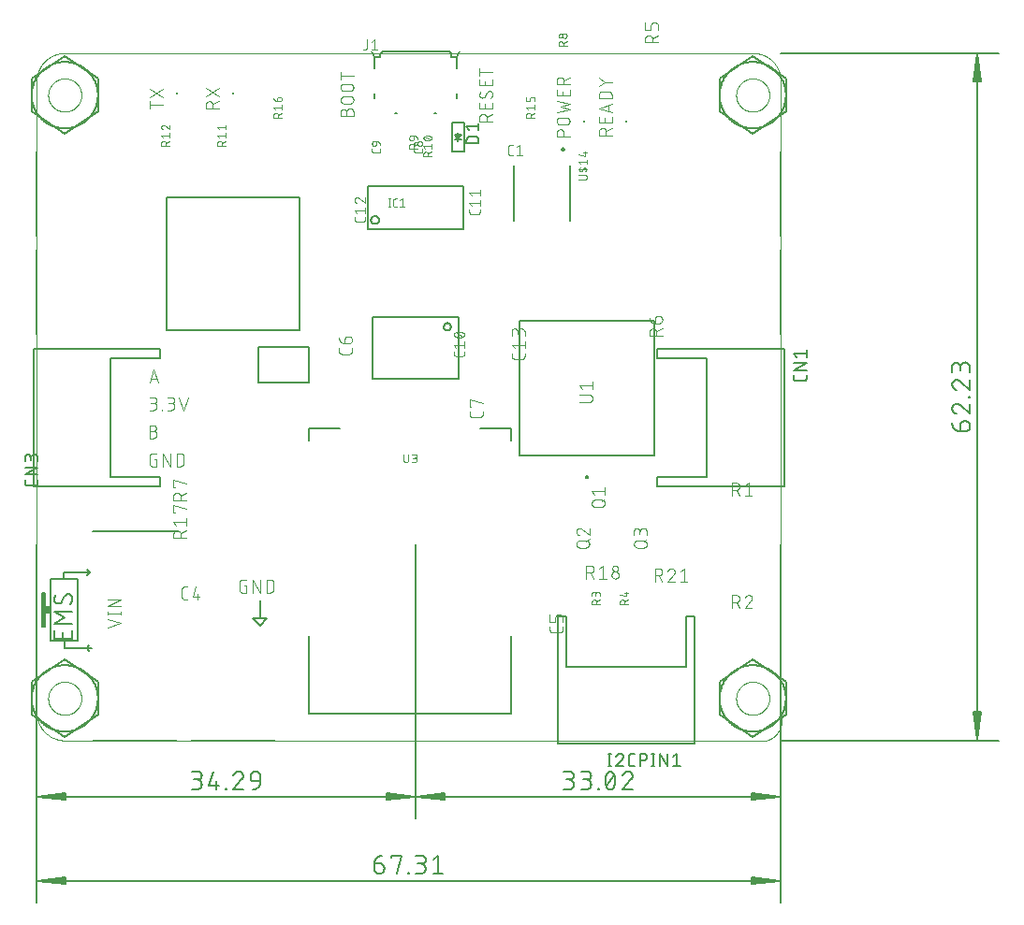
<source format=gto>
G75*
%MOIN*%
%OFA0B0*%
%FSLAX25Y25*%
%IPPOS*%
%LPD*%
%AMOC8*
5,1,8,0,0,1.08239X$1,22.5*
%
%ADD10C,0.00000*%
%ADD11C,0.00512*%
%ADD12C,0.00600*%
%ADD13C,0.00400*%
%ADD14C,0.00300*%
%ADD15C,0.00500*%
%ADD16C,0.00700*%
%ADD17C,0.00800*%
%ADD18R,0.00787X0.00787*%
%ADD19C,0.00787*%
D10*
X0081800Y0068933D02*
X0081800Y0293933D01*
X0081803Y0294175D01*
X0081812Y0294416D01*
X0081826Y0294657D01*
X0081847Y0294898D01*
X0081873Y0295138D01*
X0081905Y0295378D01*
X0081943Y0295617D01*
X0081986Y0295854D01*
X0082036Y0296091D01*
X0082091Y0296326D01*
X0082151Y0296560D01*
X0082218Y0296792D01*
X0082289Y0297023D01*
X0082367Y0297252D01*
X0082450Y0297479D01*
X0082538Y0297704D01*
X0082632Y0297927D01*
X0082731Y0298147D01*
X0082836Y0298365D01*
X0082945Y0298580D01*
X0083060Y0298793D01*
X0083180Y0299003D01*
X0083305Y0299209D01*
X0083435Y0299413D01*
X0083570Y0299614D01*
X0083710Y0299811D01*
X0083854Y0300005D01*
X0084003Y0300195D01*
X0084157Y0300381D01*
X0084315Y0300564D01*
X0084477Y0300743D01*
X0084644Y0300918D01*
X0084815Y0301089D01*
X0084990Y0301256D01*
X0085169Y0301418D01*
X0085352Y0301576D01*
X0085538Y0301730D01*
X0085728Y0301879D01*
X0085922Y0302023D01*
X0086119Y0302163D01*
X0086320Y0302298D01*
X0086524Y0302428D01*
X0086730Y0302553D01*
X0086940Y0302673D01*
X0087153Y0302788D01*
X0087368Y0302897D01*
X0087586Y0303002D01*
X0087806Y0303101D01*
X0088029Y0303195D01*
X0088254Y0303283D01*
X0088481Y0303366D01*
X0088710Y0303444D01*
X0088941Y0303515D01*
X0089173Y0303582D01*
X0089407Y0303642D01*
X0089642Y0303697D01*
X0089879Y0303747D01*
X0090116Y0303790D01*
X0090355Y0303828D01*
X0090595Y0303860D01*
X0090835Y0303886D01*
X0091076Y0303907D01*
X0091317Y0303921D01*
X0091558Y0303930D01*
X0091800Y0303933D01*
X0336800Y0303933D01*
X0337042Y0303930D01*
X0337283Y0303921D01*
X0337524Y0303907D01*
X0337765Y0303886D01*
X0338005Y0303860D01*
X0338245Y0303828D01*
X0338484Y0303790D01*
X0338721Y0303747D01*
X0338958Y0303697D01*
X0339193Y0303642D01*
X0339427Y0303582D01*
X0339659Y0303515D01*
X0339890Y0303444D01*
X0340119Y0303366D01*
X0340346Y0303283D01*
X0340571Y0303195D01*
X0340794Y0303101D01*
X0341014Y0303002D01*
X0341232Y0302897D01*
X0341447Y0302788D01*
X0341660Y0302673D01*
X0341870Y0302553D01*
X0342076Y0302428D01*
X0342280Y0302298D01*
X0342481Y0302163D01*
X0342678Y0302023D01*
X0342872Y0301879D01*
X0343062Y0301730D01*
X0343248Y0301576D01*
X0343431Y0301418D01*
X0343610Y0301256D01*
X0343785Y0301089D01*
X0343956Y0300918D01*
X0344123Y0300743D01*
X0344285Y0300564D01*
X0344443Y0300381D01*
X0344597Y0300195D01*
X0344746Y0300005D01*
X0344890Y0299811D01*
X0345030Y0299614D01*
X0345165Y0299413D01*
X0345295Y0299209D01*
X0345420Y0299003D01*
X0345540Y0298793D01*
X0345655Y0298580D01*
X0345764Y0298365D01*
X0345869Y0298147D01*
X0345968Y0297927D01*
X0346062Y0297704D01*
X0346150Y0297479D01*
X0346233Y0297252D01*
X0346311Y0297023D01*
X0346382Y0296792D01*
X0346449Y0296560D01*
X0346509Y0296326D01*
X0346564Y0296091D01*
X0346614Y0295854D01*
X0346657Y0295617D01*
X0346695Y0295378D01*
X0346727Y0295138D01*
X0346753Y0294898D01*
X0346774Y0294657D01*
X0346788Y0294416D01*
X0346797Y0294175D01*
X0346800Y0293933D01*
X0346800Y0068933D01*
X0346859Y0068751D01*
X0346912Y0068568D01*
X0346962Y0068383D01*
X0347007Y0068198D01*
X0347047Y0068011D01*
X0347083Y0067823D01*
X0347114Y0067635D01*
X0347141Y0067446D01*
X0347163Y0067256D01*
X0347181Y0067066D01*
X0347194Y0066875D01*
X0347202Y0066684D01*
X0347206Y0066493D01*
X0347205Y0066302D01*
X0347199Y0066111D01*
X0347189Y0065920D01*
X0347175Y0065730D01*
X0347155Y0065540D01*
X0347131Y0065350D01*
X0347103Y0065161D01*
X0347070Y0064973D01*
X0347032Y0064786D01*
X0346990Y0064599D01*
X0346944Y0064414D01*
X0346893Y0064230D01*
X0346837Y0064047D01*
X0346778Y0063866D01*
X0346713Y0063686D01*
X0346645Y0063507D01*
X0346572Y0063331D01*
X0346495Y0063156D01*
X0346414Y0062983D01*
X0346328Y0062812D01*
X0346239Y0062643D01*
X0346145Y0062477D01*
X0346047Y0062313D01*
X0345946Y0062151D01*
X0345840Y0061991D01*
X0345731Y0061835D01*
X0345618Y0061681D01*
X0345502Y0061529D01*
X0345381Y0061381D01*
X0345257Y0061235D01*
X0345130Y0061093D01*
X0344999Y0060954D01*
X0344865Y0060818D01*
X0344728Y0060685D01*
X0344587Y0060555D01*
X0344444Y0060429D01*
X0344297Y0060307D01*
X0344148Y0060188D01*
X0343995Y0060072D01*
X0343840Y0059961D01*
X0343683Y0059853D01*
X0343522Y0059749D01*
X0343360Y0059649D01*
X0343195Y0059553D01*
X0343027Y0059461D01*
X0342858Y0059373D01*
X0342686Y0059289D01*
X0342512Y0059209D01*
X0342337Y0059134D01*
X0342160Y0059062D01*
X0341981Y0058995D01*
X0341800Y0058933D01*
X0091800Y0058933D01*
X0091558Y0058936D01*
X0091317Y0058945D01*
X0091076Y0058959D01*
X0090835Y0058980D01*
X0090595Y0059006D01*
X0090355Y0059038D01*
X0090116Y0059076D01*
X0089879Y0059119D01*
X0089642Y0059169D01*
X0089407Y0059224D01*
X0089173Y0059284D01*
X0088941Y0059351D01*
X0088710Y0059422D01*
X0088481Y0059500D01*
X0088254Y0059583D01*
X0088029Y0059671D01*
X0087806Y0059765D01*
X0087586Y0059864D01*
X0087368Y0059969D01*
X0087153Y0060078D01*
X0086940Y0060193D01*
X0086730Y0060313D01*
X0086524Y0060438D01*
X0086320Y0060568D01*
X0086119Y0060703D01*
X0085922Y0060843D01*
X0085728Y0060987D01*
X0085538Y0061136D01*
X0085352Y0061290D01*
X0085169Y0061448D01*
X0084990Y0061610D01*
X0084815Y0061777D01*
X0084644Y0061948D01*
X0084477Y0062123D01*
X0084315Y0062302D01*
X0084157Y0062485D01*
X0084003Y0062671D01*
X0083854Y0062861D01*
X0083710Y0063055D01*
X0083570Y0063252D01*
X0083435Y0063453D01*
X0083305Y0063657D01*
X0083180Y0063863D01*
X0083060Y0064073D01*
X0082945Y0064286D01*
X0082836Y0064501D01*
X0082731Y0064719D01*
X0082632Y0064939D01*
X0082538Y0065162D01*
X0082450Y0065387D01*
X0082367Y0065614D01*
X0082289Y0065843D01*
X0082218Y0066074D01*
X0082151Y0066306D01*
X0082091Y0066540D01*
X0082036Y0066775D01*
X0081986Y0067012D01*
X0081943Y0067249D01*
X0081905Y0067488D01*
X0081873Y0067728D01*
X0081847Y0067968D01*
X0081826Y0068209D01*
X0081812Y0068450D01*
X0081803Y0068691D01*
X0081800Y0068933D01*
X0085894Y0073933D02*
X0085896Y0074086D01*
X0085902Y0074240D01*
X0085912Y0074393D01*
X0085926Y0074545D01*
X0085944Y0074698D01*
X0085966Y0074849D01*
X0085991Y0075000D01*
X0086021Y0075151D01*
X0086055Y0075301D01*
X0086092Y0075449D01*
X0086133Y0075597D01*
X0086178Y0075743D01*
X0086227Y0075889D01*
X0086280Y0076033D01*
X0086336Y0076175D01*
X0086396Y0076316D01*
X0086460Y0076456D01*
X0086527Y0076594D01*
X0086598Y0076730D01*
X0086673Y0076864D01*
X0086750Y0076996D01*
X0086832Y0077126D01*
X0086916Y0077254D01*
X0087004Y0077380D01*
X0087095Y0077503D01*
X0087189Y0077624D01*
X0087287Y0077742D01*
X0087387Y0077858D01*
X0087491Y0077971D01*
X0087597Y0078082D01*
X0087706Y0078190D01*
X0087818Y0078295D01*
X0087932Y0078396D01*
X0088050Y0078495D01*
X0088169Y0078591D01*
X0088291Y0078684D01*
X0088416Y0078773D01*
X0088543Y0078860D01*
X0088672Y0078942D01*
X0088803Y0079022D01*
X0088936Y0079098D01*
X0089071Y0079171D01*
X0089208Y0079240D01*
X0089347Y0079305D01*
X0089487Y0079367D01*
X0089629Y0079425D01*
X0089772Y0079480D01*
X0089917Y0079531D01*
X0090063Y0079578D01*
X0090210Y0079621D01*
X0090358Y0079660D01*
X0090507Y0079696D01*
X0090657Y0079727D01*
X0090808Y0079755D01*
X0090959Y0079779D01*
X0091112Y0079799D01*
X0091264Y0079815D01*
X0091417Y0079827D01*
X0091570Y0079835D01*
X0091723Y0079839D01*
X0091877Y0079839D01*
X0092030Y0079835D01*
X0092183Y0079827D01*
X0092336Y0079815D01*
X0092488Y0079799D01*
X0092641Y0079779D01*
X0092792Y0079755D01*
X0092943Y0079727D01*
X0093093Y0079696D01*
X0093242Y0079660D01*
X0093390Y0079621D01*
X0093537Y0079578D01*
X0093683Y0079531D01*
X0093828Y0079480D01*
X0093971Y0079425D01*
X0094113Y0079367D01*
X0094253Y0079305D01*
X0094392Y0079240D01*
X0094529Y0079171D01*
X0094664Y0079098D01*
X0094797Y0079022D01*
X0094928Y0078942D01*
X0095057Y0078860D01*
X0095184Y0078773D01*
X0095309Y0078684D01*
X0095431Y0078591D01*
X0095550Y0078495D01*
X0095668Y0078396D01*
X0095782Y0078295D01*
X0095894Y0078190D01*
X0096003Y0078082D01*
X0096109Y0077971D01*
X0096213Y0077858D01*
X0096313Y0077742D01*
X0096411Y0077624D01*
X0096505Y0077503D01*
X0096596Y0077380D01*
X0096684Y0077254D01*
X0096768Y0077126D01*
X0096850Y0076996D01*
X0096927Y0076864D01*
X0097002Y0076730D01*
X0097073Y0076594D01*
X0097140Y0076456D01*
X0097204Y0076316D01*
X0097264Y0076175D01*
X0097320Y0076033D01*
X0097373Y0075889D01*
X0097422Y0075743D01*
X0097467Y0075597D01*
X0097508Y0075449D01*
X0097545Y0075301D01*
X0097579Y0075151D01*
X0097609Y0075000D01*
X0097634Y0074849D01*
X0097656Y0074698D01*
X0097674Y0074545D01*
X0097688Y0074393D01*
X0097698Y0074240D01*
X0097704Y0074086D01*
X0097706Y0073933D01*
X0097704Y0073780D01*
X0097698Y0073626D01*
X0097688Y0073473D01*
X0097674Y0073321D01*
X0097656Y0073168D01*
X0097634Y0073017D01*
X0097609Y0072866D01*
X0097579Y0072715D01*
X0097545Y0072565D01*
X0097508Y0072417D01*
X0097467Y0072269D01*
X0097422Y0072123D01*
X0097373Y0071977D01*
X0097320Y0071833D01*
X0097264Y0071691D01*
X0097204Y0071550D01*
X0097140Y0071410D01*
X0097073Y0071272D01*
X0097002Y0071136D01*
X0096927Y0071002D01*
X0096850Y0070870D01*
X0096768Y0070740D01*
X0096684Y0070612D01*
X0096596Y0070486D01*
X0096505Y0070363D01*
X0096411Y0070242D01*
X0096313Y0070124D01*
X0096213Y0070008D01*
X0096109Y0069895D01*
X0096003Y0069784D01*
X0095894Y0069676D01*
X0095782Y0069571D01*
X0095668Y0069470D01*
X0095550Y0069371D01*
X0095431Y0069275D01*
X0095309Y0069182D01*
X0095184Y0069093D01*
X0095057Y0069006D01*
X0094928Y0068924D01*
X0094797Y0068844D01*
X0094664Y0068768D01*
X0094529Y0068695D01*
X0094392Y0068626D01*
X0094253Y0068561D01*
X0094113Y0068499D01*
X0093971Y0068441D01*
X0093828Y0068386D01*
X0093683Y0068335D01*
X0093537Y0068288D01*
X0093390Y0068245D01*
X0093242Y0068206D01*
X0093093Y0068170D01*
X0092943Y0068139D01*
X0092792Y0068111D01*
X0092641Y0068087D01*
X0092488Y0068067D01*
X0092336Y0068051D01*
X0092183Y0068039D01*
X0092030Y0068031D01*
X0091877Y0068027D01*
X0091723Y0068027D01*
X0091570Y0068031D01*
X0091417Y0068039D01*
X0091264Y0068051D01*
X0091112Y0068067D01*
X0090959Y0068087D01*
X0090808Y0068111D01*
X0090657Y0068139D01*
X0090507Y0068170D01*
X0090358Y0068206D01*
X0090210Y0068245D01*
X0090063Y0068288D01*
X0089917Y0068335D01*
X0089772Y0068386D01*
X0089629Y0068441D01*
X0089487Y0068499D01*
X0089347Y0068561D01*
X0089208Y0068626D01*
X0089071Y0068695D01*
X0088936Y0068768D01*
X0088803Y0068844D01*
X0088672Y0068924D01*
X0088543Y0069006D01*
X0088416Y0069093D01*
X0088291Y0069182D01*
X0088169Y0069275D01*
X0088050Y0069371D01*
X0087932Y0069470D01*
X0087818Y0069571D01*
X0087706Y0069676D01*
X0087597Y0069784D01*
X0087491Y0069895D01*
X0087387Y0070008D01*
X0087287Y0070124D01*
X0087189Y0070242D01*
X0087095Y0070363D01*
X0087004Y0070486D01*
X0086916Y0070612D01*
X0086832Y0070740D01*
X0086750Y0070870D01*
X0086673Y0071002D01*
X0086598Y0071136D01*
X0086527Y0071272D01*
X0086460Y0071410D01*
X0086396Y0071550D01*
X0086336Y0071691D01*
X0086280Y0071833D01*
X0086227Y0071977D01*
X0086178Y0072123D01*
X0086133Y0072269D01*
X0086092Y0072417D01*
X0086055Y0072565D01*
X0086021Y0072715D01*
X0085991Y0072866D01*
X0085966Y0073017D01*
X0085944Y0073168D01*
X0085926Y0073321D01*
X0085912Y0073473D01*
X0085902Y0073626D01*
X0085896Y0073780D01*
X0085894Y0073933D01*
X0330894Y0073933D02*
X0330896Y0074086D01*
X0330902Y0074240D01*
X0330912Y0074393D01*
X0330926Y0074545D01*
X0330944Y0074698D01*
X0330966Y0074849D01*
X0330991Y0075000D01*
X0331021Y0075151D01*
X0331055Y0075301D01*
X0331092Y0075449D01*
X0331133Y0075597D01*
X0331178Y0075743D01*
X0331227Y0075889D01*
X0331280Y0076033D01*
X0331336Y0076175D01*
X0331396Y0076316D01*
X0331460Y0076456D01*
X0331527Y0076594D01*
X0331598Y0076730D01*
X0331673Y0076864D01*
X0331750Y0076996D01*
X0331832Y0077126D01*
X0331916Y0077254D01*
X0332004Y0077380D01*
X0332095Y0077503D01*
X0332189Y0077624D01*
X0332287Y0077742D01*
X0332387Y0077858D01*
X0332491Y0077971D01*
X0332597Y0078082D01*
X0332706Y0078190D01*
X0332818Y0078295D01*
X0332932Y0078396D01*
X0333050Y0078495D01*
X0333169Y0078591D01*
X0333291Y0078684D01*
X0333416Y0078773D01*
X0333543Y0078860D01*
X0333672Y0078942D01*
X0333803Y0079022D01*
X0333936Y0079098D01*
X0334071Y0079171D01*
X0334208Y0079240D01*
X0334347Y0079305D01*
X0334487Y0079367D01*
X0334629Y0079425D01*
X0334772Y0079480D01*
X0334917Y0079531D01*
X0335063Y0079578D01*
X0335210Y0079621D01*
X0335358Y0079660D01*
X0335507Y0079696D01*
X0335657Y0079727D01*
X0335808Y0079755D01*
X0335959Y0079779D01*
X0336112Y0079799D01*
X0336264Y0079815D01*
X0336417Y0079827D01*
X0336570Y0079835D01*
X0336723Y0079839D01*
X0336877Y0079839D01*
X0337030Y0079835D01*
X0337183Y0079827D01*
X0337336Y0079815D01*
X0337488Y0079799D01*
X0337641Y0079779D01*
X0337792Y0079755D01*
X0337943Y0079727D01*
X0338093Y0079696D01*
X0338242Y0079660D01*
X0338390Y0079621D01*
X0338537Y0079578D01*
X0338683Y0079531D01*
X0338828Y0079480D01*
X0338971Y0079425D01*
X0339113Y0079367D01*
X0339253Y0079305D01*
X0339392Y0079240D01*
X0339529Y0079171D01*
X0339664Y0079098D01*
X0339797Y0079022D01*
X0339928Y0078942D01*
X0340057Y0078860D01*
X0340184Y0078773D01*
X0340309Y0078684D01*
X0340431Y0078591D01*
X0340550Y0078495D01*
X0340668Y0078396D01*
X0340782Y0078295D01*
X0340894Y0078190D01*
X0341003Y0078082D01*
X0341109Y0077971D01*
X0341213Y0077858D01*
X0341313Y0077742D01*
X0341411Y0077624D01*
X0341505Y0077503D01*
X0341596Y0077380D01*
X0341684Y0077254D01*
X0341768Y0077126D01*
X0341850Y0076996D01*
X0341927Y0076864D01*
X0342002Y0076730D01*
X0342073Y0076594D01*
X0342140Y0076456D01*
X0342204Y0076316D01*
X0342264Y0076175D01*
X0342320Y0076033D01*
X0342373Y0075889D01*
X0342422Y0075743D01*
X0342467Y0075597D01*
X0342508Y0075449D01*
X0342545Y0075301D01*
X0342579Y0075151D01*
X0342609Y0075000D01*
X0342634Y0074849D01*
X0342656Y0074698D01*
X0342674Y0074545D01*
X0342688Y0074393D01*
X0342698Y0074240D01*
X0342704Y0074086D01*
X0342706Y0073933D01*
X0342704Y0073780D01*
X0342698Y0073626D01*
X0342688Y0073473D01*
X0342674Y0073321D01*
X0342656Y0073168D01*
X0342634Y0073017D01*
X0342609Y0072866D01*
X0342579Y0072715D01*
X0342545Y0072565D01*
X0342508Y0072417D01*
X0342467Y0072269D01*
X0342422Y0072123D01*
X0342373Y0071977D01*
X0342320Y0071833D01*
X0342264Y0071691D01*
X0342204Y0071550D01*
X0342140Y0071410D01*
X0342073Y0071272D01*
X0342002Y0071136D01*
X0341927Y0071002D01*
X0341850Y0070870D01*
X0341768Y0070740D01*
X0341684Y0070612D01*
X0341596Y0070486D01*
X0341505Y0070363D01*
X0341411Y0070242D01*
X0341313Y0070124D01*
X0341213Y0070008D01*
X0341109Y0069895D01*
X0341003Y0069784D01*
X0340894Y0069676D01*
X0340782Y0069571D01*
X0340668Y0069470D01*
X0340550Y0069371D01*
X0340431Y0069275D01*
X0340309Y0069182D01*
X0340184Y0069093D01*
X0340057Y0069006D01*
X0339928Y0068924D01*
X0339797Y0068844D01*
X0339664Y0068768D01*
X0339529Y0068695D01*
X0339392Y0068626D01*
X0339253Y0068561D01*
X0339113Y0068499D01*
X0338971Y0068441D01*
X0338828Y0068386D01*
X0338683Y0068335D01*
X0338537Y0068288D01*
X0338390Y0068245D01*
X0338242Y0068206D01*
X0338093Y0068170D01*
X0337943Y0068139D01*
X0337792Y0068111D01*
X0337641Y0068087D01*
X0337488Y0068067D01*
X0337336Y0068051D01*
X0337183Y0068039D01*
X0337030Y0068031D01*
X0336877Y0068027D01*
X0336723Y0068027D01*
X0336570Y0068031D01*
X0336417Y0068039D01*
X0336264Y0068051D01*
X0336112Y0068067D01*
X0335959Y0068087D01*
X0335808Y0068111D01*
X0335657Y0068139D01*
X0335507Y0068170D01*
X0335358Y0068206D01*
X0335210Y0068245D01*
X0335063Y0068288D01*
X0334917Y0068335D01*
X0334772Y0068386D01*
X0334629Y0068441D01*
X0334487Y0068499D01*
X0334347Y0068561D01*
X0334208Y0068626D01*
X0334071Y0068695D01*
X0333936Y0068768D01*
X0333803Y0068844D01*
X0333672Y0068924D01*
X0333543Y0069006D01*
X0333416Y0069093D01*
X0333291Y0069182D01*
X0333169Y0069275D01*
X0333050Y0069371D01*
X0332932Y0069470D01*
X0332818Y0069571D01*
X0332706Y0069676D01*
X0332597Y0069784D01*
X0332491Y0069895D01*
X0332387Y0070008D01*
X0332287Y0070124D01*
X0332189Y0070242D01*
X0332095Y0070363D01*
X0332004Y0070486D01*
X0331916Y0070612D01*
X0331832Y0070740D01*
X0331750Y0070870D01*
X0331673Y0071002D01*
X0331598Y0071136D01*
X0331527Y0071272D01*
X0331460Y0071410D01*
X0331396Y0071550D01*
X0331336Y0071691D01*
X0331280Y0071833D01*
X0331227Y0071977D01*
X0331178Y0072123D01*
X0331133Y0072269D01*
X0331092Y0072417D01*
X0331055Y0072565D01*
X0331021Y0072715D01*
X0330991Y0072866D01*
X0330966Y0073017D01*
X0330944Y0073168D01*
X0330926Y0073321D01*
X0330912Y0073473D01*
X0330902Y0073626D01*
X0330896Y0073780D01*
X0330894Y0073933D01*
X0330894Y0288933D02*
X0330896Y0289086D01*
X0330902Y0289240D01*
X0330912Y0289393D01*
X0330926Y0289545D01*
X0330944Y0289698D01*
X0330966Y0289849D01*
X0330991Y0290000D01*
X0331021Y0290151D01*
X0331055Y0290301D01*
X0331092Y0290449D01*
X0331133Y0290597D01*
X0331178Y0290743D01*
X0331227Y0290889D01*
X0331280Y0291033D01*
X0331336Y0291175D01*
X0331396Y0291316D01*
X0331460Y0291456D01*
X0331527Y0291594D01*
X0331598Y0291730D01*
X0331673Y0291864D01*
X0331750Y0291996D01*
X0331832Y0292126D01*
X0331916Y0292254D01*
X0332004Y0292380D01*
X0332095Y0292503D01*
X0332189Y0292624D01*
X0332287Y0292742D01*
X0332387Y0292858D01*
X0332491Y0292971D01*
X0332597Y0293082D01*
X0332706Y0293190D01*
X0332818Y0293295D01*
X0332932Y0293396D01*
X0333050Y0293495D01*
X0333169Y0293591D01*
X0333291Y0293684D01*
X0333416Y0293773D01*
X0333543Y0293860D01*
X0333672Y0293942D01*
X0333803Y0294022D01*
X0333936Y0294098D01*
X0334071Y0294171D01*
X0334208Y0294240D01*
X0334347Y0294305D01*
X0334487Y0294367D01*
X0334629Y0294425D01*
X0334772Y0294480D01*
X0334917Y0294531D01*
X0335063Y0294578D01*
X0335210Y0294621D01*
X0335358Y0294660D01*
X0335507Y0294696D01*
X0335657Y0294727D01*
X0335808Y0294755D01*
X0335959Y0294779D01*
X0336112Y0294799D01*
X0336264Y0294815D01*
X0336417Y0294827D01*
X0336570Y0294835D01*
X0336723Y0294839D01*
X0336877Y0294839D01*
X0337030Y0294835D01*
X0337183Y0294827D01*
X0337336Y0294815D01*
X0337488Y0294799D01*
X0337641Y0294779D01*
X0337792Y0294755D01*
X0337943Y0294727D01*
X0338093Y0294696D01*
X0338242Y0294660D01*
X0338390Y0294621D01*
X0338537Y0294578D01*
X0338683Y0294531D01*
X0338828Y0294480D01*
X0338971Y0294425D01*
X0339113Y0294367D01*
X0339253Y0294305D01*
X0339392Y0294240D01*
X0339529Y0294171D01*
X0339664Y0294098D01*
X0339797Y0294022D01*
X0339928Y0293942D01*
X0340057Y0293860D01*
X0340184Y0293773D01*
X0340309Y0293684D01*
X0340431Y0293591D01*
X0340550Y0293495D01*
X0340668Y0293396D01*
X0340782Y0293295D01*
X0340894Y0293190D01*
X0341003Y0293082D01*
X0341109Y0292971D01*
X0341213Y0292858D01*
X0341313Y0292742D01*
X0341411Y0292624D01*
X0341505Y0292503D01*
X0341596Y0292380D01*
X0341684Y0292254D01*
X0341768Y0292126D01*
X0341850Y0291996D01*
X0341927Y0291864D01*
X0342002Y0291730D01*
X0342073Y0291594D01*
X0342140Y0291456D01*
X0342204Y0291316D01*
X0342264Y0291175D01*
X0342320Y0291033D01*
X0342373Y0290889D01*
X0342422Y0290743D01*
X0342467Y0290597D01*
X0342508Y0290449D01*
X0342545Y0290301D01*
X0342579Y0290151D01*
X0342609Y0290000D01*
X0342634Y0289849D01*
X0342656Y0289698D01*
X0342674Y0289545D01*
X0342688Y0289393D01*
X0342698Y0289240D01*
X0342704Y0289086D01*
X0342706Y0288933D01*
X0342704Y0288780D01*
X0342698Y0288626D01*
X0342688Y0288473D01*
X0342674Y0288321D01*
X0342656Y0288168D01*
X0342634Y0288017D01*
X0342609Y0287866D01*
X0342579Y0287715D01*
X0342545Y0287565D01*
X0342508Y0287417D01*
X0342467Y0287269D01*
X0342422Y0287123D01*
X0342373Y0286977D01*
X0342320Y0286833D01*
X0342264Y0286691D01*
X0342204Y0286550D01*
X0342140Y0286410D01*
X0342073Y0286272D01*
X0342002Y0286136D01*
X0341927Y0286002D01*
X0341850Y0285870D01*
X0341768Y0285740D01*
X0341684Y0285612D01*
X0341596Y0285486D01*
X0341505Y0285363D01*
X0341411Y0285242D01*
X0341313Y0285124D01*
X0341213Y0285008D01*
X0341109Y0284895D01*
X0341003Y0284784D01*
X0340894Y0284676D01*
X0340782Y0284571D01*
X0340668Y0284470D01*
X0340550Y0284371D01*
X0340431Y0284275D01*
X0340309Y0284182D01*
X0340184Y0284093D01*
X0340057Y0284006D01*
X0339928Y0283924D01*
X0339797Y0283844D01*
X0339664Y0283768D01*
X0339529Y0283695D01*
X0339392Y0283626D01*
X0339253Y0283561D01*
X0339113Y0283499D01*
X0338971Y0283441D01*
X0338828Y0283386D01*
X0338683Y0283335D01*
X0338537Y0283288D01*
X0338390Y0283245D01*
X0338242Y0283206D01*
X0338093Y0283170D01*
X0337943Y0283139D01*
X0337792Y0283111D01*
X0337641Y0283087D01*
X0337488Y0283067D01*
X0337336Y0283051D01*
X0337183Y0283039D01*
X0337030Y0283031D01*
X0336877Y0283027D01*
X0336723Y0283027D01*
X0336570Y0283031D01*
X0336417Y0283039D01*
X0336264Y0283051D01*
X0336112Y0283067D01*
X0335959Y0283087D01*
X0335808Y0283111D01*
X0335657Y0283139D01*
X0335507Y0283170D01*
X0335358Y0283206D01*
X0335210Y0283245D01*
X0335063Y0283288D01*
X0334917Y0283335D01*
X0334772Y0283386D01*
X0334629Y0283441D01*
X0334487Y0283499D01*
X0334347Y0283561D01*
X0334208Y0283626D01*
X0334071Y0283695D01*
X0333936Y0283768D01*
X0333803Y0283844D01*
X0333672Y0283924D01*
X0333543Y0284006D01*
X0333416Y0284093D01*
X0333291Y0284182D01*
X0333169Y0284275D01*
X0333050Y0284371D01*
X0332932Y0284470D01*
X0332818Y0284571D01*
X0332706Y0284676D01*
X0332597Y0284784D01*
X0332491Y0284895D01*
X0332387Y0285008D01*
X0332287Y0285124D01*
X0332189Y0285242D01*
X0332095Y0285363D01*
X0332004Y0285486D01*
X0331916Y0285612D01*
X0331832Y0285740D01*
X0331750Y0285870D01*
X0331673Y0286002D01*
X0331598Y0286136D01*
X0331527Y0286272D01*
X0331460Y0286410D01*
X0331396Y0286550D01*
X0331336Y0286691D01*
X0331280Y0286833D01*
X0331227Y0286977D01*
X0331178Y0287123D01*
X0331133Y0287269D01*
X0331092Y0287417D01*
X0331055Y0287565D01*
X0331021Y0287715D01*
X0330991Y0287866D01*
X0330966Y0288017D01*
X0330944Y0288168D01*
X0330926Y0288321D01*
X0330912Y0288473D01*
X0330902Y0288626D01*
X0330896Y0288780D01*
X0330894Y0288933D01*
X0085894Y0288933D02*
X0085896Y0289086D01*
X0085902Y0289240D01*
X0085912Y0289393D01*
X0085926Y0289545D01*
X0085944Y0289698D01*
X0085966Y0289849D01*
X0085991Y0290000D01*
X0086021Y0290151D01*
X0086055Y0290301D01*
X0086092Y0290449D01*
X0086133Y0290597D01*
X0086178Y0290743D01*
X0086227Y0290889D01*
X0086280Y0291033D01*
X0086336Y0291175D01*
X0086396Y0291316D01*
X0086460Y0291456D01*
X0086527Y0291594D01*
X0086598Y0291730D01*
X0086673Y0291864D01*
X0086750Y0291996D01*
X0086832Y0292126D01*
X0086916Y0292254D01*
X0087004Y0292380D01*
X0087095Y0292503D01*
X0087189Y0292624D01*
X0087287Y0292742D01*
X0087387Y0292858D01*
X0087491Y0292971D01*
X0087597Y0293082D01*
X0087706Y0293190D01*
X0087818Y0293295D01*
X0087932Y0293396D01*
X0088050Y0293495D01*
X0088169Y0293591D01*
X0088291Y0293684D01*
X0088416Y0293773D01*
X0088543Y0293860D01*
X0088672Y0293942D01*
X0088803Y0294022D01*
X0088936Y0294098D01*
X0089071Y0294171D01*
X0089208Y0294240D01*
X0089347Y0294305D01*
X0089487Y0294367D01*
X0089629Y0294425D01*
X0089772Y0294480D01*
X0089917Y0294531D01*
X0090063Y0294578D01*
X0090210Y0294621D01*
X0090358Y0294660D01*
X0090507Y0294696D01*
X0090657Y0294727D01*
X0090808Y0294755D01*
X0090959Y0294779D01*
X0091112Y0294799D01*
X0091264Y0294815D01*
X0091417Y0294827D01*
X0091570Y0294835D01*
X0091723Y0294839D01*
X0091877Y0294839D01*
X0092030Y0294835D01*
X0092183Y0294827D01*
X0092336Y0294815D01*
X0092488Y0294799D01*
X0092641Y0294779D01*
X0092792Y0294755D01*
X0092943Y0294727D01*
X0093093Y0294696D01*
X0093242Y0294660D01*
X0093390Y0294621D01*
X0093537Y0294578D01*
X0093683Y0294531D01*
X0093828Y0294480D01*
X0093971Y0294425D01*
X0094113Y0294367D01*
X0094253Y0294305D01*
X0094392Y0294240D01*
X0094529Y0294171D01*
X0094664Y0294098D01*
X0094797Y0294022D01*
X0094928Y0293942D01*
X0095057Y0293860D01*
X0095184Y0293773D01*
X0095309Y0293684D01*
X0095431Y0293591D01*
X0095550Y0293495D01*
X0095668Y0293396D01*
X0095782Y0293295D01*
X0095894Y0293190D01*
X0096003Y0293082D01*
X0096109Y0292971D01*
X0096213Y0292858D01*
X0096313Y0292742D01*
X0096411Y0292624D01*
X0096505Y0292503D01*
X0096596Y0292380D01*
X0096684Y0292254D01*
X0096768Y0292126D01*
X0096850Y0291996D01*
X0096927Y0291864D01*
X0097002Y0291730D01*
X0097073Y0291594D01*
X0097140Y0291456D01*
X0097204Y0291316D01*
X0097264Y0291175D01*
X0097320Y0291033D01*
X0097373Y0290889D01*
X0097422Y0290743D01*
X0097467Y0290597D01*
X0097508Y0290449D01*
X0097545Y0290301D01*
X0097579Y0290151D01*
X0097609Y0290000D01*
X0097634Y0289849D01*
X0097656Y0289698D01*
X0097674Y0289545D01*
X0097688Y0289393D01*
X0097698Y0289240D01*
X0097704Y0289086D01*
X0097706Y0288933D01*
X0097704Y0288780D01*
X0097698Y0288626D01*
X0097688Y0288473D01*
X0097674Y0288321D01*
X0097656Y0288168D01*
X0097634Y0288017D01*
X0097609Y0287866D01*
X0097579Y0287715D01*
X0097545Y0287565D01*
X0097508Y0287417D01*
X0097467Y0287269D01*
X0097422Y0287123D01*
X0097373Y0286977D01*
X0097320Y0286833D01*
X0097264Y0286691D01*
X0097204Y0286550D01*
X0097140Y0286410D01*
X0097073Y0286272D01*
X0097002Y0286136D01*
X0096927Y0286002D01*
X0096850Y0285870D01*
X0096768Y0285740D01*
X0096684Y0285612D01*
X0096596Y0285486D01*
X0096505Y0285363D01*
X0096411Y0285242D01*
X0096313Y0285124D01*
X0096213Y0285008D01*
X0096109Y0284895D01*
X0096003Y0284784D01*
X0095894Y0284676D01*
X0095782Y0284571D01*
X0095668Y0284470D01*
X0095550Y0284371D01*
X0095431Y0284275D01*
X0095309Y0284182D01*
X0095184Y0284093D01*
X0095057Y0284006D01*
X0094928Y0283924D01*
X0094797Y0283844D01*
X0094664Y0283768D01*
X0094529Y0283695D01*
X0094392Y0283626D01*
X0094253Y0283561D01*
X0094113Y0283499D01*
X0093971Y0283441D01*
X0093828Y0283386D01*
X0093683Y0283335D01*
X0093537Y0283288D01*
X0093390Y0283245D01*
X0093242Y0283206D01*
X0093093Y0283170D01*
X0092943Y0283139D01*
X0092792Y0283111D01*
X0092641Y0283087D01*
X0092488Y0283067D01*
X0092336Y0283051D01*
X0092183Y0283039D01*
X0092030Y0283031D01*
X0091877Y0283027D01*
X0091723Y0283027D01*
X0091570Y0283031D01*
X0091417Y0283039D01*
X0091264Y0283051D01*
X0091112Y0283067D01*
X0090959Y0283087D01*
X0090808Y0283111D01*
X0090657Y0283139D01*
X0090507Y0283170D01*
X0090358Y0283206D01*
X0090210Y0283245D01*
X0090063Y0283288D01*
X0089917Y0283335D01*
X0089772Y0283386D01*
X0089629Y0283441D01*
X0089487Y0283499D01*
X0089347Y0283561D01*
X0089208Y0283626D01*
X0089071Y0283695D01*
X0088936Y0283768D01*
X0088803Y0283844D01*
X0088672Y0283924D01*
X0088543Y0284006D01*
X0088416Y0284093D01*
X0088291Y0284182D01*
X0088169Y0284275D01*
X0088050Y0284371D01*
X0087932Y0284470D01*
X0087818Y0284571D01*
X0087706Y0284676D01*
X0087597Y0284784D01*
X0087491Y0284895D01*
X0087387Y0285008D01*
X0087287Y0285124D01*
X0087189Y0285242D01*
X0087095Y0285363D01*
X0087004Y0285486D01*
X0086916Y0285612D01*
X0086832Y0285740D01*
X0086750Y0285870D01*
X0086673Y0286002D01*
X0086598Y0286136D01*
X0086527Y0286272D01*
X0086460Y0286410D01*
X0086396Y0286550D01*
X0086336Y0286691D01*
X0086280Y0286833D01*
X0086227Y0286977D01*
X0086178Y0287123D01*
X0086133Y0287269D01*
X0086092Y0287417D01*
X0086055Y0287565D01*
X0086021Y0287715D01*
X0085991Y0287866D01*
X0085966Y0288017D01*
X0085944Y0288168D01*
X0085926Y0288321D01*
X0085912Y0288473D01*
X0085902Y0288626D01*
X0085896Y0288780D01*
X0085894Y0288933D01*
D11*
X0081800Y0058933D02*
X0081800Y0001256D01*
X0082056Y0008933D02*
X0092036Y0007909D01*
X0092036Y0007676D02*
X0082056Y0008933D01*
X0092036Y0009957D01*
X0092036Y0010190D02*
X0092036Y0007676D01*
X0092036Y0008421D02*
X0082056Y0008933D01*
X0092036Y0009445D01*
X0092036Y0010190D02*
X0082056Y0008933D01*
X0346544Y0008933D01*
X0336564Y0007909D01*
X0336564Y0007676D02*
X0346544Y0008933D01*
X0336564Y0009957D01*
X0336564Y0010190D02*
X0336564Y0007676D01*
X0336564Y0008421D02*
X0346544Y0008933D01*
X0336564Y0009445D01*
X0336564Y0010190D02*
X0346544Y0008933D01*
X0346800Y0001256D02*
X0346800Y0058933D01*
X0424477Y0058933D01*
X0416800Y0059189D02*
X0417824Y0069169D01*
X0418057Y0069169D02*
X0416800Y0059189D01*
X0415776Y0069169D01*
X0415543Y0069169D02*
X0418057Y0069169D01*
X0417312Y0069169D02*
X0416800Y0059189D01*
X0416288Y0069169D01*
X0415543Y0069169D02*
X0416800Y0059189D01*
X0416800Y0303677D01*
X0417824Y0293697D01*
X0418057Y0293697D02*
X0416800Y0303677D01*
X0415776Y0293697D01*
X0415543Y0293697D02*
X0418057Y0293697D01*
X0417312Y0293697D02*
X0416800Y0303677D01*
X0416288Y0293697D01*
X0415543Y0293697D02*
X0416800Y0303677D01*
X0424477Y0303933D02*
X0346800Y0303933D01*
X0346800Y0128933D02*
X0346800Y0031256D01*
X0346544Y0038933D02*
X0336564Y0037909D01*
X0336564Y0037676D02*
X0346544Y0038933D01*
X0336564Y0039957D01*
X0336564Y0040190D02*
X0336564Y0037676D01*
X0336564Y0038421D02*
X0346544Y0038933D01*
X0336564Y0039445D01*
X0336564Y0040190D02*
X0346544Y0038933D01*
X0217056Y0038933D01*
X0227036Y0037909D01*
X0227036Y0037676D02*
X0217056Y0038933D01*
X0227036Y0039957D01*
X0227036Y0040190D02*
X0227036Y0037676D01*
X0227036Y0038421D02*
X0217056Y0038933D01*
X0227036Y0039445D01*
X0227036Y0040190D02*
X0217056Y0038933D01*
X0216544Y0038933D02*
X0206564Y0037909D01*
X0206564Y0037676D02*
X0216544Y0038933D01*
X0206564Y0039957D01*
X0206564Y0040190D02*
X0206564Y0037676D01*
X0206564Y0038421D02*
X0216544Y0038933D01*
X0206564Y0039445D01*
X0206564Y0040190D02*
X0216544Y0038933D01*
X0082056Y0038933D01*
X0092036Y0037909D01*
X0092036Y0037676D02*
X0082056Y0038933D01*
X0092036Y0039957D01*
X0092036Y0040190D02*
X0092036Y0037676D01*
X0092036Y0038421D02*
X0082056Y0038933D01*
X0092036Y0039445D01*
X0092036Y0040190D02*
X0082056Y0038933D01*
X0081800Y0031256D02*
X0081800Y0128933D01*
X0216800Y0128933D02*
X0216800Y0031256D01*
X0216800Y0128933D01*
D12*
X0267391Y0102988D02*
X0270540Y0102988D01*
X0270540Y0085272D01*
X0313060Y0085272D01*
X0313060Y0102988D01*
X0316209Y0102988D01*
X0316209Y0057713D01*
X0267391Y0057713D01*
X0267391Y0102988D01*
X0302745Y0149524D02*
X0302745Y0152673D01*
X0320461Y0152673D01*
X0320461Y0195193D01*
X0302745Y0195193D01*
X0302745Y0198343D01*
X0348020Y0198343D01*
X0348020Y0149524D01*
X0302745Y0149524D01*
X0407838Y0190094D02*
X0407838Y0192227D01*
X0407840Y0192301D01*
X0407846Y0192376D01*
X0407856Y0192449D01*
X0407869Y0192523D01*
X0407886Y0192595D01*
X0407908Y0192666D01*
X0407932Y0192737D01*
X0407961Y0192805D01*
X0407993Y0192873D01*
X0408029Y0192938D01*
X0408067Y0193001D01*
X0408110Y0193063D01*
X0408155Y0193122D01*
X0408203Y0193179D01*
X0408254Y0193233D01*
X0408308Y0193284D01*
X0408365Y0193332D01*
X0408424Y0193377D01*
X0408486Y0193420D01*
X0408549Y0193458D01*
X0408614Y0193494D01*
X0408682Y0193526D01*
X0408750Y0193555D01*
X0408821Y0193579D01*
X0408892Y0193601D01*
X0408964Y0193618D01*
X0409038Y0193631D01*
X0409111Y0193641D01*
X0409186Y0193647D01*
X0409260Y0193649D01*
X0409334Y0193647D01*
X0409409Y0193641D01*
X0409482Y0193631D01*
X0409556Y0193618D01*
X0409628Y0193601D01*
X0409699Y0193579D01*
X0409770Y0193555D01*
X0409838Y0193526D01*
X0409906Y0193494D01*
X0409971Y0193458D01*
X0410034Y0193420D01*
X0410096Y0193377D01*
X0410155Y0193332D01*
X0410212Y0193284D01*
X0410266Y0193233D01*
X0410317Y0193179D01*
X0410365Y0193122D01*
X0410410Y0193063D01*
X0410453Y0193001D01*
X0410491Y0192938D01*
X0410527Y0192873D01*
X0410559Y0192805D01*
X0410588Y0192737D01*
X0410612Y0192666D01*
X0410634Y0192595D01*
X0410651Y0192523D01*
X0410664Y0192449D01*
X0410674Y0192376D01*
X0410680Y0192301D01*
X0410682Y0192227D01*
X0410683Y0192227D02*
X0410683Y0190805D01*
X0410682Y0191872D02*
X0410684Y0191955D01*
X0410690Y0192038D01*
X0410700Y0192121D01*
X0410713Y0192204D01*
X0410731Y0192285D01*
X0410752Y0192366D01*
X0410777Y0192445D01*
X0410806Y0192523D01*
X0410838Y0192600D01*
X0410874Y0192675D01*
X0410913Y0192749D01*
X0410956Y0192820D01*
X0411002Y0192890D01*
X0411052Y0192957D01*
X0411104Y0193022D01*
X0411159Y0193084D01*
X0411218Y0193144D01*
X0411279Y0193201D01*
X0411342Y0193255D01*
X0411408Y0193306D01*
X0411477Y0193353D01*
X0411547Y0193398D01*
X0411620Y0193439D01*
X0411694Y0193476D01*
X0411770Y0193511D01*
X0411848Y0193541D01*
X0411926Y0193568D01*
X0412007Y0193591D01*
X0412088Y0193611D01*
X0412170Y0193626D01*
X0412252Y0193638D01*
X0412335Y0193646D01*
X0412418Y0193650D01*
X0412502Y0193650D01*
X0412585Y0193646D01*
X0412668Y0193638D01*
X0412750Y0193626D01*
X0412832Y0193611D01*
X0412913Y0193591D01*
X0412994Y0193568D01*
X0413072Y0193541D01*
X0413150Y0193511D01*
X0413226Y0193476D01*
X0413300Y0193439D01*
X0413373Y0193398D01*
X0413443Y0193353D01*
X0413512Y0193306D01*
X0413578Y0193255D01*
X0413641Y0193201D01*
X0413702Y0193144D01*
X0413761Y0193084D01*
X0413816Y0193022D01*
X0413868Y0192957D01*
X0413918Y0192890D01*
X0413964Y0192820D01*
X0414007Y0192749D01*
X0414046Y0192675D01*
X0414082Y0192600D01*
X0414114Y0192523D01*
X0414143Y0192445D01*
X0414168Y0192366D01*
X0414189Y0192285D01*
X0414207Y0192204D01*
X0414220Y0192121D01*
X0414230Y0192038D01*
X0414236Y0191955D01*
X0414238Y0191872D01*
X0414238Y0190094D01*
X0414238Y0187495D02*
X0414238Y0183940D01*
X0410683Y0186962D01*
X0407838Y0185895D02*
X0407840Y0185806D01*
X0407846Y0185717D01*
X0407855Y0185628D01*
X0407869Y0185540D01*
X0407886Y0185453D01*
X0407907Y0185366D01*
X0407932Y0185280D01*
X0407960Y0185196D01*
X0407993Y0185113D01*
X0408028Y0185031D01*
X0408068Y0184951D01*
X0408110Y0184873D01*
X0408156Y0184796D01*
X0408205Y0184722D01*
X0408258Y0184650D01*
X0408313Y0184580D01*
X0408372Y0184513D01*
X0408433Y0184448D01*
X0408497Y0184386D01*
X0408564Y0184327D01*
X0408633Y0184271D01*
X0408705Y0184218D01*
X0408779Y0184168D01*
X0408855Y0184121D01*
X0408932Y0184078D01*
X0409012Y0184038D01*
X0409093Y0184001D01*
X0409176Y0183968D01*
X0409261Y0183939D01*
X0410683Y0186963D02*
X0410625Y0187020D01*
X0410564Y0187076D01*
X0410501Y0187128D01*
X0410436Y0187177D01*
X0410368Y0187223D01*
X0410298Y0187265D01*
X0410226Y0187305D01*
X0410153Y0187340D01*
X0410077Y0187373D01*
X0410001Y0187401D01*
X0409923Y0187426D01*
X0409844Y0187447D01*
X0409764Y0187465D01*
X0409683Y0187478D01*
X0409602Y0187488D01*
X0409520Y0187494D01*
X0409438Y0187496D01*
X0409438Y0187495D02*
X0409359Y0187493D01*
X0409281Y0187487D01*
X0409203Y0187478D01*
X0409126Y0187464D01*
X0409049Y0187447D01*
X0408974Y0187426D01*
X0408899Y0187401D01*
X0408826Y0187373D01*
X0408754Y0187341D01*
X0408684Y0187306D01*
X0408615Y0187267D01*
X0408549Y0187225D01*
X0408485Y0187180D01*
X0408423Y0187132D01*
X0408364Y0187081D01*
X0408307Y0187026D01*
X0408252Y0186969D01*
X0408201Y0186910D01*
X0408153Y0186848D01*
X0408108Y0186784D01*
X0408066Y0186718D01*
X0408027Y0186649D01*
X0407992Y0186579D01*
X0407960Y0186507D01*
X0407932Y0186434D01*
X0407907Y0186359D01*
X0407886Y0186284D01*
X0407869Y0186207D01*
X0407855Y0186130D01*
X0407846Y0186052D01*
X0407840Y0185974D01*
X0407838Y0185895D01*
X0413883Y0181587D02*
X0414238Y0181587D01*
X0414238Y0181232D01*
X0413883Y0181232D01*
X0413883Y0181587D01*
X0414238Y0178880D02*
X0414238Y0175324D01*
X0410683Y0178346D01*
X0407838Y0177280D02*
X0407840Y0177191D01*
X0407846Y0177102D01*
X0407855Y0177013D01*
X0407869Y0176925D01*
X0407886Y0176838D01*
X0407907Y0176751D01*
X0407932Y0176665D01*
X0407960Y0176581D01*
X0407993Y0176498D01*
X0408028Y0176416D01*
X0408068Y0176336D01*
X0408110Y0176258D01*
X0408156Y0176181D01*
X0408205Y0176107D01*
X0408258Y0176035D01*
X0408313Y0175965D01*
X0408372Y0175898D01*
X0408433Y0175833D01*
X0408497Y0175771D01*
X0408564Y0175712D01*
X0408633Y0175656D01*
X0408705Y0175603D01*
X0408779Y0175553D01*
X0408855Y0175506D01*
X0408932Y0175463D01*
X0409012Y0175423D01*
X0409093Y0175386D01*
X0409176Y0175353D01*
X0409261Y0175324D01*
X0410683Y0178347D02*
X0410625Y0178404D01*
X0410564Y0178460D01*
X0410501Y0178512D01*
X0410436Y0178561D01*
X0410368Y0178607D01*
X0410298Y0178649D01*
X0410226Y0178689D01*
X0410153Y0178724D01*
X0410077Y0178757D01*
X0410001Y0178785D01*
X0409923Y0178810D01*
X0409844Y0178831D01*
X0409764Y0178849D01*
X0409683Y0178862D01*
X0409602Y0178872D01*
X0409520Y0178878D01*
X0409438Y0178880D01*
X0409359Y0178878D01*
X0409281Y0178872D01*
X0409203Y0178863D01*
X0409126Y0178849D01*
X0409049Y0178832D01*
X0408974Y0178811D01*
X0408899Y0178786D01*
X0408826Y0178758D01*
X0408754Y0178726D01*
X0408684Y0178691D01*
X0408615Y0178652D01*
X0408549Y0178610D01*
X0408485Y0178565D01*
X0408423Y0178517D01*
X0408364Y0178466D01*
X0408307Y0178411D01*
X0408252Y0178354D01*
X0408201Y0178295D01*
X0408153Y0178233D01*
X0408108Y0178169D01*
X0408066Y0178103D01*
X0408027Y0178034D01*
X0407992Y0177964D01*
X0407960Y0177892D01*
X0407932Y0177819D01*
X0407907Y0177744D01*
X0407886Y0177669D01*
X0407869Y0177592D01*
X0407855Y0177515D01*
X0407846Y0177437D01*
X0407840Y0177359D01*
X0407838Y0177280D01*
X0407839Y0172015D02*
X0407841Y0171909D01*
X0407847Y0171802D01*
X0407857Y0171697D01*
X0407871Y0171591D01*
X0407889Y0171486D01*
X0407910Y0171382D01*
X0407936Y0171279D01*
X0407965Y0171177D01*
X0407999Y0171076D01*
X0408036Y0170976D01*
X0408076Y0170878D01*
X0408121Y0170781D01*
X0408169Y0170686D01*
X0408220Y0170593D01*
X0408275Y0170502D01*
X0408333Y0170413D01*
X0408395Y0170326D01*
X0408459Y0170242D01*
X0408527Y0170160D01*
X0408598Y0170081D01*
X0408672Y0170004D01*
X0408749Y0169930D01*
X0408828Y0169859D01*
X0408910Y0169791D01*
X0408994Y0169727D01*
X0409081Y0169665D01*
X0409170Y0169607D01*
X0409261Y0169552D01*
X0409354Y0169501D01*
X0409449Y0169453D01*
X0409546Y0169408D01*
X0409644Y0169368D01*
X0409744Y0169331D01*
X0409845Y0169297D01*
X0409947Y0169268D01*
X0410050Y0169242D01*
X0410154Y0169221D01*
X0410259Y0169203D01*
X0410365Y0169189D01*
X0410470Y0169179D01*
X0410577Y0169173D01*
X0410683Y0169171D01*
X0410683Y0169170D02*
X0412460Y0169170D01*
X0410683Y0169170D02*
X0410683Y0171303D01*
X0410685Y0171377D01*
X0410691Y0171452D01*
X0410701Y0171525D01*
X0410714Y0171599D01*
X0410731Y0171671D01*
X0410753Y0171742D01*
X0410777Y0171813D01*
X0410806Y0171881D01*
X0410838Y0171949D01*
X0410874Y0172014D01*
X0410912Y0172077D01*
X0410955Y0172139D01*
X0411000Y0172198D01*
X0411048Y0172255D01*
X0411099Y0172309D01*
X0411153Y0172360D01*
X0411210Y0172408D01*
X0411269Y0172453D01*
X0411331Y0172496D01*
X0411394Y0172534D01*
X0411459Y0172570D01*
X0411527Y0172602D01*
X0411595Y0172631D01*
X0411666Y0172655D01*
X0411737Y0172677D01*
X0411809Y0172694D01*
X0411883Y0172707D01*
X0411956Y0172717D01*
X0412031Y0172723D01*
X0412105Y0172725D01*
X0412105Y0172726D02*
X0412460Y0172726D01*
X0412543Y0172724D01*
X0412626Y0172718D01*
X0412709Y0172708D01*
X0412792Y0172695D01*
X0412873Y0172677D01*
X0412954Y0172656D01*
X0413033Y0172631D01*
X0413111Y0172602D01*
X0413188Y0172570D01*
X0413263Y0172534D01*
X0413337Y0172495D01*
X0413408Y0172452D01*
X0413478Y0172406D01*
X0413545Y0172356D01*
X0413610Y0172304D01*
X0413672Y0172249D01*
X0413732Y0172190D01*
X0413789Y0172129D01*
X0413843Y0172066D01*
X0413894Y0172000D01*
X0413941Y0171931D01*
X0413986Y0171861D01*
X0414027Y0171788D01*
X0414064Y0171714D01*
X0414099Y0171638D01*
X0414129Y0171560D01*
X0414156Y0171482D01*
X0414179Y0171401D01*
X0414199Y0171320D01*
X0414214Y0171238D01*
X0414226Y0171156D01*
X0414234Y0171073D01*
X0414238Y0170990D01*
X0414238Y0170906D01*
X0414234Y0170823D01*
X0414226Y0170740D01*
X0414214Y0170658D01*
X0414199Y0170576D01*
X0414179Y0170495D01*
X0414156Y0170414D01*
X0414129Y0170336D01*
X0414099Y0170258D01*
X0414064Y0170182D01*
X0414027Y0170108D01*
X0413986Y0170035D01*
X0413941Y0169965D01*
X0413894Y0169896D01*
X0413843Y0169830D01*
X0413789Y0169767D01*
X0413732Y0169706D01*
X0413672Y0169647D01*
X0413610Y0169592D01*
X0413545Y0169540D01*
X0413478Y0169490D01*
X0413408Y0169444D01*
X0413337Y0169401D01*
X0413263Y0169362D01*
X0413188Y0169326D01*
X0413111Y0169294D01*
X0413033Y0169265D01*
X0412954Y0169240D01*
X0412873Y0169219D01*
X0412792Y0169201D01*
X0412709Y0169188D01*
X0412626Y0169178D01*
X0412543Y0169172D01*
X0412460Y0169170D01*
X0277824Y0047895D02*
X0275691Y0047895D01*
X0277824Y0047895D02*
X0277898Y0047893D01*
X0277973Y0047887D01*
X0278046Y0047877D01*
X0278120Y0047864D01*
X0278192Y0047847D01*
X0278263Y0047825D01*
X0278334Y0047801D01*
X0278402Y0047772D01*
X0278470Y0047740D01*
X0278535Y0047704D01*
X0278598Y0047666D01*
X0278660Y0047623D01*
X0278719Y0047578D01*
X0278776Y0047530D01*
X0278830Y0047479D01*
X0278881Y0047425D01*
X0278929Y0047368D01*
X0278974Y0047309D01*
X0279017Y0047247D01*
X0279055Y0047184D01*
X0279091Y0047119D01*
X0279123Y0047051D01*
X0279152Y0046983D01*
X0279176Y0046912D01*
X0279198Y0046841D01*
X0279215Y0046769D01*
X0279228Y0046695D01*
X0279238Y0046622D01*
X0279244Y0046547D01*
X0279246Y0046473D01*
X0279244Y0046399D01*
X0279238Y0046324D01*
X0279228Y0046251D01*
X0279215Y0046177D01*
X0279198Y0046105D01*
X0279176Y0046034D01*
X0279152Y0045963D01*
X0279123Y0045895D01*
X0279091Y0045827D01*
X0279055Y0045762D01*
X0279017Y0045699D01*
X0278974Y0045637D01*
X0278929Y0045578D01*
X0278881Y0045521D01*
X0278830Y0045467D01*
X0278776Y0045416D01*
X0278719Y0045368D01*
X0278660Y0045323D01*
X0278598Y0045280D01*
X0278535Y0045242D01*
X0278470Y0045206D01*
X0278402Y0045174D01*
X0278334Y0045145D01*
X0278263Y0045121D01*
X0278192Y0045099D01*
X0278120Y0045082D01*
X0278046Y0045069D01*
X0277973Y0045059D01*
X0277898Y0045053D01*
X0277824Y0045051D01*
X0277824Y0045050D02*
X0276402Y0045050D01*
X0277469Y0045051D02*
X0277552Y0045049D01*
X0277635Y0045043D01*
X0277718Y0045033D01*
X0277801Y0045020D01*
X0277882Y0045002D01*
X0277963Y0044981D01*
X0278042Y0044956D01*
X0278120Y0044927D01*
X0278197Y0044895D01*
X0278272Y0044859D01*
X0278346Y0044820D01*
X0278417Y0044777D01*
X0278487Y0044731D01*
X0278554Y0044681D01*
X0278619Y0044629D01*
X0278681Y0044574D01*
X0278741Y0044515D01*
X0278798Y0044454D01*
X0278852Y0044391D01*
X0278903Y0044325D01*
X0278950Y0044256D01*
X0278995Y0044186D01*
X0279036Y0044113D01*
X0279073Y0044039D01*
X0279108Y0043963D01*
X0279138Y0043885D01*
X0279165Y0043807D01*
X0279188Y0043726D01*
X0279208Y0043645D01*
X0279223Y0043563D01*
X0279235Y0043481D01*
X0279243Y0043398D01*
X0279247Y0043315D01*
X0279247Y0043231D01*
X0279243Y0043148D01*
X0279235Y0043065D01*
X0279223Y0042983D01*
X0279208Y0042901D01*
X0279188Y0042820D01*
X0279165Y0042739D01*
X0279138Y0042661D01*
X0279108Y0042583D01*
X0279073Y0042507D01*
X0279036Y0042433D01*
X0278995Y0042360D01*
X0278950Y0042290D01*
X0278903Y0042221D01*
X0278852Y0042155D01*
X0278798Y0042092D01*
X0278741Y0042031D01*
X0278681Y0041972D01*
X0278619Y0041917D01*
X0278554Y0041865D01*
X0278487Y0041815D01*
X0278417Y0041769D01*
X0278346Y0041726D01*
X0278272Y0041687D01*
X0278197Y0041651D01*
X0278120Y0041619D01*
X0278042Y0041590D01*
X0277963Y0041565D01*
X0277882Y0041544D01*
X0277801Y0041526D01*
X0277718Y0041513D01*
X0277635Y0041503D01*
X0277552Y0041497D01*
X0277469Y0041495D01*
X0275691Y0041495D01*
X0271315Y0041495D02*
X0269537Y0041495D01*
X0271315Y0041495D02*
X0271398Y0041497D01*
X0271481Y0041503D01*
X0271564Y0041513D01*
X0271647Y0041526D01*
X0271728Y0041544D01*
X0271809Y0041565D01*
X0271888Y0041590D01*
X0271966Y0041619D01*
X0272043Y0041651D01*
X0272118Y0041687D01*
X0272192Y0041726D01*
X0272263Y0041769D01*
X0272333Y0041815D01*
X0272400Y0041865D01*
X0272465Y0041917D01*
X0272527Y0041972D01*
X0272587Y0042031D01*
X0272644Y0042092D01*
X0272698Y0042155D01*
X0272749Y0042221D01*
X0272796Y0042290D01*
X0272841Y0042360D01*
X0272882Y0042433D01*
X0272919Y0042507D01*
X0272954Y0042583D01*
X0272984Y0042661D01*
X0273011Y0042739D01*
X0273034Y0042820D01*
X0273054Y0042901D01*
X0273069Y0042983D01*
X0273081Y0043065D01*
X0273089Y0043148D01*
X0273093Y0043231D01*
X0273093Y0043315D01*
X0273089Y0043398D01*
X0273081Y0043481D01*
X0273069Y0043563D01*
X0273054Y0043645D01*
X0273034Y0043726D01*
X0273011Y0043807D01*
X0272984Y0043885D01*
X0272954Y0043963D01*
X0272919Y0044039D01*
X0272882Y0044113D01*
X0272841Y0044186D01*
X0272796Y0044256D01*
X0272749Y0044325D01*
X0272698Y0044391D01*
X0272644Y0044454D01*
X0272587Y0044515D01*
X0272527Y0044574D01*
X0272465Y0044629D01*
X0272400Y0044681D01*
X0272333Y0044731D01*
X0272263Y0044777D01*
X0272192Y0044820D01*
X0272118Y0044859D01*
X0272043Y0044895D01*
X0271966Y0044927D01*
X0271888Y0044956D01*
X0271809Y0044981D01*
X0271728Y0045002D01*
X0271647Y0045020D01*
X0271564Y0045033D01*
X0271481Y0045043D01*
X0271398Y0045049D01*
X0271315Y0045051D01*
X0271670Y0045050D02*
X0270248Y0045050D01*
X0271670Y0045051D02*
X0271744Y0045053D01*
X0271819Y0045059D01*
X0271892Y0045069D01*
X0271966Y0045082D01*
X0272038Y0045099D01*
X0272109Y0045121D01*
X0272180Y0045145D01*
X0272248Y0045174D01*
X0272316Y0045206D01*
X0272381Y0045242D01*
X0272444Y0045280D01*
X0272506Y0045323D01*
X0272565Y0045368D01*
X0272622Y0045416D01*
X0272676Y0045467D01*
X0272727Y0045521D01*
X0272775Y0045578D01*
X0272820Y0045637D01*
X0272863Y0045699D01*
X0272901Y0045762D01*
X0272937Y0045827D01*
X0272969Y0045895D01*
X0272998Y0045963D01*
X0273022Y0046034D01*
X0273044Y0046105D01*
X0273061Y0046177D01*
X0273074Y0046251D01*
X0273084Y0046324D01*
X0273090Y0046399D01*
X0273092Y0046473D01*
X0273090Y0046547D01*
X0273084Y0046622D01*
X0273074Y0046695D01*
X0273061Y0046769D01*
X0273044Y0046841D01*
X0273022Y0046912D01*
X0272998Y0046983D01*
X0272969Y0047051D01*
X0272937Y0047119D01*
X0272901Y0047184D01*
X0272863Y0047247D01*
X0272820Y0047309D01*
X0272775Y0047368D01*
X0272727Y0047425D01*
X0272676Y0047479D01*
X0272622Y0047530D01*
X0272565Y0047578D01*
X0272506Y0047623D01*
X0272444Y0047666D01*
X0272381Y0047704D01*
X0272316Y0047740D01*
X0272248Y0047772D01*
X0272180Y0047801D01*
X0272109Y0047825D01*
X0272038Y0047847D01*
X0271966Y0047864D01*
X0271892Y0047877D01*
X0271819Y0047887D01*
X0271744Y0047893D01*
X0271670Y0047895D01*
X0269537Y0047895D01*
X0287862Y0044695D02*
X0287860Y0044554D01*
X0287854Y0044414D01*
X0287845Y0044273D01*
X0287832Y0044133D01*
X0287815Y0043993D01*
X0287795Y0043854D01*
X0287770Y0043716D01*
X0287742Y0043578D01*
X0287711Y0043441D01*
X0287675Y0043304D01*
X0287636Y0043169D01*
X0287594Y0043035D01*
X0287548Y0042902D01*
X0287498Y0042770D01*
X0287445Y0042640D01*
X0287389Y0042511D01*
X0287329Y0042384D01*
X0287329Y0042383D02*
X0287304Y0042317D01*
X0287276Y0042252D01*
X0287244Y0042188D01*
X0287209Y0042127D01*
X0287170Y0042067D01*
X0287129Y0042009D01*
X0287084Y0041954D01*
X0287036Y0041902D01*
X0286986Y0041852D01*
X0286933Y0041804D01*
X0286877Y0041760D01*
X0286820Y0041719D01*
X0286760Y0041681D01*
X0286698Y0041646D01*
X0286634Y0041615D01*
X0286569Y0041587D01*
X0286502Y0041562D01*
X0286435Y0041542D01*
X0286366Y0041525D01*
X0286296Y0041511D01*
X0286226Y0041502D01*
X0286155Y0041496D01*
X0286084Y0041494D01*
X0286013Y0041496D01*
X0285942Y0041502D01*
X0285872Y0041511D01*
X0285802Y0041525D01*
X0285733Y0041542D01*
X0285666Y0041562D01*
X0285599Y0041587D01*
X0285534Y0041615D01*
X0285470Y0041646D01*
X0285408Y0041681D01*
X0285348Y0041719D01*
X0285290Y0041760D01*
X0285235Y0041804D01*
X0285182Y0041852D01*
X0285132Y0041902D01*
X0285084Y0041954D01*
X0285039Y0042009D01*
X0284998Y0042067D01*
X0284959Y0042127D01*
X0284924Y0042188D01*
X0284892Y0042252D01*
X0284864Y0042317D01*
X0284839Y0042383D01*
X0284662Y0042917D02*
X0287507Y0046473D01*
X0287329Y0047006D02*
X0287304Y0047072D01*
X0287276Y0047137D01*
X0287244Y0047201D01*
X0287209Y0047262D01*
X0287170Y0047322D01*
X0287129Y0047380D01*
X0287084Y0047435D01*
X0287036Y0047487D01*
X0286986Y0047537D01*
X0286933Y0047585D01*
X0286878Y0047629D01*
X0286820Y0047670D01*
X0286760Y0047708D01*
X0286698Y0047743D01*
X0286634Y0047774D01*
X0286569Y0047802D01*
X0286502Y0047827D01*
X0286435Y0047847D01*
X0286366Y0047864D01*
X0286296Y0047878D01*
X0286226Y0047887D01*
X0286155Y0047893D01*
X0286084Y0047895D01*
X0286013Y0047893D01*
X0285942Y0047887D01*
X0285872Y0047878D01*
X0285802Y0047864D01*
X0285733Y0047847D01*
X0285666Y0047827D01*
X0285599Y0047802D01*
X0285534Y0047774D01*
X0285470Y0047743D01*
X0285408Y0047708D01*
X0285348Y0047670D01*
X0285290Y0047629D01*
X0285235Y0047585D01*
X0285182Y0047537D01*
X0285132Y0047487D01*
X0285084Y0047435D01*
X0285039Y0047380D01*
X0284998Y0047322D01*
X0284959Y0047262D01*
X0284924Y0047201D01*
X0284892Y0047137D01*
X0284864Y0047072D01*
X0284839Y0047006D01*
X0287329Y0047006D02*
X0287389Y0046879D01*
X0287445Y0046750D01*
X0287498Y0046620D01*
X0287548Y0046488D01*
X0287594Y0046355D01*
X0287636Y0046221D01*
X0287675Y0046086D01*
X0287711Y0045949D01*
X0287742Y0045812D01*
X0287770Y0045674D01*
X0287795Y0045536D01*
X0287815Y0045397D01*
X0287832Y0045257D01*
X0287845Y0045117D01*
X0287854Y0044976D01*
X0287860Y0044836D01*
X0287862Y0044695D01*
X0284307Y0044695D02*
X0284309Y0044836D01*
X0284315Y0044976D01*
X0284324Y0045117D01*
X0284337Y0045257D01*
X0284354Y0045397D01*
X0284374Y0045536D01*
X0284399Y0045674D01*
X0284427Y0045812D01*
X0284458Y0045949D01*
X0284494Y0046086D01*
X0284533Y0046221D01*
X0284575Y0046355D01*
X0284621Y0046488D01*
X0284671Y0046620D01*
X0284724Y0046750D01*
X0284780Y0046879D01*
X0284840Y0047006D01*
X0281954Y0041850D02*
X0281954Y0041495D01*
X0281599Y0041495D01*
X0281599Y0041850D01*
X0281954Y0041850D01*
X0284840Y0042384D02*
X0284780Y0042511D01*
X0284724Y0042640D01*
X0284671Y0042770D01*
X0284621Y0042902D01*
X0284575Y0043035D01*
X0284533Y0043169D01*
X0284494Y0043304D01*
X0284458Y0043441D01*
X0284427Y0043578D01*
X0284399Y0043716D01*
X0284374Y0043854D01*
X0284354Y0043993D01*
X0284337Y0044133D01*
X0284324Y0044273D01*
X0284315Y0044414D01*
X0284309Y0044554D01*
X0284307Y0044695D01*
X0290461Y0041495D02*
X0294016Y0041495D01*
X0290461Y0041495D02*
X0293483Y0045050D01*
X0292416Y0047895D02*
X0292327Y0047893D01*
X0292238Y0047887D01*
X0292149Y0047878D01*
X0292061Y0047864D01*
X0291974Y0047847D01*
X0291887Y0047826D01*
X0291801Y0047801D01*
X0291717Y0047773D01*
X0291634Y0047740D01*
X0291552Y0047705D01*
X0291472Y0047665D01*
X0291394Y0047623D01*
X0291317Y0047577D01*
X0291243Y0047528D01*
X0291171Y0047475D01*
X0291101Y0047420D01*
X0291034Y0047361D01*
X0290969Y0047300D01*
X0290907Y0047236D01*
X0290848Y0047169D01*
X0290792Y0047100D01*
X0290739Y0047028D01*
X0290689Y0046954D01*
X0290642Y0046878D01*
X0290599Y0046801D01*
X0290559Y0046721D01*
X0290522Y0046640D01*
X0290489Y0046557D01*
X0290460Y0046472D01*
X0293484Y0045050D02*
X0293541Y0045108D01*
X0293597Y0045169D01*
X0293649Y0045232D01*
X0293698Y0045297D01*
X0293744Y0045365D01*
X0293786Y0045435D01*
X0293826Y0045507D01*
X0293861Y0045580D01*
X0293894Y0045656D01*
X0293922Y0045732D01*
X0293947Y0045810D01*
X0293968Y0045889D01*
X0293986Y0045969D01*
X0293999Y0046050D01*
X0294009Y0046131D01*
X0294015Y0046213D01*
X0294017Y0046295D01*
X0294016Y0046295D02*
X0294014Y0046374D01*
X0294008Y0046452D01*
X0293999Y0046530D01*
X0293985Y0046607D01*
X0293968Y0046684D01*
X0293947Y0046759D01*
X0293922Y0046834D01*
X0293894Y0046907D01*
X0293862Y0046979D01*
X0293827Y0047049D01*
X0293788Y0047118D01*
X0293746Y0047184D01*
X0293701Y0047248D01*
X0293653Y0047310D01*
X0293602Y0047369D01*
X0293547Y0047426D01*
X0293490Y0047481D01*
X0293431Y0047532D01*
X0293369Y0047580D01*
X0293305Y0047625D01*
X0293239Y0047667D01*
X0293170Y0047706D01*
X0293100Y0047741D01*
X0293028Y0047773D01*
X0292955Y0047801D01*
X0292880Y0047826D01*
X0292805Y0047847D01*
X0292728Y0047864D01*
X0292651Y0047878D01*
X0292573Y0047887D01*
X0292495Y0047893D01*
X0292416Y0047895D01*
X0226516Y0011495D02*
X0222961Y0011495D01*
X0224738Y0011495D02*
X0224738Y0017895D01*
X0222961Y0016473D01*
X0218940Y0015051D02*
X0219014Y0015053D01*
X0219089Y0015059D01*
X0219162Y0015069D01*
X0219236Y0015082D01*
X0219308Y0015099D01*
X0219379Y0015121D01*
X0219450Y0015145D01*
X0219518Y0015174D01*
X0219586Y0015206D01*
X0219651Y0015242D01*
X0219714Y0015280D01*
X0219776Y0015323D01*
X0219835Y0015368D01*
X0219892Y0015416D01*
X0219946Y0015467D01*
X0219997Y0015521D01*
X0220045Y0015578D01*
X0220090Y0015637D01*
X0220133Y0015699D01*
X0220171Y0015762D01*
X0220207Y0015827D01*
X0220239Y0015895D01*
X0220268Y0015963D01*
X0220292Y0016034D01*
X0220314Y0016105D01*
X0220331Y0016177D01*
X0220344Y0016251D01*
X0220354Y0016324D01*
X0220360Y0016399D01*
X0220362Y0016473D01*
X0220360Y0016547D01*
X0220354Y0016622D01*
X0220344Y0016695D01*
X0220331Y0016769D01*
X0220314Y0016841D01*
X0220292Y0016912D01*
X0220268Y0016983D01*
X0220239Y0017051D01*
X0220207Y0017119D01*
X0220171Y0017184D01*
X0220133Y0017247D01*
X0220090Y0017309D01*
X0220045Y0017368D01*
X0219997Y0017425D01*
X0219946Y0017479D01*
X0219892Y0017530D01*
X0219835Y0017578D01*
X0219776Y0017623D01*
X0219714Y0017666D01*
X0219651Y0017704D01*
X0219586Y0017740D01*
X0219518Y0017772D01*
X0219450Y0017801D01*
X0219379Y0017825D01*
X0219308Y0017847D01*
X0219236Y0017864D01*
X0219162Y0017877D01*
X0219089Y0017887D01*
X0219014Y0017893D01*
X0218940Y0017895D01*
X0216807Y0017895D01*
X0217518Y0015050D02*
X0218940Y0015050D01*
X0218584Y0015051D02*
X0218667Y0015049D01*
X0218750Y0015043D01*
X0218833Y0015033D01*
X0218916Y0015020D01*
X0218997Y0015002D01*
X0219078Y0014981D01*
X0219157Y0014956D01*
X0219235Y0014927D01*
X0219312Y0014895D01*
X0219387Y0014859D01*
X0219461Y0014820D01*
X0219532Y0014777D01*
X0219602Y0014731D01*
X0219669Y0014681D01*
X0219734Y0014629D01*
X0219796Y0014574D01*
X0219856Y0014515D01*
X0219913Y0014454D01*
X0219967Y0014391D01*
X0220018Y0014325D01*
X0220065Y0014256D01*
X0220110Y0014186D01*
X0220151Y0014113D01*
X0220188Y0014039D01*
X0220223Y0013963D01*
X0220253Y0013885D01*
X0220280Y0013807D01*
X0220303Y0013726D01*
X0220323Y0013645D01*
X0220338Y0013563D01*
X0220350Y0013481D01*
X0220358Y0013398D01*
X0220362Y0013315D01*
X0220362Y0013231D01*
X0220358Y0013148D01*
X0220350Y0013065D01*
X0220338Y0012983D01*
X0220323Y0012901D01*
X0220303Y0012820D01*
X0220280Y0012739D01*
X0220253Y0012661D01*
X0220223Y0012583D01*
X0220188Y0012507D01*
X0220151Y0012433D01*
X0220110Y0012360D01*
X0220065Y0012290D01*
X0220018Y0012221D01*
X0219967Y0012155D01*
X0219913Y0012092D01*
X0219856Y0012031D01*
X0219796Y0011972D01*
X0219734Y0011917D01*
X0219669Y0011865D01*
X0219602Y0011815D01*
X0219532Y0011769D01*
X0219461Y0011726D01*
X0219387Y0011687D01*
X0219312Y0011651D01*
X0219235Y0011619D01*
X0219157Y0011590D01*
X0219078Y0011565D01*
X0218997Y0011544D01*
X0218916Y0011526D01*
X0218833Y0011513D01*
X0218750Y0011503D01*
X0218667Y0011497D01*
X0218584Y0011495D01*
X0216807Y0011495D01*
X0214454Y0011495D02*
X0214099Y0011495D01*
X0214099Y0011850D01*
X0214454Y0011850D01*
X0214454Y0011495D01*
X0209969Y0011495D02*
X0211747Y0017895D01*
X0208191Y0017895D01*
X0208191Y0017184D01*
X0204881Y0017894D02*
X0204775Y0017892D01*
X0204668Y0017886D01*
X0204563Y0017876D01*
X0204457Y0017862D01*
X0204352Y0017844D01*
X0204248Y0017823D01*
X0204145Y0017797D01*
X0204043Y0017768D01*
X0203942Y0017734D01*
X0203842Y0017697D01*
X0203744Y0017657D01*
X0203647Y0017612D01*
X0203552Y0017564D01*
X0203459Y0017513D01*
X0203368Y0017458D01*
X0203279Y0017400D01*
X0203192Y0017338D01*
X0203108Y0017274D01*
X0203026Y0017206D01*
X0202947Y0017135D01*
X0202870Y0017061D01*
X0202796Y0016984D01*
X0202725Y0016905D01*
X0202657Y0016823D01*
X0202593Y0016739D01*
X0202531Y0016652D01*
X0202473Y0016563D01*
X0202418Y0016472D01*
X0202367Y0016379D01*
X0202319Y0016284D01*
X0202274Y0016187D01*
X0202234Y0016089D01*
X0202197Y0015989D01*
X0202163Y0015888D01*
X0202134Y0015786D01*
X0202108Y0015683D01*
X0202087Y0015579D01*
X0202069Y0015474D01*
X0202055Y0015368D01*
X0202045Y0015263D01*
X0202039Y0015156D01*
X0202037Y0015050D01*
X0202037Y0013273D01*
X0202037Y0015050D02*
X0204170Y0015050D01*
X0204244Y0015048D01*
X0204319Y0015042D01*
X0204392Y0015032D01*
X0204466Y0015019D01*
X0204538Y0015002D01*
X0204609Y0014980D01*
X0204680Y0014956D01*
X0204748Y0014927D01*
X0204816Y0014895D01*
X0204881Y0014859D01*
X0204944Y0014821D01*
X0205006Y0014778D01*
X0205065Y0014733D01*
X0205122Y0014685D01*
X0205176Y0014634D01*
X0205227Y0014580D01*
X0205275Y0014523D01*
X0205320Y0014464D01*
X0205363Y0014402D01*
X0205401Y0014339D01*
X0205437Y0014274D01*
X0205469Y0014206D01*
X0205498Y0014138D01*
X0205522Y0014067D01*
X0205544Y0013996D01*
X0205561Y0013924D01*
X0205574Y0013850D01*
X0205584Y0013777D01*
X0205590Y0013702D01*
X0205592Y0013628D01*
X0205593Y0013628D02*
X0205593Y0013273D01*
X0205591Y0013190D01*
X0205585Y0013107D01*
X0205575Y0013024D01*
X0205562Y0012941D01*
X0205544Y0012860D01*
X0205523Y0012779D01*
X0205498Y0012700D01*
X0205469Y0012622D01*
X0205437Y0012545D01*
X0205401Y0012470D01*
X0205362Y0012396D01*
X0205319Y0012325D01*
X0205273Y0012255D01*
X0205223Y0012188D01*
X0205171Y0012123D01*
X0205116Y0012061D01*
X0205057Y0012001D01*
X0204996Y0011944D01*
X0204933Y0011890D01*
X0204867Y0011839D01*
X0204798Y0011792D01*
X0204728Y0011747D01*
X0204655Y0011706D01*
X0204581Y0011669D01*
X0204505Y0011634D01*
X0204427Y0011604D01*
X0204349Y0011577D01*
X0204268Y0011554D01*
X0204187Y0011534D01*
X0204105Y0011519D01*
X0204023Y0011507D01*
X0203940Y0011499D01*
X0203857Y0011495D01*
X0203773Y0011495D01*
X0203690Y0011499D01*
X0203607Y0011507D01*
X0203525Y0011519D01*
X0203443Y0011534D01*
X0203362Y0011554D01*
X0203281Y0011577D01*
X0203203Y0011604D01*
X0203125Y0011634D01*
X0203049Y0011669D01*
X0202975Y0011706D01*
X0202902Y0011747D01*
X0202832Y0011792D01*
X0202763Y0011839D01*
X0202697Y0011890D01*
X0202634Y0011944D01*
X0202573Y0012001D01*
X0202514Y0012061D01*
X0202459Y0012123D01*
X0202407Y0012188D01*
X0202357Y0012255D01*
X0202311Y0012325D01*
X0202268Y0012396D01*
X0202229Y0012470D01*
X0202193Y0012545D01*
X0202161Y0012622D01*
X0202132Y0012700D01*
X0202107Y0012779D01*
X0202086Y0012860D01*
X0202068Y0012941D01*
X0202055Y0013024D01*
X0202045Y0013107D01*
X0202039Y0013190D01*
X0202037Y0013273D01*
X0161516Y0044339D02*
X0161516Y0046117D01*
X0161514Y0046200D01*
X0161508Y0046283D01*
X0161498Y0046366D01*
X0161485Y0046449D01*
X0161467Y0046530D01*
X0161446Y0046611D01*
X0161421Y0046690D01*
X0161392Y0046768D01*
X0161360Y0046845D01*
X0161324Y0046920D01*
X0161285Y0046994D01*
X0161242Y0047065D01*
X0161196Y0047135D01*
X0161146Y0047202D01*
X0161094Y0047267D01*
X0161039Y0047329D01*
X0160980Y0047389D01*
X0160919Y0047446D01*
X0160856Y0047500D01*
X0160790Y0047551D01*
X0160721Y0047598D01*
X0160651Y0047643D01*
X0160578Y0047684D01*
X0160504Y0047721D01*
X0160428Y0047756D01*
X0160350Y0047786D01*
X0160272Y0047813D01*
X0160191Y0047836D01*
X0160110Y0047856D01*
X0160028Y0047871D01*
X0159946Y0047883D01*
X0159863Y0047891D01*
X0159780Y0047895D01*
X0159696Y0047895D01*
X0159613Y0047891D01*
X0159530Y0047883D01*
X0159448Y0047871D01*
X0159366Y0047856D01*
X0159285Y0047836D01*
X0159204Y0047813D01*
X0159126Y0047786D01*
X0159048Y0047756D01*
X0158972Y0047721D01*
X0158898Y0047684D01*
X0158825Y0047643D01*
X0158755Y0047598D01*
X0158686Y0047551D01*
X0158620Y0047500D01*
X0158557Y0047446D01*
X0158496Y0047389D01*
X0158437Y0047329D01*
X0158382Y0047267D01*
X0158330Y0047202D01*
X0158280Y0047135D01*
X0158234Y0047065D01*
X0158191Y0046994D01*
X0158152Y0046920D01*
X0158116Y0046845D01*
X0158084Y0046768D01*
X0158055Y0046690D01*
X0158030Y0046611D01*
X0158009Y0046530D01*
X0157991Y0046449D01*
X0157978Y0046366D01*
X0157968Y0046283D01*
X0157962Y0046200D01*
X0157960Y0046117D01*
X0157961Y0046117D02*
X0157961Y0045762D01*
X0157963Y0045688D01*
X0157969Y0045613D01*
X0157979Y0045540D01*
X0157992Y0045466D01*
X0158009Y0045394D01*
X0158031Y0045323D01*
X0158055Y0045252D01*
X0158084Y0045184D01*
X0158116Y0045116D01*
X0158152Y0045051D01*
X0158190Y0044988D01*
X0158233Y0044926D01*
X0158278Y0044867D01*
X0158326Y0044810D01*
X0158377Y0044756D01*
X0158431Y0044705D01*
X0158488Y0044657D01*
X0158547Y0044612D01*
X0158609Y0044569D01*
X0158672Y0044531D01*
X0158737Y0044495D01*
X0158805Y0044463D01*
X0158873Y0044434D01*
X0158944Y0044410D01*
X0159015Y0044388D01*
X0159087Y0044371D01*
X0159161Y0044358D01*
X0159234Y0044348D01*
X0159309Y0044342D01*
X0159383Y0044340D01*
X0159383Y0044339D02*
X0161516Y0044339D01*
X0161514Y0044235D01*
X0161508Y0044131D01*
X0161499Y0044028D01*
X0161486Y0043925D01*
X0161469Y0043822D01*
X0161448Y0043721D01*
X0161424Y0043620D01*
X0161395Y0043520D01*
X0161364Y0043421D01*
X0161328Y0043323D01*
X0161289Y0043227D01*
X0161247Y0043132D01*
X0161201Y0043039D01*
X0161152Y0042947D01*
X0161100Y0042857D01*
X0161044Y0042770D01*
X0160985Y0042684D01*
X0160923Y0042601D01*
X0160858Y0042520D01*
X0160790Y0042441D01*
X0160719Y0042365D01*
X0160646Y0042292D01*
X0160570Y0042221D01*
X0160491Y0042153D01*
X0160410Y0042088D01*
X0160327Y0042026D01*
X0160241Y0041967D01*
X0160154Y0041911D01*
X0160064Y0041859D01*
X0159972Y0041810D01*
X0159879Y0041764D01*
X0159784Y0041722D01*
X0159688Y0041683D01*
X0159590Y0041647D01*
X0159491Y0041616D01*
X0159391Y0041587D01*
X0159290Y0041563D01*
X0159189Y0041542D01*
X0159086Y0041525D01*
X0158983Y0041512D01*
X0158880Y0041503D01*
X0158776Y0041497D01*
X0158672Y0041495D01*
X0155362Y0041495D02*
X0151807Y0041495D01*
X0154829Y0045050D01*
X0153762Y0047895D02*
X0153673Y0047893D01*
X0153584Y0047887D01*
X0153495Y0047878D01*
X0153407Y0047864D01*
X0153320Y0047847D01*
X0153233Y0047826D01*
X0153147Y0047801D01*
X0153063Y0047773D01*
X0152980Y0047740D01*
X0152898Y0047705D01*
X0152818Y0047665D01*
X0152740Y0047623D01*
X0152663Y0047577D01*
X0152589Y0047528D01*
X0152517Y0047475D01*
X0152447Y0047420D01*
X0152380Y0047361D01*
X0152315Y0047300D01*
X0152253Y0047236D01*
X0152194Y0047169D01*
X0152138Y0047100D01*
X0152085Y0047028D01*
X0152035Y0046954D01*
X0151988Y0046878D01*
X0151945Y0046801D01*
X0151905Y0046721D01*
X0151868Y0046640D01*
X0151835Y0046557D01*
X0151806Y0046472D01*
X0154830Y0045050D02*
X0154887Y0045108D01*
X0154943Y0045169D01*
X0154995Y0045232D01*
X0155044Y0045297D01*
X0155090Y0045365D01*
X0155132Y0045435D01*
X0155172Y0045507D01*
X0155207Y0045580D01*
X0155240Y0045656D01*
X0155268Y0045732D01*
X0155293Y0045810D01*
X0155314Y0045889D01*
X0155332Y0045969D01*
X0155345Y0046050D01*
X0155355Y0046131D01*
X0155361Y0046213D01*
X0155363Y0046295D01*
X0155362Y0046295D02*
X0155360Y0046374D01*
X0155354Y0046452D01*
X0155345Y0046530D01*
X0155331Y0046607D01*
X0155314Y0046684D01*
X0155293Y0046759D01*
X0155268Y0046834D01*
X0155240Y0046907D01*
X0155208Y0046979D01*
X0155173Y0047049D01*
X0155134Y0047118D01*
X0155092Y0047184D01*
X0155047Y0047248D01*
X0154999Y0047310D01*
X0154948Y0047369D01*
X0154893Y0047426D01*
X0154836Y0047481D01*
X0154777Y0047532D01*
X0154715Y0047580D01*
X0154651Y0047625D01*
X0154585Y0047667D01*
X0154516Y0047706D01*
X0154446Y0047741D01*
X0154374Y0047773D01*
X0154301Y0047801D01*
X0154226Y0047826D01*
X0154151Y0047847D01*
X0154074Y0047864D01*
X0153997Y0047878D01*
X0153919Y0047887D01*
X0153841Y0047893D01*
X0153762Y0047895D01*
X0149454Y0041850D02*
X0149454Y0041495D01*
X0149099Y0041495D01*
X0149099Y0041850D01*
X0149454Y0041850D01*
X0146747Y0042917D02*
X0143191Y0042917D01*
X0144613Y0047895D01*
X0145680Y0044339D02*
X0145680Y0041495D01*
X0138815Y0041495D02*
X0137037Y0041495D01*
X0138815Y0041495D02*
X0138898Y0041497D01*
X0138981Y0041503D01*
X0139064Y0041513D01*
X0139147Y0041526D01*
X0139228Y0041544D01*
X0139309Y0041565D01*
X0139388Y0041590D01*
X0139466Y0041619D01*
X0139543Y0041651D01*
X0139618Y0041687D01*
X0139692Y0041726D01*
X0139763Y0041769D01*
X0139833Y0041815D01*
X0139900Y0041865D01*
X0139965Y0041917D01*
X0140027Y0041972D01*
X0140087Y0042031D01*
X0140144Y0042092D01*
X0140198Y0042155D01*
X0140249Y0042221D01*
X0140296Y0042290D01*
X0140341Y0042360D01*
X0140382Y0042433D01*
X0140419Y0042507D01*
X0140454Y0042583D01*
X0140484Y0042661D01*
X0140511Y0042739D01*
X0140534Y0042820D01*
X0140554Y0042901D01*
X0140569Y0042983D01*
X0140581Y0043065D01*
X0140589Y0043148D01*
X0140593Y0043231D01*
X0140593Y0043315D01*
X0140589Y0043398D01*
X0140581Y0043481D01*
X0140569Y0043563D01*
X0140554Y0043645D01*
X0140534Y0043726D01*
X0140511Y0043807D01*
X0140484Y0043885D01*
X0140454Y0043963D01*
X0140419Y0044039D01*
X0140382Y0044113D01*
X0140341Y0044186D01*
X0140296Y0044256D01*
X0140249Y0044325D01*
X0140198Y0044391D01*
X0140144Y0044454D01*
X0140087Y0044515D01*
X0140027Y0044574D01*
X0139965Y0044629D01*
X0139900Y0044681D01*
X0139833Y0044731D01*
X0139763Y0044777D01*
X0139692Y0044820D01*
X0139618Y0044859D01*
X0139543Y0044895D01*
X0139466Y0044927D01*
X0139388Y0044956D01*
X0139309Y0044981D01*
X0139228Y0045002D01*
X0139147Y0045020D01*
X0139064Y0045033D01*
X0138981Y0045043D01*
X0138898Y0045049D01*
X0138815Y0045051D01*
X0139170Y0045050D02*
X0137748Y0045050D01*
X0139170Y0045051D02*
X0139244Y0045053D01*
X0139319Y0045059D01*
X0139392Y0045069D01*
X0139466Y0045082D01*
X0139538Y0045099D01*
X0139609Y0045121D01*
X0139680Y0045145D01*
X0139748Y0045174D01*
X0139816Y0045206D01*
X0139881Y0045242D01*
X0139944Y0045280D01*
X0140006Y0045323D01*
X0140065Y0045368D01*
X0140122Y0045416D01*
X0140176Y0045467D01*
X0140227Y0045521D01*
X0140275Y0045578D01*
X0140320Y0045637D01*
X0140363Y0045699D01*
X0140401Y0045762D01*
X0140437Y0045827D01*
X0140469Y0045895D01*
X0140498Y0045963D01*
X0140522Y0046034D01*
X0140544Y0046105D01*
X0140561Y0046177D01*
X0140574Y0046251D01*
X0140584Y0046324D01*
X0140590Y0046399D01*
X0140592Y0046473D01*
X0140590Y0046547D01*
X0140584Y0046622D01*
X0140574Y0046695D01*
X0140561Y0046769D01*
X0140544Y0046841D01*
X0140522Y0046912D01*
X0140498Y0046983D01*
X0140469Y0047051D01*
X0140437Y0047119D01*
X0140401Y0047184D01*
X0140363Y0047247D01*
X0140320Y0047309D01*
X0140275Y0047368D01*
X0140227Y0047425D01*
X0140176Y0047479D01*
X0140122Y0047530D01*
X0140065Y0047578D01*
X0140006Y0047623D01*
X0139944Y0047666D01*
X0139881Y0047704D01*
X0139816Y0047740D01*
X0139748Y0047772D01*
X0139680Y0047801D01*
X0139609Y0047825D01*
X0139538Y0047847D01*
X0139466Y0047864D01*
X0139392Y0047877D01*
X0139319Y0047887D01*
X0139244Y0047893D01*
X0139170Y0047895D01*
X0137037Y0047895D01*
X0100300Y0090933D02*
X0099800Y0091933D01*
X0100300Y0092933D01*
X0099800Y0091933D02*
X0101300Y0091933D01*
X0099800Y0091933D02*
X0091800Y0091933D01*
X0091800Y0094433D01*
X0096300Y0094433D01*
X0096300Y0116433D01*
X0091300Y0116433D01*
X0091300Y0118933D01*
X0100800Y0118933D01*
X0099800Y0117933D01*
X0100800Y0118933D02*
X0099800Y0119933D01*
X0091300Y0116433D02*
X0086800Y0116433D01*
X0086800Y0106433D01*
X0084800Y0106433D01*
X0084800Y0111433D01*
X0084300Y0111433D01*
X0084300Y0099433D01*
X0084800Y0099433D01*
X0084800Y0104433D01*
X0086800Y0104433D01*
X0086800Y0094433D01*
X0091800Y0094433D01*
X0090944Y0095233D02*
X0090944Y0097366D01*
X0088100Y0098078D02*
X0088100Y0095233D01*
X0094500Y0095233D01*
X0094500Y0098078D01*
X0094500Y0100610D02*
X0088100Y0100610D01*
X0091656Y0102743D01*
X0088100Y0104876D01*
X0094500Y0104876D01*
X0090767Y0108418D02*
X0091833Y0110374D01*
X0094500Y0109663D02*
X0094498Y0109555D01*
X0094492Y0109448D01*
X0094483Y0109340D01*
X0094469Y0109233D01*
X0094452Y0109127D01*
X0094431Y0109021D01*
X0094406Y0108916D01*
X0094377Y0108812D01*
X0094345Y0108709D01*
X0094309Y0108608D01*
X0094269Y0108508D01*
X0094226Y0108409D01*
X0094179Y0108312D01*
X0094129Y0108216D01*
X0094075Y0108123D01*
X0094018Y0108031D01*
X0093958Y0107942D01*
X0093895Y0107855D01*
X0093828Y0107770D01*
X0093759Y0107687D01*
X0093686Y0107607D01*
X0093611Y0107530D01*
X0091834Y0110374D02*
X0091874Y0110438D01*
X0091917Y0110499D01*
X0091963Y0110558D01*
X0092012Y0110615D01*
X0092064Y0110669D01*
X0092118Y0110720D01*
X0092176Y0110768D01*
X0092235Y0110814D01*
X0092297Y0110856D01*
X0092362Y0110895D01*
X0092428Y0110930D01*
X0092495Y0110962D01*
X0092565Y0110991D01*
X0092635Y0111016D01*
X0092707Y0111037D01*
X0092780Y0111054D01*
X0092854Y0111068D01*
X0092928Y0111077D01*
X0093003Y0111083D01*
X0093078Y0111085D01*
X0093152Y0111083D01*
X0093227Y0111077D01*
X0093300Y0111067D01*
X0093374Y0111054D01*
X0093446Y0111037D01*
X0093517Y0111015D01*
X0093588Y0110991D01*
X0093656Y0110962D01*
X0093724Y0110930D01*
X0093789Y0110894D01*
X0093852Y0110856D01*
X0093914Y0110813D01*
X0093973Y0110768D01*
X0094030Y0110720D01*
X0094084Y0110669D01*
X0094135Y0110615D01*
X0094183Y0110558D01*
X0094228Y0110499D01*
X0094271Y0110437D01*
X0094309Y0110374D01*
X0094345Y0110309D01*
X0094377Y0110241D01*
X0094406Y0110173D01*
X0094430Y0110102D01*
X0094452Y0110031D01*
X0094469Y0109959D01*
X0094482Y0109885D01*
X0094492Y0109812D01*
X0094498Y0109737D01*
X0094500Y0109663D01*
X0088633Y0110729D02*
X0088574Y0110647D01*
X0088518Y0110563D01*
X0088466Y0110477D01*
X0088416Y0110389D01*
X0088370Y0110299D01*
X0088328Y0110208D01*
X0088289Y0110115D01*
X0088253Y0110020D01*
X0088221Y0109924D01*
X0088193Y0109827D01*
X0088168Y0109730D01*
X0088148Y0109631D01*
X0088131Y0109531D01*
X0088117Y0109431D01*
X0088108Y0109331D01*
X0088102Y0109230D01*
X0088100Y0109129D01*
X0088102Y0109055D01*
X0088108Y0108980D01*
X0088118Y0108907D01*
X0088131Y0108833D01*
X0088148Y0108761D01*
X0088170Y0108690D01*
X0088194Y0108619D01*
X0088223Y0108551D01*
X0088255Y0108483D01*
X0088291Y0108418D01*
X0088329Y0108355D01*
X0088372Y0108293D01*
X0088417Y0108234D01*
X0088465Y0108177D01*
X0088516Y0108123D01*
X0088570Y0108072D01*
X0088627Y0108024D01*
X0088686Y0107979D01*
X0088748Y0107936D01*
X0088811Y0107898D01*
X0088876Y0107862D01*
X0088944Y0107830D01*
X0089012Y0107801D01*
X0089083Y0107777D01*
X0089154Y0107755D01*
X0089226Y0107738D01*
X0089300Y0107725D01*
X0089373Y0107715D01*
X0089448Y0107709D01*
X0089522Y0107707D01*
X0089522Y0107708D02*
X0089597Y0107710D01*
X0089672Y0107716D01*
X0089746Y0107725D01*
X0089820Y0107739D01*
X0089893Y0107756D01*
X0089965Y0107777D01*
X0090035Y0107802D01*
X0090105Y0107831D01*
X0090172Y0107863D01*
X0090238Y0107898D01*
X0090303Y0107937D01*
X0090365Y0107979D01*
X0090424Y0108025D01*
X0090482Y0108073D01*
X0090536Y0108124D01*
X0090588Y0108178D01*
X0090637Y0108235D01*
X0090683Y0108294D01*
X0090726Y0108355D01*
X0090766Y0108419D01*
X0086800Y0106433D02*
X0086800Y0105933D01*
X0084800Y0105933D01*
X0084800Y0106433D01*
X0084800Y0105933D02*
X0084800Y0105433D01*
X0086800Y0105433D01*
X0086800Y0104933D01*
X0084800Y0104933D01*
X0084800Y0105433D01*
X0084800Y0104933D02*
X0084800Y0104433D01*
X0086800Y0104433D02*
X0086800Y0104933D01*
X0086800Y0105433D02*
X0086800Y0105933D01*
X0084300Y0111433D02*
X0083800Y0111433D01*
X0083800Y0099433D01*
X0084300Y0099433D01*
X0080580Y0149524D02*
X0080580Y0198343D01*
X0125855Y0198343D01*
X0125855Y0195193D01*
X0108139Y0195193D01*
X0108139Y0152673D01*
X0125855Y0152673D01*
X0125855Y0149524D01*
X0080580Y0149524D01*
X0161300Y0108933D02*
X0161300Y0102433D01*
X0163800Y0102433D01*
X0161300Y0099933D01*
X0158800Y0102433D01*
X0161300Y0102433D01*
D13*
X0161356Y0111633D02*
X0161356Y0116233D01*
X0163600Y0116233D02*
X0164878Y0116233D01*
X0164947Y0116231D01*
X0165016Y0116226D01*
X0165085Y0116216D01*
X0165153Y0116203D01*
X0165220Y0116186D01*
X0165286Y0116166D01*
X0165351Y0116142D01*
X0165415Y0116115D01*
X0165477Y0116084D01*
X0165537Y0116050D01*
X0165595Y0116013D01*
X0165651Y0115972D01*
X0165705Y0115929D01*
X0165757Y0115883D01*
X0165806Y0115834D01*
X0165852Y0115782D01*
X0165895Y0115728D01*
X0165936Y0115672D01*
X0165973Y0115614D01*
X0166007Y0115554D01*
X0166038Y0115492D01*
X0166065Y0115428D01*
X0166089Y0115363D01*
X0166109Y0115297D01*
X0166126Y0115230D01*
X0166139Y0115162D01*
X0166149Y0115093D01*
X0166154Y0115024D01*
X0166156Y0114955D01*
X0166156Y0112911D01*
X0166154Y0112842D01*
X0166149Y0112773D01*
X0166139Y0112704D01*
X0166126Y0112636D01*
X0166109Y0112569D01*
X0166089Y0112503D01*
X0166065Y0112438D01*
X0166038Y0112374D01*
X0166007Y0112312D01*
X0165973Y0112252D01*
X0165936Y0112194D01*
X0165895Y0112138D01*
X0165852Y0112084D01*
X0165806Y0112032D01*
X0165757Y0111983D01*
X0165705Y0111937D01*
X0165651Y0111894D01*
X0165595Y0111853D01*
X0165537Y0111816D01*
X0165477Y0111782D01*
X0165415Y0111751D01*
X0165351Y0111724D01*
X0165286Y0111700D01*
X0165220Y0111680D01*
X0165153Y0111663D01*
X0165085Y0111650D01*
X0165016Y0111640D01*
X0164947Y0111635D01*
X0164878Y0111633D01*
X0163600Y0111633D01*
X0163600Y0116233D01*
X0158800Y0116233D02*
X0161356Y0111633D01*
X0158800Y0111633D02*
X0158800Y0116233D01*
X0156556Y0116233D02*
X0155022Y0116233D01*
X0154960Y0116231D01*
X0154899Y0116226D01*
X0154838Y0116216D01*
X0154777Y0116203D01*
X0154718Y0116187D01*
X0154660Y0116167D01*
X0154603Y0116143D01*
X0154547Y0116116D01*
X0154493Y0116086D01*
X0154441Y0116052D01*
X0154392Y0116015D01*
X0154344Y0115976D01*
X0154299Y0115934D01*
X0154257Y0115889D01*
X0154217Y0115841D01*
X0154181Y0115792D01*
X0154147Y0115740D01*
X0154117Y0115686D01*
X0154090Y0115630D01*
X0154066Y0115573D01*
X0154046Y0115515D01*
X0154030Y0115456D01*
X0154017Y0115395D01*
X0154007Y0115334D01*
X0154002Y0115273D01*
X0154000Y0115211D01*
X0154000Y0112655D01*
X0154002Y0112593D01*
X0154007Y0112532D01*
X0154017Y0112471D01*
X0154030Y0112410D01*
X0154046Y0112351D01*
X0154066Y0112293D01*
X0154090Y0112236D01*
X0154117Y0112180D01*
X0154147Y0112126D01*
X0154181Y0112074D01*
X0154217Y0112025D01*
X0154257Y0111977D01*
X0154299Y0111932D01*
X0154344Y0111890D01*
X0154392Y0111850D01*
X0154441Y0111814D01*
X0154493Y0111780D01*
X0154547Y0111750D01*
X0154603Y0111723D01*
X0154660Y0111699D01*
X0154718Y0111679D01*
X0154777Y0111663D01*
X0154838Y0111650D01*
X0154899Y0111640D01*
X0154960Y0111635D01*
X0155022Y0111633D01*
X0156556Y0111633D01*
X0156556Y0114189D01*
X0155789Y0114189D01*
X0139819Y0110155D02*
X0137263Y0110155D01*
X0138285Y0113733D01*
X0139052Y0111178D02*
X0139052Y0109133D01*
X0135544Y0109133D02*
X0134522Y0109133D01*
X0134460Y0109135D01*
X0134399Y0109140D01*
X0134338Y0109150D01*
X0134277Y0109163D01*
X0134218Y0109179D01*
X0134160Y0109199D01*
X0134103Y0109223D01*
X0134047Y0109250D01*
X0133993Y0109280D01*
X0133941Y0109314D01*
X0133892Y0109350D01*
X0133844Y0109390D01*
X0133799Y0109432D01*
X0133757Y0109477D01*
X0133717Y0109525D01*
X0133681Y0109574D01*
X0133647Y0109626D01*
X0133617Y0109680D01*
X0133590Y0109736D01*
X0133566Y0109793D01*
X0133546Y0109851D01*
X0133530Y0109910D01*
X0133517Y0109971D01*
X0133507Y0110032D01*
X0133502Y0110093D01*
X0133500Y0110155D01*
X0133500Y0112711D01*
X0133502Y0112773D01*
X0133507Y0112834D01*
X0133517Y0112895D01*
X0133530Y0112956D01*
X0133546Y0113015D01*
X0133566Y0113073D01*
X0133590Y0113130D01*
X0133617Y0113186D01*
X0133647Y0113240D01*
X0133681Y0113292D01*
X0133717Y0113341D01*
X0133757Y0113389D01*
X0133799Y0113434D01*
X0133844Y0113476D01*
X0133892Y0113515D01*
X0133941Y0113552D01*
X0133993Y0113586D01*
X0134047Y0113616D01*
X0134103Y0113643D01*
X0134160Y0113667D01*
X0134218Y0113687D01*
X0134277Y0113703D01*
X0134338Y0113716D01*
X0134399Y0113726D01*
X0134460Y0113731D01*
X0134522Y0113733D01*
X0135544Y0113733D01*
X0135100Y0131133D02*
X0130500Y0131133D01*
X0130500Y0132411D01*
X0130502Y0132481D01*
X0130508Y0132552D01*
X0130517Y0132621D01*
X0130531Y0132690D01*
X0130548Y0132759D01*
X0130569Y0132826D01*
X0130594Y0132892D01*
X0130622Y0132956D01*
X0130654Y0133019D01*
X0130689Y0133080D01*
X0130728Y0133139D01*
X0130769Y0133196D01*
X0130814Y0133250D01*
X0130862Y0133302D01*
X0130912Y0133351D01*
X0130966Y0133398D01*
X0131021Y0133441D01*
X0131079Y0133481D01*
X0131139Y0133518D01*
X0131201Y0133551D01*
X0131265Y0133581D01*
X0131330Y0133608D01*
X0131396Y0133631D01*
X0131464Y0133650D01*
X0131533Y0133665D01*
X0131602Y0133677D01*
X0131672Y0133685D01*
X0131743Y0133689D01*
X0131813Y0133689D01*
X0131884Y0133685D01*
X0131954Y0133677D01*
X0132023Y0133665D01*
X0132092Y0133650D01*
X0132160Y0133631D01*
X0132226Y0133608D01*
X0132291Y0133581D01*
X0132355Y0133551D01*
X0132417Y0133518D01*
X0132477Y0133481D01*
X0132535Y0133441D01*
X0132590Y0133398D01*
X0132644Y0133351D01*
X0132694Y0133302D01*
X0132742Y0133250D01*
X0132787Y0133196D01*
X0132828Y0133139D01*
X0132867Y0133080D01*
X0132902Y0133019D01*
X0132934Y0132956D01*
X0132962Y0132892D01*
X0132987Y0132826D01*
X0133008Y0132759D01*
X0133025Y0132690D01*
X0133039Y0132621D01*
X0133048Y0132552D01*
X0133054Y0132481D01*
X0133056Y0132411D01*
X0133056Y0131133D01*
X0133056Y0132666D02*
X0135100Y0133689D01*
X0135100Y0135604D02*
X0135100Y0138160D01*
X0135100Y0136882D02*
X0130500Y0136882D01*
X0131522Y0135604D01*
X0131011Y0140104D02*
X0130500Y0140104D01*
X0130500Y0142660D01*
X0135100Y0141382D01*
X0135100Y0144633D02*
X0130500Y0144633D01*
X0130500Y0145911D01*
X0130502Y0145981D01*
X0130508Y0146052D01*
X0130517Y0146121D01*
X0130531Y0146190D01*
X0130548Y0146259D01*
X0130569Y0146326D01*
X0130594Y0146392D01*
X0130622Y0146456D01*
X0130654Y0146519D01*
X0130689Y0146580D01*
X0130728Y0146639D01*
X0130769Y0146696D01*
X0130814Y0146750D01*
X0130862Y0146802D01*
X0130912Y0146851D01*
X0130966Y0146898D01*
X0131021Y0146941D01*
X0131079Y0146981D01*
X0131139Y0147018D01*
X0131201Y0147051D01*
X0131265Y0147081D01*
X0131330Y0147108D01*
X0131396Y0147131D01*
X0131464Y0147150D01*
X0131533Y0147165D01*
X0131602Y0147177D01*
X0131672Y0147185D01*
X0131743Y0147189D01*
X0131813Y0147189D01*
X0131884Y0147185D01*
X0131954Y0147177D01*
X0132023Y0147165D01*
X0132092Y0147150D01*
X0132160Y0147131D01*
X0132226Y0147108D01*
X0132291Y0147081D01*
X0132355Y0147051D01*
X0132417Y0147018D01*
X0132477Y0146981D01*
X0132535Y0146941D01*
X0132590Y0146898D01*
X0132644Y0146851D01*
X0132694Y0146802D01*
X0132742Y0146750D01*
X0132787Y0146696D01*
X0132828Y0146639D01*
X0132867Y0146580D01*
X0132902Y0146519D01*
X0132934Y0146456D01*
X0132962Y0146392D01*
X0132987Y0146326D01*
X0133008Y0146259D01*
X0133025Y0146190D01*
X0133039Y0146121D01*
X0133048Y0146052D01*
X0133054Y0145981D01*
X0133056Y0145911D01*
X0133056Y0144633D01*
X0133056Y0146166D02*
X0135100Y0147189D01*
X0135100Y0150382D02*
X0130500Y0151660D01*
X0130500Y0149104D01*
X0131011Y0149104D01*
X0131600Y0156633D02*
X0132878Y0156633D01*
X0132947Y0156635D01*
X0133016Y0156640D01*
X0133085Y0156650D01*
X0133153Y0156663D01*
X0133220Y0156680D01*
X0133286Y0156700D01*
X0133351Y0156724D01*
X0133415Y0156751D01*
X0133477Y0156782D01*
X0133537Y0156816D01*
X0133595Y0156853D01*
X0133651Y0156894D01*
X0133705Y0156937D01*
X0133757Y0156983D01*
X0133806Y0157032D01*
X0133852Y0157084D01*
X0133895Y0157138D01*
X0133936Y0157194D01*
X0133973Y0157252D01*
X0134007Y0157312D01*
X0134038Y0157374D01*
X0134065Y0157438D01*
X0134089Y0157503D01*
X0134109Y0157569D01*
X0134126Y0157636D01*
X0134139Y0157704D01*
X0134149Y0157773D01*
X0134154Y0157842D01*
X0134156Y0157911D01*
X0134156Y0159955D01*
X0134154Y0160024D01*
X0134149Y0160093D01*
X0134139Y0160162D01*
X0134126Y0160230D01*
X0134109Y0160297D01*
X0134089Y0160363D01*
X0134065Y0160428D01*
X0134038Y0160492D01*
X0134007Y0160554D01*
X0133973Y0160614D01*
X0133936Y0160672D01*
X0133895Y0160728D01*
X0133852Y0160782D01*
X0133806Y0160834D01*
X0133757Y0160883D01*
X0133705Y0160929D01*
X0133651Y0160972D01*
X0133595Y0161013D01*
X0133537Y0161050D01*
X0133477Y0161084D01*
X0133415Y0161115D01*
X0133351Y0161142D01*
X0133286Y0161166D01*
X0133220Y0161186D01*
X0133153Y0161203D01*
X0133085Y0161216D01*
X0133016Y0161226D01*
X0132947Y0161231D01*
X0132878Y0161233D01*
X0131600Y0161233D01*
X0131600Y0156633D01*
X0129356Y0156633D02*
X0129356Y0161233D01*
X0126800Y0161233D02*
X0129356Y0156633D01*
X0126800Y0156633D02*
X0126800Y0161233D01*
X0124556Y0161233D02*
X0123022Y0161233D01*
X0122960Y0161231D01*
X0122899Y0161226D01*
X0122838Y0161216D01*
X0122777Y0161203D01*
X0122718Y0161187D01*
X0122660Y0161167D01*
X0122603Y0161143D01*
X0122547Y0161116D01*
X0122493Y0161086D01*
X0122441Y0161052D01*
X0122392Y0161015D01*
X0122344Y0160976D01*
X0122299Y0160934D01*
X0122257Y0160889D01*
X0122217Y0160841D01*
X0122181Y0160792D01*
X0122147Y0160740D01*
X0122117Y0160686D01*
X0122090Y0160630D01*
X0122066Y0160573D01*
X0122046Y0160515D01*
X0122030Y0160456D01*
X0122017Y0160395D01*
X0122007Y0160334D01*
X0122002Y0160273D01*
X0122000Y0160211D01*
X0122000Y0157655D01*
X0122002Y0157593D01*
X0122007Y0157532D01*
X0122017Y0157471D01*
X0122030Y0157410D01*
X0122046Y0157351D01*
X0122066Y0157293D01*
X0122090Y0157236D01*
X0122117Y0157180D01*
X0122147Y0157126D01*
X0122181Y0157074D01*
X0122217Y0157025D01*
X0122257Y0156977D01*
X0122299Y0156932D01*
X0122344Y0156890D01*
X0122392Y0156850D01*
X0122441Y0156814D01*
X0122493Y0156780D01*
X0122547Y0156750D01*
X0122603Y0156723D01*
X0122660Y0156699D01*
X0122718Y0156679D01*
X0122777Y0156663D01*
X0122838Y0156650D01*
X0122899Y0156640D01*
X0122960Y0156635D01*
X0123022Y0156633D01*
X0124556Y0156633D01*
X0124556Y0159189D01*
X0123789Y0159189D01*
X0123278Y0166633D02*
X0122000Y0166633D01*
X0122000Y0171233D01*
X0123278Y0171233D01*
X0123341Y0171231D01*
X0123404Y0171225D01*
X0123466Y0171216D01*
X0123527Y0171202D01*
X0123588Y0171185D01*
X0123647Y0171164D01*
X0123705Y0171139D01*
X0123762Y0171111D01*
X0123816Y0171080D01*
X0123868Y0171045D01*
X0123919Y0171007D01*
X0123967Y0170966D01*
X0124012Y0170922D01*
X0124054Y0170876D01*
X0124094Y0170827D01*
X0124130Y0170776D01*
X0124163Y0170722D01*
X0124193Y0170667D01*
X0124219Y0170609D01*
X0124242Y0170551D01*
X0124261Y0170491D01*
X0124276Y0170430D01*
X0124288Y0170368D01*
X0124296Y0170305D01*
X0124300Y0170242D01*
X0124300Y0170180D01*
X0124296Y0170117D01*
X0124288Y0170054D01*
X0124276Y0169992D01*
X0124261Y0169931D01*
X0124242Y0169871D01*
X0124219Y0169813D01*
X0124193Y0169755D01*
X0124163Y0169700D01*
X0124130Y0169646D01*
X0124094Y0169595D01*
X0124054Y0169546D01*
X0124012Y0169500D01*
X0123967Y0169456D01*
X0123919Y0169415D01*
X0123868Y0169377D01*
X0123816Y0169342D01*
X0123762Y0169311D01*
X0123705Y0169283D01*
X0123647Y0169258D01*
X0123588Y0169237D01*
X0123527Y0169220D01*
X0123466Y0169206D01*
X0123404Y0169197D01*
X0123341Y0169191D01*
X0123278Y0169189D01*
X0122000Y0169189D01*
X0123278Y0169189D02*
X0123348Y0169187D01*
X0123419Y0169181D01*
X0123488Y0169172D01*
X0123557Y0169158D01*
X0123626Y0169141D01*
X0123693Y0169120D01*
X0123759Y0169095D01*
X0123823Y0169067D01*
X0123886Y0169035D01*
X0123947Y0169000D01*
X0124006Y0168961D01*
X0124063Y0168920D01*
X0124117Y0168875D01*
X0124169Y0168827D01*
X0124218Y0168777D01*
X0124265Y0168723D01*
X0124308Y0168668D01*
X0124348Y0168610D01*
X0124385Y0168550D01*
X0124418Y0168488D01*
X0124448Y0168424D01*
X0124475Y0168359D01*
X0124498Y0168293D01*
X0124517Y0168225D01*
X0124532Y0168156D01*
X0124544Y0168087D01*
X0124552Y0168017D01*
X0124556Y0167946D01*
X0124556Y0167876D01*
X0124552Y0167805D01*
X0124544Y0167735D01*
X0124532Y0167666D01*
X0124517Y0167597D01*
X0124498Y0167529D01*
X0124475Y0167463D01*
X0124448Y0167398D01*
X0124418Y0167334D01*
X0124385Y0167272D01*
X0124348Y0167212D01*
X0124308Y0167154D01*
X0124265Y0167099D01*
X0124218Y0167045D01*
X0124169Y0166995D01*
X0124117Y0166947D01*
X0124063Y0166902D01*
X0124006Y0166861D01*
X0123947Y0166822D01*
X0123886Y0166787D01*
X0123823Y0166755D01*
X0123759Y0166727D01*
X0123693Y0166702D01*
X0123626Y0166681D01*
X0123557Y0166664D01*
X0123488Y0166650D01*
X0123419Y0166641D01*
X0123348Y0166635D01*
X0123278Y0166633D01*
X0123278Y0176633D02*
X0122000Y0176633D01*
X0123278Y0176633D02*
X0123348Y0176635D01*
X0123419Y0176641D01*
X0123488Y0176650D01*
X0123557Y0176664D01*
X0123626Y0176681D01*
X0123693Y0176702D01*
X0123759Y0176727D01*
X0123823Y0176755D01*
X0123886Y0176787D01*
X0123947Y0176822D01*
X0124006Y0176861D01*
X0124063Y0176902D01*
X0124117Y0176947D01*
X0124169Y0176995D01*
X0124218Y0177045D01*
X0124265Y0177099D01*
X0124308Y0177154D01*
X0124348Y0177212D01*
X0124385Y0177272D01*
X0124418Y0177334D01*
X0124448Y0177398D01*
X0124475Y0177463D01*
X0124498Y0177529D01*
X0124517Y0177597D01*
X0124532Y0177666D01*
X0124544Y0177735D01*
X0124552Y0177805D01*
X0124556Y0177876D01*
X0124556Y0177946D01*
X0124552Y0178017D01*
X0124544Y0178087D01*
X0124532Y0178156D01*
X0124517Y0178225D01*
X0124498Y0178293D01*
X0124475Y0178359D01*
X0124448Y0178424D01*
X0124418Y0178488D01*
X0124385Y0178550D01*
X0124348Y0178610D01*
X0124308Y0178668D01*
X0124265Y0178723D01*
X0124218Y0178777D01*
X0124169Y0178827D01*
X0124117Y0178875D01*
X0124063Y0178920D01*
X0124006Y0178961D01*
X0123947Y0179000D01*
X0123886Y0179035D01*
X0123823Y0179067D01*
X0123759Y0179095D01*
X0123693Y0179120D01*
X0123626Y0179141D01*
X0123557Y0179158D01*
X0123488Y0179172D01*
X0123419Y0179181D01*
X0123348Y0179187D01*
X0123278Y0179189D01*
X0123533Y0179189D02*
X0122511Y0179189D01*
X0123533Y0179189D02*
X0123596Y0179191D01*
X0123659Y0179197D01*
X0123721Y0179206D01*
X0123782Y0179220D01*
X0123843Y0179237D01*
X0123902Y0179258D01*
X0123960Y0179283D01*
X0124017Y0179311D01*
X0124071Y0179342D01*
X0124123Y0179377D01*
X0124174Y0179415D01*
X0124222Y0179456D01*
X0124267Y0179500D01*
X0124309Y0179546D01*
X0124349Y0179595D01*
X0124385Y0179646D01*
X0124418Y0179700D01*
X0124448Y0179755D01*
X0124474Y0179813D01*
X0124497Y0179871D01*
X0124516Y0179931D01*
X0124531Y0179992D01*
X0124543Y0180054D01*
X0124551Y0180117D01*
X0124555Y0180180D01*
X0124555Y0180242D01*
X0124551Y0180305D01*
X0124543Y0180368D01*
X0124531Y0180430D01*
X0124516Y0180491D01*
X0124497Y0180551D01*
X0124474Y0180609D01*
X0124448Y0180667D01*
X0124418Y0180722D01*
X0124385Y0180776D01*
X0124349Y0180827D01*
X0124309Y0180876D01*
X0124267Y0180922D01*
X0124222Y0180966D01*
X0124174Y0181007D01*
X0124123Y0181045D01*
X0124071Y0181080D01*
X0124017Y0181111D01*
X0123960Y0181139D01*
X0123902Y0181164D01*
X0123843Y0181185D01*
X0123782Y0181202D01*
X0123721Y0181216D01*
X0123659Y0181225D01*
X0123596Y0181231D01*
X0123533Y0181233D01*
X0122000Y0181233D01*
X0122000Y0186633D02*
X0123533Y0191233D01*
X0125067Y0186633D01*
X0124683Y0187783D02*
X0122383Y0187783D01*
X0128300Y0181233D02*
X0129833Y0181233D01*
X0129896Y0181231D01*
X0129959Y0181225D01*
X0130021Y0181216D01*
X0130082Y0181202D01*
X0130143Y0181185D01*
X0130202Y0181164D01*
X0130260Y0181139D01*
X0130317Y0181111D01*
X0130371Y0181080D01*
X0130423Y0181045D01*
X0130474Y0181007D01*
X0130522Y0180966D01*
X0130567Y0180922D01*
X0130609Y0180876D01*
X0130649Y0180827D01*
X0130685Y0180776D01*
X0130718Y0180722D01*
X0130748Y0180667D01*
X0130774Y0180609D01*
X0130797Y0180551D01*
X0130816Y0180491D01*
X0130831Y0180430D01*
X0130843Y0180368D01*
X0130851Y0180305D01*
X0130855Y0180242D01*
X0130855Y0180180D01*
X0130851Y0180117D01*
X0130843Y0180054D01*
X0130831Y0179992D01*
X0130816Y0179931D01*
X0130797Y0179871D01*
X0130774Y0179813D01*
X0130748Y0179755D01*
X0130718Y0179700D01*
X0130685Y0179646D01*
X0130649Y0179595D01*
X0130609Y0179546D01*
X0130567Y0179500D01*
X0130522Y0179456D01*
X0130474Y0179415D01*
X0130423Y0179377D01*
X0130371Y0179342D01*
X0130317Y0179311D01*
X0130260Y0179283D01*
X0130202Y0179258D01*
X0130143Y0179237D01*
X0130082Y0179220D01*
X0130021Y0179206D01*
X0129959Y0179197D01*
X0129896Y0179191D01*
X0129833Y0179189D01*
X0128811Y0179189D01*
X0129578Y0179189D02*
X0129648Y0179187D01*
X0129719Y0179181D01*
X0129788Y0179172D01*
X0129857Y0179158D01*
X0129926Y0179141D01*
X0129993Y0179120D01*
X0130059Y0179095D01*
X0130123Y0179067D01*
X0130186Y0179035D01*
X0130247Y0179000D01*
X0130306Y0178961D01*
X0130363Y0178920D01*
X0130417Y0178875D01*
X0130469Y0178827D01*
X0130518Y0178777D01*
X0130565Y0178723D01*
X0130608Y0178668D01*
X0130648Y0178610D01*
X0130685Y0178550D01*
X0130718Y0178488D01*
X0130748Y0178424D01*
X0130775Y0178359D01*
X0130798Y0178293D01*
X0130817Y0178225D01*
X0130832Y0178156D01*
X0130844Y0178087D01*
X0130852Y0178017D01*
X0130856Y0177946D01*
X0130856Y0177876D01*
X0130852Y0177805D01*
X0130844Y0177735D01*
X0130832Y0177666D01*
X0130817Y0177597D01*
X0130798Y0177529D01*
X0130775Y0177463D01*
X0130748Y0177398D01*
X0130718Y0177334D01*
X0130685Y0177272D01*
X0130648Y0177212D01*
X0130608Y0177154D01*
X0130565Y0177099D01*
X0130518Y0177045D01*
X0130469Y0176995D01*
X0130417Y0176947D01*
X0130363Y0176902D01*
X0130306Y0176861D01*
X0130247Y0176822D01*
X0130186Y0176787D01*
X0130123Y0176755D01*
X0130059Y0176727D01*
X0129993Y0176702D01*
X0129926Y0176681D01*
X0129857Y0176664D01*
X0129788Y0176650D01*
X0129719Y0176641D01*
X0129648Y0176635D01*
X0129578Y0176633D01*
X0128300Y0176633D01*
X0126556Y0176633D02*
X0126300Y0176633D01*
X0126300Y0176889D01*
X0126556Y0176889D01*
X0126556Y0176633D01*
X0134078Y0176633D02*
X0135611Y0181233D01*
X0132544Y0181233D02*
X0134078Y0176633D01*
X0189500Y0197655D02*
X0189500Y0198678D01*
X0189500Y0197655D02*
X0189502Y0197593D01*
X0189507Y0197532D01*
X0189517Y0197471D01*
X0189530Y0197410D01*
X0189546Y0197351D01*
X0189566Y0197293D01*
X0189590Y0197236D01*
X0189617Y0197180D01*
X0189647Y0197126D01*
X0189681Y0197074D01*
X0189718Y0197025D01*
X0189757Y0196977D01*
X0189799Y0196932D01*
X0189844Y0196890D01*
X0189892Y0196850D01*
X0189941Y0196814D01*
X0189993Y0196780D01*
X0190047Y0196750D01*
X0190103Y0196723D01*
X0190160Y0196699D01*
X0190218Y0196679D01*
X0190277Y0196663D01*
X0190338Y0196650D01*
X0190399Y0196640D01*
X0190460Y0196635D01*
X0190522Y0196633D01*
X0193078Y0196633D01*
X0193140Y0196635D01*
X0193201Y0196640D01*
X0193262Y0196650D01*
X0193323Y0196663D01*
X0193382Y0196679D01*
X0193440Y0196699D01*
X0193497Y0196723D01*
X0193553Y0196750D01*
X0193607Y0196780D01*
X0193659Y0196814D01*
X0193708Y0196850D01*
X0193756Y0196890D01*
X0193801Y0196932D01*
X0193843Y0196977D01*
X0193883Y0197025D01*
X0193919Y0197074D01*
X0193953Y0197126D01*
X0193983Y0197180D01*
X0194010Y0197236D01*
X0194034Y0197293D01*
X0194054Y0197351D01*
X0194070Y0197410D01*
X0194083Y0197471D01*
X0194093Y0197532D01*
X0194098Y0197593D01*
X0194100Y0197655D01*
X0194100Y0198678D01*
X0192822Y0200396D02*
X0191544Y0200396D01*
X0191544Y0201929D01*
X0191544Y0200397D02*
X0191455Y0200399D01*
X0191366Y0200405D01*
X0191277Y0200414D01*
X0191189Y0200428D01*
X0191102Y0200445D01*
X0191015Y0200467D01*
X0190929Y0200492D01*
X0190845Y0200520D01*
X0190762Y0200553D01*
X0190680Y0200589D01*
X0190600Y0200628D01*
X0190522Y0200671D01*
X0190446Y0200717D01*
X0190372Y0200767D01*
X0190300Y0200819D01*
X0190230Y0200875D01*
X0190163Y0200934D01*
X0190099Y0200996D01*
X0190037Y0201060D01*
X0189978Y0201127D01*
X0189922Y0201197D01*
X0189870Y0201269D01*
X0189820Y0201343D01*
X0189774Y0201419D01*
X0189731Y0201497D01*
X0189692Y0201577D01*
X0189656Y0201659D01*
X0189623Y0201742D01*
X0189595Y0201826D01*
X0189570Y0201912D01*
X0189548Y0201999D01*
X0189531Y0202086D01*
X0189517Y0202174D01*
X0189508Y0202263D01*
X0189502Y0202352D01*
X0189500Y0202441D01*
X0192567Y0202952D02*
X0192822Y0202952D01*
X0192567Y0202951D02*
X0192505Y0202949D01*
X0192444Y0202944D01*
X0192383Y0202934D01*
X0192322Y0202921D01*
X0192263Y0202905D01*
X0192205Y0202885D01*
X0192148Y0202861D01*
X0192092Y0202834D01*
X0192038Y0202804D01*
X0191986Y0202770D01*
X0191937Y0202734D01*
X0191889Y0202694D01*
X0191844Y0202652D01*
X0191802Y0202607D01*
X0191762Y0202559D01*
X0191726Y0202510D01*
X0191692Y0202458D01*
X0191662Y0202404D01*
X0191635Y0202348D01*
X0191611Y0202291D01*
X0191591Y0202233D01*
X0191575Y0202174D01*
X0191562Y0202113D01*
X0191552Y0202052D01*
X0191547Y0201991D01*
X0191545Y0201929D01*
X0192822Y0202952D02*
X0192892Y0202950D01*
X0192963Y0202944D01*
X0193032Y0202935D01*
X0193101Y0202921D01*
X0193170Y0202904D01*
X0193237Y0202883D01*
X0193303Y0202858D01*
X0193367Y0202830D01*
X0193430Y0202798D01*
X0193491Y0202763D01*
X0193550Y0202724D01*
X0193607Y0202683D01*
X0193661Y0202638D01*
X0193713Y0202590D01*
X0193762Y0202540D01*
X0193809Y0202486D01*
X0193852Y0202431D01*
X0193892Y0202373D01*
X0193929Y0202313D01*
X0193962Y0202251D01*
X0193992Y0202187D01*
X0194019Y0202122D01*
X0194042Y0202056D01*
X0194061Y0201988D01*
X0194076Y0201919D01*
X0194088Y0201850D01*
X0194096Y0201780D01*
X0194100Y0201709D01*
X0194100Y0201639D01*
X0194096Y0201568D01*
X0194088Y0201498D01*
X0194076Y0201429D01*
X0194061Y0201360D01*
X0194042Y0201292D01*
X0194019Y0201226D01*
X0193992Y0201161D01*
X0193962Y0201097D01*
X0193929Y0201035D01*
X0193892Y0200975D01*
X0193852Y0200917D01*
X0193809Y0200862D01*
X0193762Y0200808D01*
X0193713Y0200758D01*
X0193661Y0200710D01*
X0193607Y0200665D01*
X0193550Y0200624D01*
X0193491Y0200585D01*
X0193430Y0200550D01*
X0193367Y0200518D01*
X0193303Y0200490D01*
X0193237Y0200465D01*
X0193170Y0200444D01*
X0193101Y0200427D01*
X0193032Y0200413D01*
X0192963Y0200404D01*
X0192892Y0200398D01*
X0192822Y0200396D01*
X0236000Y0180452D02*
X0240600Y0179174D01*
X0240600Y0176178D02*
X0240600Y0175155D01*
X0240598Y0175093D01*
X0240593Y0175032D01*
X0240583Y0174971D01*
X0240570Y0174910D01*
X0240554Y0174851D01*
X0240534Y0174793D01*
X0240510Y0174736D01*
X0240483Y0174680D01*
X0240453Y0174626D01*
X0240419Y0174574D01*
X0240383Y0174525D01*
X0240343Y0174477D01*
X0240301Y0174432D01*
X0240256Y0174390D01*
X0240208Y0174350D01*
X0240159Y0174314D01*
X0240107Y0174280D01*
X0240053Y0174250D01*
X0239997Y0174223D01*
X0239940Y0174199D01*
X0239882Y0174179D01*
X0239823Y0174163D01*
X0239762Y0174150D01*
X0239701Y0174140D01*
X0239640Y0174135D01*
X0239578Y0174133D01*
X0237022Y0174133D01*
X0236960Y0174135D01*
X0236899Y0174140D01*
X0236838Y0174150D01*
X0236777Y0174163D01*
X0236718Y0174179D01*
X0236660Y0174199D01*
X0236603Y0174223D01*
X0236547Y0174250D01*
X0236493Y0174280D01*
X0236441Y0174314D01*
X0236392Y0174350D01*
X0236344Y0174390D01*
X0236299Y0174432D01*
X0236257Y0174477D01*
X0236218Y0174525D01*
X0236181Y0174574D01*
X0236147Y0174626D01*
X0236117Y0174680D01*
X0236090Y0174736D01*
X0236066Y0174793D01*
X0236046Y0174851D01*
X0236030Y0174910D01*
X0236017Y0174971D01*
X0236007Y0175032D01*
X0236002Y0175093D01*
X0236000Y0175155D01*
X0236000Y0176178D01*
X0236000Y0177896D02*
X0236000Y0180452D01*
X0236000Y0177896D02*
X0236511Y0177896D01*
X0252022Y0194914D02*
X0254578Y0194914D01*
X0254578Y0194915D02*
X0254640Y0194917D01*
X0254701Y0194922D01*
X0254762Y0194932D01*
X0254823Y0194945D01*
X0254882Y0194961D01*
X0254940Y0194981D01*
X0254997Y0195005D01*
X0255053Y0195032D01*
X0255107Y0195062D01*
X0255159Y0195096D01*
X0255208Y0195132D01*
X0255256Y0195172D01*
X0255301Y0195214D01*
X0255343Y0195259D01*
X0255383Y0195307D01*
X0255419Y0195356D01*
X0255453Y0195408D01*
X0255483Y0195462D01*
X0255510Y0195518D01*
X0255534Y0195575D01*
X0255554Y0195633D01*
X0255570Y0195692D01*
X0255583Y0195753D01*
X0255593Y0195814D01*
X0255598Y0195875D01*
X0255600Y0195937D01*
X0255600Y0196959D01*
X0255600Y0198678D02*
X0255600Y0201233D01*
X0255600Y0199955D02*
X0251000Y0199955D01*
X0252022Y0198678D01*
X0251000Y0196959D02*
X0251000Y0195937D01*
X0251002Y0195875D01*
X0251007Y0195814D01*
X0251017Y0195753D01*
X0251030Y0195692D01*
X0251046Y0195633D01*
X0251066Y0195575D01*
X0251090Y0195518D01*
X0251117Y0195462D01*
X0251147Y0195408D01*
X0251181Y0195356D01*
X0251218Y0195307D01*
X0251257Y0195259D01*
X0251299Y0195214D01*
X0251344Y0195172D01*
X0251392Y0195132D01*
X0251441Y0195096D01*
X0251493Y0195062D01*
X0251547Y0195032D01*
X0251603Y0195005D01*
X0251660Y0194981D01*
X0251718Y0194961D01*
X0251777Y0194945D01*
X0251838Y0194932D01*
X0251899Y0194922D01*
X0251960Y0194917D01*
X0252022Y0194915D01*
X0251000Y0203178D02*
X0251000Y0204711D01*
X0251002Y0204774D01*
X0251008Y0204837D01*
X0251017Y0204899D01*
X0251031Y0204960D01*
X0251048Y0205021D01*
X0251069Y0205080D01*
X0251094Y0205138D01*
X0251122Y0205195D01*
X0251153Y0205249D01*
X0251188Y0205301D01*
X0251226Y0205352D01*
X0251267Y0205400D01*
X0251311Y0205445D01*
X0251357Y0205487D01*
X0251406Y0205527D01*
X0251457Y0205563D01*
X0251511Y0205596D01*
X0251566Y0205626D01*
X0251624Y0205652D01*
X0251682Y0205675D01*
X0251742Y0205694D01*
X0251803Y0205709D01*
X0251865Y0205721D01*
X0251928Y0205729D01*
X0251991Y0205733D01*
X0252053Y0205733D01*
X0252116Y0205729D01*
X0252179Y0205721D01*
X0252241Y0205709D01*
X0252302Y0205694D01*
X0252362Y0205675D01*
X0252420Y0205652D01*
X0252478Y0205626D01*
X0252533Y0205596D01*
X0252587Y0205563D01*
X0252638Y0205527D01*
X0252687Y0205487D01*
X0252733Y0205445D01*
X0252777Y0205400D01*
X0252818Y0205352D01*
X0252856Y0205301D01*
X0252891Y0205249D01*
X0252922Y0205195D01*
X0252950Y0205138D01*
X0252975Y0205080D01*
X0252996Y0205021D01*
X0253013Y0204960D01*
X0253027Y0204899D01*
X0253036Y0204837D01*
X0253042Y0204774D01*
X0253044Y0204711D01*
X0253044Y0203689D01*
X0253044Y0204455D02*
X0253046Y0204525D01*
X0253052Y0204596D01*
X0253061Y0204665D01*
X0253075Y0204734D01*
X0253092Y0204803D01*
X0253113Y0204870D01*
X0253138Y0204936D01*
X0253166Y0205000D01*
X0253198Y0205063D01*
X0253233Y0205124D01*
X0253272Y0205183D01*
X0253313Y0205240D01*
X0253358Y0205294D01*
X0253406Y0205346D01*
X0253456Y0205395D01*
X0253510Y0205442D01*
X0253565Y0205485D01*
X0253623Y0205525D01*
X0253683Y0205562D01*
X0253745Y0205595D01*
X0253809Y0205625D01*
X0253874Y0205652D01*
X0253940Y0205675D01*
X0254008Y0205694D01*
X0254077Y0205709D01*
X0254146Y0205721D01*
X0254216Y0205729D01*
X0254287Y0205733D01*
X0254357Y0205733D01*
X0254428Y0205729D01*
X0254498Y0205721D01*
X0254567Y0205709D01*
X0254636Y0205694D01*
X0254704Y0205675D01*
X0254770Y0205652D01*
X0254835Y0205625D01*
X0254899Y0205595D01*
X0254961Y0205562D01*
X0255021Y0205525D01*
X0255079Y0205485D01*
X0255134Y0205442D01*
X0255188Y0205395D01*
X0255238Y0205346D01*
X0255286Y0205294D01*
X0255331Y0205240D01*
X0255372Y0205183D01*
X0255411Y0205124D01*
X0255446Y0205063D01*
X0255478Y0205000D01*
X0255506Y0204936D01*
X0255531Y0204870D01*
X0255552Y0204803D01*
X0255569Y0204734D01*
X0255583Y0204665D01*
X0255592Y0204596D01*
X0255598Y0204525D01*
X0255600Y0204455D01*
X0255600Y0203178D01*
X0275134Y0185451D02*
X0279734Y0185451D01*
X0279734Y0184173D02*
X0279734Y0186729D01*
X0276156Y0184173D02*
X0275134Y0185451D01*
X0275134Y0182079D02*
X0278456Y0182079D01*
X0278526Y0182077D01*
X0278597Y0182071D01*
X0278666Y0182062D01*
X0278735Y0182048D01*
X0278804Y0182031D01*
X0278871Y0182010D01*
X0278937Y0181985D01*
X0279001Y0181957D01*
X0279064Y0181925D01*
X0279125Y0181890D01*
X0279184Y0181851D01*
X0279241Y0181810D01*
X0279295Y0181765D01*
X0279347Y0181717D01*
X0279396Y0181667D01*
X0279443Y0181613D01*
X0279486Y0181558D01*
X0279526Y0181500D01*
X0279563Y0181440D01*
X0279596Y0181378D01*
X0279626Y0181314D01*
X0279653Y0181249D01*
X0279676Y0181183D01*
X0279695Y0181115D01*
X0279710Y0181046D01*
X0279722Y0180977D01*
X0279730Y0180907D01*
X0279734Y0180836D01*
X0279734Y0180766D01*
X0279730Y0180695D01*
X0279722Y0180625D01*
X0279710Y0180556D01*
X0279695Y0180487D01*
X0279676Y0180419D01*
X0279653Y0180353D01*
X0279626Y0180288D01*
X0279596Y0180224D01*
X0279563Y0180162D01*
X0279526Y0180102D01*
X0279486Y0180044D01*
X0279443Y0179989D01*
X0279396Y0179935D01*
X0279347Y0179885D01*
X0279295Y0179837D01*
X0279241Y0179792D01*
X0279184Y0179751D01*
X0279125Y0179712D01*
X0279064Y0179677D01*
X0279001Y0179645D01*
X0278937Y0179617D01*
X0278871Y0179592D01*
X0278804Y0179571D01*
X0278735Y0179554D01*
X0278666Y0179540D01*
X0278597Y0179531D01*
X0278526Y0179525D01*
X0278456Y0179523D01*
X0275134Y0179523D01*
X0300000Y0203133D02*
X0300000Y0204411D01*
X0300002Y0204481D01*
X0300008Y0204552D01*
X0300017Y0204621D01*
X0300031Y0204690D01*
X0300048Y0204759D01*
X0300069Y0204826D01*
X0300094Y0204892D01*
X0300122Y0204956D01*
X0300154Y0205019D01*
X0300189Y0205080D01*
X0300228Y0205139D01*
X0300269Y0205196D01*
X0300314Y0205250D01*
X0300362Y0205302D01*
X0300412Y0205351D01*
X0300466Y0205398D01*
X0300521Y0205441D01*
X0300579Y0205481D01*
X0300639Y0205518D01*
X0300701Y0205551D01*
X0300765Y0205581D01*
X0300830Y0205608D01*
X0300896Y0205631D01*
X0300964Y0205650D01*
X0301033Y0205665D01*
X0301102Y0205677D01*
X0301172Y0205685D01*
X0301243Y0205689D01*
X0301313Y0205689D01*
X0301384Y0205685D01*
X0301454Y0205677D01*
X0301523Y0205665D01*
X0301592Y0205650D01*
X0301660Y0205631D01*
X0301726Y0205608D01*
X0301791Y0205581D01*
X0301855Y0205551D01*
X0301917Y0205518D01*
X0301977Y0205481D01*
X0302035Y0205441D01*
X0302090Y0205398D01*
X0302144Y0205351D01*
X0302194Y0205302D01*
X0302242Y0205250D01*
X0302287Y0205196D01*
X0302328Y0205139D01*
X0302367Y0205080D01*
X0302402Y0205019D01*
X0302434Y0204956D01*
X0302462Y0204892D01*
X0302487Y0204826D01*
X0302508Y0204759D01*
X0302525Y0204690D01*
X0302539Y0204621D01*
X0302548Y0204552D01*
X0302554Y0204481D01*
X0302556Y0204411D01*
X0302556Y0203133D01*
X0302556Y0204666D02*
X0304600Y0205689D01*
X0303322Y0207604D02*
X0302044Y0207604D01*
X0302044Y0209137D01*
X0302044Y0207605D02*
X0301955Y0207607D01*
X0301866Y0207613D01*
X0301777Y0207622D01*
X0301689Y0207636D01*
X0301602Y0207653D01*
X0301515Y0207675D01*
X0301429Y0207700D01*
X0301345Y0207728D01*
X0301262Y0207761D01*
X0301180Y0207797D01*
X0301100Y0207836D01*
X0301022Y0207879D01*
X0300946Y0207925D01*
X0300872Y0207975D01*
X0300800Y0208027D01*
X0300730Y0208083D01*
X0300663Y0208142D01*
X0300599Y0208204D01*
X0300537Y0208268D01*
X0300478Y0208335D01*
X0300422Y0208405D01*
X0300370Y0208477D01*
X0300320Y0208551D01*
X0300274Y0208627D01*
X0300231Y0208705D01*
X0300192Y0208785D01*
X0300156Y0208867D01*
X0300123Y0208950D01*
X0300095Y0209034D01*
X0300070Y0209120D01*
X0300048Y0209207D01*
X0300031Y0209294D01*
X0300017Y0209382D01*
X0300008Y0209471D01*
X0300002Y0209560D01*
X0300000Y0209649D01*
X0303067Y0210160D02*
X0303322Y0210160D01*
X0303067Y0210159D02*
X0303005Y0210157D01*
X0302944Y0210152D01*
X0302883Y0210142D01*
X0302822Y0210129D01*
X0302763Y0210113D01*
X0302705Y0210093D01*
X0302648Y0210069D01*
X0302592Y0210042D01*
X0302538Y0210012D01*
X0302486Y0209978D01*
X0302437Y0209942D01*
X0302389Y0209902D01*
X0302344Y0209860D01*
X0302302Y0209815D01*
X0302262Y0209767D01*
X0302226Y0209718D01*
X0302192Y0209666D01*
X0302162Y0209612D01*
X0302135Y0209556D01*
X0302111Y0209499D01*
X0302091Y0209441D01*
X0302075Y0209382D01*
X0302062Y0209321D01*
X0302052Y0209260D01*
X0302047Y0209199D01*
X0302045Y0209137D01*
X0303322Y0210160D02*
X0303392Y0210158D01*
X0303463Y0210152D01*
X0303532Y0210143D01*
X0303601Y0210129D01*
X0303670Y0210112D01*
X0303737Y0210091D01*
X0303803Y0210066D01*
X0303867Y0210038D01*
X0303930Y0210006D01*
X0303991Y0209971D01*
X0304050Y0209932D01*
X0304107Y0209891D01*
X0304161Y0209846D01*
X0304213Y0209798D01*
X0304262Y0209748D01*
X0304309Y0209694D01*
X0304352Y0209639D01*
X0304392Y0209581D01*
X0304429Y0209521D01*
X0304462Y0209459D01*
X0304492Y0209395D01*
X0304519Y0209330D01*
X0304542Y0209264D01*
X0304561Y0209196D01*
X0304576Y0209127D01*
X0304588Y0209058D01*
X0304596Y0208988D01*
X0304600Y0208917D01*
X0304600Y0208847D01*
X0304596Y0208776D01*
X0304588Y0208706D01*
X0304576Y0208637D01*
X0304561Y0208568D01*
X0304542Y0208500D01*
X0304519Y0208434D01*
X0304492Y0208369D01*
X0304462Y0208305D01*
X0304429Y0208243D01*
X0304392Y0208183D01*
X0304352Y0208125D01*
X0304309Y0208070D01*
X0304262Y0208016D01*
X0304213Y0207966D01*
X0304161Y0207918D01*
X0304107Y0207873D01*
X0304050Y0207832D01*
X0303991Y0207793D01*
X0303930Y0207758D01*
X0303867Y0207726D01*
X0303803Y0207698D01*
X0303737Y0207673D01*
X0303670Y0207652D01*
X0303601Y0207635D01*
X0303532Y0207621D01*
X0303463Y0207612D01*
X0303392Y0207606D01*
X0303322Y0207604D01*
X0304600Y0203133D02*
X0300000Y0203133D01*
X0329500Y0150733D02*
X0330778Y0150733D01*
X0330848Y0150731D01*
X0330919Y0150725D01*
X0330988Y0150716D01*
X0331057Y0150702D01*
X0331126Y0150685D01*
X0331193Y0150664D01*
X0331259Y0150639D01*
X0331323Y0150611D01*
X0331386Y0150579D01*
X0331447Y0150544D01*
X0331506Y0150505D01*
X0331563Y0150464D01*
X0331617Y0150419D01*
X0331669Y0150371D01*
X0331718Y0150321D01*
X0331765Y0150267D01*
X0331808Y0150212D01*
X0331848Y0150154D01*
X0331885Y0150094D01*
X0331918Y0150032D01*
X0331948Y0149968D01*
X0331975Y0149903D01*
X0331998Y0149837D01*
X0332017Y0149769D01*
X0332032Y0149700D01*
X0332044Y0149631D01*
X0332052Y0149561D01*
X0332056Y0149490D01*
X0332056Y0149420D01*
X0332052Y0149349D01*
X0332044Y0149279D01*
X0332032Y0149210D01*
X0332017Y0149141D01*
X0331998Y0149073D01*
X0331975Y0149007D01*
X0331948Y0148942D01*
X0331918Y0148878D01*
X0331885Y0148816D01*
X0331848Y0148756D01*
X0331808Y0148698D01*
X0331765Y0148643D01*
X0331718Y0148589D01*
X0331669Y0148539D01*
X0331617Y0148491D01*
X0331563Y0148446D01*
X0331506Y0148405D01*
X0331447Y0148366D01*
X0331386Y0148331D01*
X0331323Y0148299D01*
X0331259Y0148271D01*
X0331193Y0148246D01*
X0331126Y0148225D01*
X0331057Y0148208D01*
X0330988Y0148194D01*
X0330919Y0148185D01*
X0330848Y0148179D01*
X0330778Y0148177D01*
X0330778Y0148178D02*
X0329500Y0148178D01*
X0331033Y0148178D02*
X0332056Y0146133D01*
X0333971Y0146133D02*
X0336527Y0146133D01*
X0335249Y0146133D02*
X0335249Y0150733D01*
X0333971Y0149711D01*
X0329500Y0150733D02*
X0329500Y0146133D01*
X0312249Y0120233D02*
X0312249Y0115633D01*
X0310971Y0115633D02*
X0313527Y0115633D01*
X0310971Y0119211D02*
X0312249Y0120233D01*
X0308643Y0118189D02*
X0306471Y0115633D01*
X0309027Y0115633D01*
X0306472Y0119211D02*
X0306497Y0119281D01*
X0306525Y0119350D01*
X0306556Y0119417D01*
X0306591Y0119483D01*
X0306629Y0119546D01*
X0306671Y0119608D01*
X0306715Y0119668D01*
X0306762Y0119725D01*
X0306812Y0119780D01*
X0306865Y0119832D01*
X0306921Y0119882D01*
X0306979Y0119928D01*
X0307039Y0119972D01*
X0307101Y0120013D01*
X0307165Y0120050D01*
X0307231Y0120084D01*
X0307299Y0120115D01*
X0307368Y0120142D01*
X0307438Y0120166D01*
X0307509Y0120187D01*
X0307582Y0120203D01*
X0307655Y0120216D01*
X0307729Y0120226D01*
X0307803Y0120231D01*
X0307877Y0120233D01*
X0307944Y0120231D01*
X0308011Y0120225D01*
X0308077Y0120216D01*
X0308142Y0120202D01*
X0308207Y0120185D01*
X0308270Y0120164D01*
X0308332Y0120139D01*
X0308393Y0120111D01*
X0308452Y0120079D01*
X0308509Y0120044D01*
X0308564Y0120005D01*
X0308616Y0119964D01*
X0308666Y0119919D01*
X0308713Y0119872D01*
X0308758Y0119822D01*
X0308799Y0119770D01*
X0308838Y0119715D01*
X0308873Y0119658D01*
X0308905Y0119599D01*
X0308933Y0119538D01*
X0308958Y0119476D01*
X0308979Y0119413D01*
X0308996Y0119348D01*
X0309010Y0119283D01*
X0309019Y0119217D01*
X0309025Y0119150D01*
X0309027Y0119083D01*
X0309026Y0119083D02*
X0309024Y0119016D01*
X0309019Y0118950D01*
X0309010Y0118884D01*
X0308997Y0118818D01*
X0308981Y0118754D01*
X0308962Y0118690D01*
X0308939Y0118627D01*
X0308913Y0118566D01*
X0308883Y0118506D01*
X0308850Y0118448D01*
X0308815Y0118392D01*
X0308776Y0118338D01*
X0308734Y0118286D01*
X0308690Y0118236D01*
X0308643Y0118189D01*
X0304556Y0115633D02*
X0303533Y0117678D01*
X0303278Y0117678D02*
X0302000Y0117678D01*
X0303278Y0117677D02*
X0303348Y0117679D01*
X0303419Y0117685D01*
X0303488Y0117694D01*
X0303557Y0117708D01*
X0303626Y0117725D01*
X0303693Y0117746D01*
X0303759Y0117771D01*
X0303823Y0117799D01*
X0303886Y0117831D01*
X0303947Y0117866D01*
X0304006Y0117905D01*
X0304063Y0117946D01*
X0304117Y0117991D01*
X0304169Y0118039D01*
X0304218Y0118089D01*
X0304265Y0118143D01*
X0304308Y0118198D01*
X0304348Y0118256D01*
X0304385Y0118316D01*
X0304418Y0118378D01*
X0304448Y0118442D01*
X0304475Y0118507D01*
X0304498Y0118573D01*
X0304517Y0118641D01*
X0304532Y0118710D01*
X0304544Y0118779D01*
X0304552Y0118849D01*
X0304556Y0118920D01*
X0304556Y0118990D01*
X0304552Y0119061D01*
X0304544Y0119131D01*
X0304532Y0119200D01*
X0304517Y0119269D01*
X0304498Y0119337D01*
X0304475Y0119403D01*
X0304448Y0119468D01*
X0304418Y0119532D01*
X0304385Y0119594D01*
X0304348Y0119654D01*
X0304308Y0119712D01*
X0304265Y0119767D01*
X0304218Y0119821D01*
X0304169Y0119871D01*
X0304117Y0119919D01*
X0304063Y0119964D01*
X0304006Y0120005D01*
X0303947Y0120044D01*
X0303886Y0120079D01*
X0303823Y0120111D01*
X0303759Y0120139D01*
X0303693Y0120164D01*
X0303626Y0120185D01*
X0303557Y0120202D01*
X0303488Y0120216D01*
X0303419Y0120225D01*
X0303348Y0120231D01*
X0303278Y0120233D01*
X0302000Y0120233D01*
X0302000Y0115633D01*
X0289100Y0117911D02*
X0289098Y0117841D01*
X0289092Y0117770D01*
X0289083Y0117701D01*
X0289069Y0117632D01*
X0289052Y0117563D01*
X0289031Y0117496D01*
X0289006Y0117430D01*
X0288978Y0117366D01*
X0288946Y0117303D01*
X0288911Y0117242D01*
X0288872Y0117183D01*
X0288831Y0117126D01*
X0288786Y0117072D01*
X0288738Y0117020D01*
X0288688Y0116971D01*
X0288634Y0116924D01*
X0288579Y0116881D01*
X0288521Y0116841D01*
X0288461Y0116804D01*
X0288399Y0116771D01*
X0288335Y0116741D01*
X0288270Y0116714D01*
X0288204Y0116691D01*
X0288136Y0116672D01*
X0288067Y0116657D01*
X0287998Y0116645D01*
X0287928Y0116637D01*
X0287857Y0116633D01*
X0287787Y0116633D01*
X0287716Y0116637D01*
X0287646Y0116645D01*
X0287577Y0116657D01*
X0287508Y0116672D01*
X0287440Y0116691D01*
X0287374Y0116714D01*
X0287309Y0116741D01*
X0287245Y0116771D01*
X0287183Y0116804D01*
X0287123Y0116841D01*
X0287065Y0116881D01*
X0287010Y0116924D01*
X0286956Y0116971D01*
X0286906Y0117020D01*
X0286858Y0117072D01*
X0286813Y0117126D01*
X0286772Y0117183D01*
X0286733Y0117242D01*
X0286698Y0117303D01*
X0286666Y0117366D01*
X0286638Y0117430D01*
X0286613Y0117496D01*
X0286592Y0117563D01*
X0286575Y0117632D01*
X0286561Y0117701D01*
X0286552Y0117770D01*
X0286546Y0117841D01*
X0286544Y0117911D01*
X0286546Y0117981D01*
X0286552Y0118052D01*
X0286561Y0118121D01*
X0286575Y0118190D01*
X0286592Y0118259D01*
X0286613Y0118326D01*
X0286638Y0118392D01*
X0286666Y0118456D01*
X0286698Y0118519D01*
X0286733Y0118580D01*
X0286772Y0118639D01*
X0286813Y0118696D01*
X0286858Y0118750D01*
X0286906Y0118802D01*
X0286956Y0118851D01*
X0287010Y0118898D01*
X0287065Y0118941D01*
X0287123Y0118981D01*
X0287183Y0119018D01*
X0287245Y0119051D01*
X0287309Y0119081D01*
X0287374Y0119108D01*
X0287440Y0119131D01*
X0287508Y0119150D01*
X0287577Y0119165D01*
X0287646Y0119177D01*
X0287716Y0119185D01*
X0287787Y0119189D01*
X0287857Y0119189D01*
X0287928Y0119185D01*
X0287998Y0119177D01*
X0288067Y0119165D01*
X0288136Y0119150D01*
X0288204Y0119131D01*
X0288270Y0119108D01*
X0288335Y0119081D01*
X0288399Y0119051D01*
X0288461Y0119018D01*
X0288521Y0118981D01*
X0288579Y0118941D01*
X0288634Y0118898D01*
X0288688Y0118851D01*
X0288738Y0118802D01*
X0288786Y0118750D01*
X0288831Y0118696D01*
X0288872Y0118639D01*
X0288911Y0118580D01*
X0288946Y0118519D01*
X0288978Y0118456D01*
X0289006Y0118392D01*
X0289031Y0118326D01*
X0289052Y0118259D01*
X0289069Y0118190D01*
X0289083Y0118121D01*
X0289092Y0118052D01*
X0289098Y0117981D01*
X0289100Y0117911D01*
X0288844Y0120211D02*
X0288842Y0120148D01*
X0288836Y0120085D01*
X0288827Y0120023D01*
X0288813Y0119962D01*
X0288796Y0119901D01*
X0288775Y0119842D01*
X0288750Y0119784D01*
X0288722Y0119727D01*
X0288691Y0119673D01*
X0288656Y0119621D01*
X0288618Y0119570D01*
X0288577Y0119522D01*
X0288533Y0119477D01*
X0288487Y0119435D01*
X0288438Y0119395D01*
X0288387Y0119359D01*
X0288333Y0119326D01*
X0288278Y0119296D01*
X0288220Y0119270D01*
X0288162Y0119247D01*
X0288102Y0119228D01*
X0288041Y0119213D01*
X0287979Y0119201D01*
X0287916Y0119193D01*
X0287853Y0119189D01*
X0287791Y0119189D01*
X0287728Y0119193D01*
X0287665Y0119201D01*
X0287603Y0119213D01*
X0287542Y0119228D01*
X0287482Y0119247D01*
X0287424Y0119270D01*
X0287366Y0119296D01*
X0287311Y0119326D01*
X0287257Y0119359D01*
X0287206Y0119395D01*
X0287157Y0119435D01*
X0287111Y0119477D01*
X0287067Y0119522D01*
X0287026Y0119570D01*
X0286988Y0119621D01*
X0286953Y0119673D01*
X0286922Y0119727D01*
X0286894Y0119784D01*
X0286869Y0119842D01*
X0286848Y0119901D01*
X0286831Y0119962D01*
X0286817Y0120023D01*
X0286808Y0120085D01*
X0286802Y0120148D01*
X0286800Y0120211D01*
X0286802Y0120274D01*
X0286808Y0120337D01*
X0286817Y0120399D01*
X0286831Y0120460D01*
X0286848Y0120521D01*
X0286869Y0120580D01*
X0286894Y0120638D01*
X0286922Y0120695D01*
X0286953Y0120749D01*
X0286988Y0120801D01*
X0287026Y0120852D01*
X0287067Y0120900D01*
X0287111Y0120945D01*
X0287157Y0120987D01*
X0287206Y0121027D01*
X0287257Y0121063D01*
X0287311Y0121096D01*
X0287366Y0121126D01*
X0287424Y0121152D01*
X0287482Y0121175D01*
X0287542Y0121194D01*
X0287603Y0121209D01*
X0287665Y0121221D01*
X0287728Y0121229D01*
X0287791Y0121233D01*
X0287853Y0121233D01*
X0287916Y0121229D01*
X0287979Y0121221D01*
X0288041Y0121209D01*
X0288102Y0121194D01*
X0288162Y0121175D01*
X0288220Y0121152D01*
X0288278Y0121126D01*
X0288333Y0121096D01*
X0288387Y0121063D01*
X0288438Y0121027D01*
X0288487Y0120987D01*
X0288533Y0120945D01*
X0288577Y0120900D01*
X0288618Y0120852D01*
X0288656Y0120801D01*
X0288691Y0120749D01*
X0288722Y0120695D01*
X0288750Y0120638D01*
X0288775Y0120580D01*
X0288796Y0120521D01*
X0288813Y0120460D01*
X0288827Y0120399D01*
X0288836Y0120337D01*
X0288842Y0120274D01*
X0288844Y0120211D01*
X0284600Y0116633D02*
X0282044Y0116633D01*
X0283322Y0116633D02*
X0283322Y0121233D01*
X0282044Y0120211D01*
X0278851Y0121233D02*
X0278921Y0121231D01*
X0278992Y0121225D01*
X0279061Y0121216D01*
X0279130Y0121202D01*
X0279199Y0121185D01*
X0279266Y0121164D01*
X0279332Y0121139D01*
X0279396Y0121111D01*
X0279459Y0121079D01*
X0279520Y0121044D01*
X0279579Y0121005D01*
X0279636Y0120964D01*
X0279690Y0120919D01*
X0279742Y0120871D01*
X0279791Y0120821D01*
X0279838Y0120767D01*
X0279881Y0120712D01*
X0279921Y0120654D01*
X0279958Y0120594D01*
X0279991Y0120532D01*
X0280021Y0120468D01*
X0280048Y0120403D01*
X0280071Y0120337D01*
X0280090Y0120269D01*
X0280105Y0120200D01*
X0280117Y0120131D01*
X0280125Y0120061D01*
X0280129Y0119990D01*
X0280129Y0119920D01*
X0280125Y0119849D01*
X0280117Y0119779D01*
X0280105Y0119710D01*
X0280090Y0119641D01*
X0280071Y0119573D01*
X0280048Y0119507D01*
X0280021Y0119442D01*
X0279991Y0119378D01*
X0279958Y0119316D01*
X0279921Y0119256D01*
X0279881Y0119198D01*
X0279838Y0119143D01*
X0279791Y0119089D01*
X0279742Y0119039D01*
X0279690Y0118991D01*
X0279636Y0118946D01*
X0279579Y0118905D01*
X0279520Y0118866D01*
X0279459Y0118831D01*
X0279396Y0118799D01*
X0279332Y0118771D01*
X0279266Y0118746D01*
X0279199Y0118725D01*
X0279130Y0118708D01*
X0279061Y0118694D01*
X0278992Y0118685D01*
X0278921Y0118679D01*
X0278851Y0118677D01*
X0278851Y0118678D02*
X0277573Y0118678D01*
X0279107Y0118678D02*
X0280129Y0116633D01*
X0277573Y0116633D02*
X0277573Y0121233D01*
X0278851Y0121233D01*
X0277322Y0127633D02*
X0275278Y0127633D01*
X0275208Y0127635D01*
X0275137Y0127641D01*
X0275068Y0127650D01*
X0274999Y0127664D01*
X0274930Y0127681D01*
X0274863Y0127702D01*
X0274797Y0127727D01*
X0274733Y0127755D01*
X0274670Y0127787D01*
X0274609Y0127822D01*
X0274550Y0127861D01*
X0274493Y0127902D01*
X0274439Y0127947D01*
X0274387Y0127995D01*
X0274338Y0128045D01*
X0274291Y0128099D01*
X0274248Y0128154D01*
X0274208Y0128212D01*
X0274171Y0128272D01*
X0274138Y0128334D01*
X0274108Y0128398D01*
X0274081Y0128463D01*
X0274058Y0128529D01*
X0274039Y0128597D01*
X0274024Y0128666D01*
X0274012Y0128735D01*
X0274004Y0128805D01*
X0274000Y0128876D01*
X0274000Y0128946D01*
X0274004Y0129017D01*
X0274012Y0129087D01*
X0274024Y0129156D01*
X0274039Y0129225D01*
X0274058Y0129293D01*
X0274081Y0129359D01*
X0274108Y0129424D01*
X0274138Y0129488D01*
X0274171Y0129550D01*
X0274208Y0129610D01*
X0274248Y0129668D01*
X0274291Y0129723D01*
X0274338Y0129777D01*
X0274387Y0129827D01*
X0274439Y0129875D01*
X0274493Y0129920D01*
X0274550Y0129961D01*
X0274609Y0130000D01*
X0274670Y0130035D01*
X0274733Y0130067D01*
X0274797Y0130095D01*
X0274863Y0130120D01*
X0274930Y0130141D01*
X0274999Y0130158D01*
X0275068Y0130172D01*
X0275137Y0130181D01*
X0275208Y0130187D01*
X0275278Y0130189D01*
X0277322Y0130189D01*
X0277578Y0129678D02*
X0278600Y0130700D01*
X0278600Y0132020D02*
X0278600Y0134576D01*
X0278600Y0132020D02*
X0276044Y0134193D01*
X0274000Y0133426D02*
X0274002Y0133352D01*
X0274007Y0133278D01*
X0274017Y0133204D01*
X0274030Y0133131D01*
X0274046Y0133058D01*
X0274067Y0132987D01*
X0274091Y0132917D01*
X0274118Y0132848D01*
X0274149Y0132780D01*
X0274183Y0132714D01*
X0274220Y0132650D01*
X0274261Y0132588D01*
X0274305Y0132527D01*
X0274351Y0132470D01*
X0274401Y0132414D01*
X0274453Y0132361D01*
X0274508Y0132311D01*
X0274565Y0132264D01*
X0274625Y0132220D01*
X0274687Y0132178D01*
X0274750Y0132140D01*
X0274816Y0132105D01*
X0274883Y0132074D01*
X0274952Y0132046D01*
X0275022Y0132021D01*
X0276044Y0134193D02*
X0275997Y0134240D01*
X0275947Y0134284D01*
X0275895Y0134326D01*
X0275841Y0134365D01*
X0275785Y0134400D01*
X0275727Y0134433D01*
X0275667Y0134463D01*
X0275606Y0134489D01*
X0275543Y0134512D01*
X0275479Y0134531D01*
X0275415Y0134547D01*
X0275349Y0134560D01*
X0275283Y0134569D01*
X0275217Y0134574D01*
X0275150Y0134576D01*
X0275083Y0134574D01*
X0275016Y0134568D01*
X0274950Y0134559D01*
X0274885Y0134545D01*
X0274820Y0134528D01*
X0274757Y0134507D01*
X0274695Y0134482D01*
X0274634Y0134454D01*
X0274575Y0134422D01*
X0274518Y0134387D01*
X0274463Y0134348D01*
X0274411Y0134307D01*
X0274361Y0134262D01*
X0274314Y0134215D01*
X0274269Y0134165D01*
X0274228Y0134113D01*
X0274189Y0134058D01*
X0274154Y0134001D01*
X0274122Y0133942D01*
X0274094Y0133881D01*
X0274069Y0133819D01*
X0274048Y0133756D01*
X0274031Y0133691D01*
X0274017Y0133626D01*
X0274008Y0133560D01*
X0274002Y0133493D01*
X0274000Y0133426D01*
X0277322Y0130189D02*
X0277392Y0130187D01*
X0277463Y0130181D01*
X0277532Y0130172D01*
X0277601Y0130158D01*
X0277670Y0130141D01*
X0277737Y0130120D01*
X0277803Y0130095D01*
X0277867Y0130067D01*
X0277930Y0130035D01*
X0277991Y0130000D01*
X0278050Y0129961D01*
X0278107Y0129920D01*
X0278161Y0129875D01*
X0278213Y0129827D01*
X0278262Y0129777D01*
X0278309Y0129723D01*
X0278352Y0129668D01*
X0278392Y0129610D01*
X0278429Y0129550D01*
X0278462Y0129488D01*
X0278492Y0129424D01*
X0278519Y0129359D01*
X0278542Y0129293D01*
X0278561Y0129225D01*
X0278576Y0129156D01*
X0278588Y0129087D01*
X0278596Y0129017D01*
X0278600Y0128946D01*
X0278600Y0128876D01*
X0278596Y0128805D01*
X0278588Y0128735D01*
X0278576Y0128666D01*
X0278561Y0128597D01*
X0278542Y0128529D01*
X0278519Y0128463D01*
X0278492Y0128398D01*
X0278462Y0128334D01*
X0278429Y0128272D01*
X0278392Y0128212D01*
X0278352Y0128154D01*
X0278309Y0128099D01*
X0278262Y0128045D01*
X0278213Y0127995D01*
X0278161Y0127947D01*
X0278107Y0127902D01*
X0278050Y0127861D01*
X0277991Y0127822D01*
X0277930Y0127787D01*
X0277867Y0127755D01*
X0277803Y0127727D01*
X0277737Y0127702D01*
X0277670Y0127681D01*
X0277601Y0127664D01*
X0277532Y0127650D01*
X0277463Y0127641D01*
X0277392Y0127635D01*
X0277322Y0127633D01*
X0280770Y0142128D02*
X0282816Y0142128D01*
X0282886Y0142130D01*
X0282957Y0142136D01*
X0283027Y0142145D01*
X0283096Y0142159D01*
X0283164Y0142176D01*
X0283231Y0142197D01*
X0283297Y0142222D01*
X0283362Y0142250D01*
X0283425Y0142282D01*
X0283486Y0142317D01*
X0283545Y0142356D01*
X0283602Y0142398D01*
X0283656Y0142442D01*
X0283708Y0142490D01*
X0283757Y0142541D01*
X0283803Y0142594D01*
X0283847Y0142650D01*
X0283887Y0142707D01*
X0283924Y0142768D01*
X0283957Y0142829D01*
X0283987Y0142893D01*
X0284014Y0142959D01*
X0284037Y0143025D01*
X0284056Y0143093D01*
X0284071Y0143162D01*
X0284083Y0143231D01*
X0284091Y0143301D01*
X0284095Y0143372D01*
X0284095Y0143442D01*
X0284091Y0143513D01*
X0284083Y0143583D01*
X0284071Y0143652D01*
X0284056Y0143721D01*
X0284037Y0143789D01*
X0284014Y0143855D01*
X0283987Y0143921D01*
X0283957Y0143985D01*
X0283924Y0144046D01*
X0283887Y0144107D01*
X0283847Y0144164D01*
X0283803Y0144220D01*
X0283757Y0144273D01*
X0283708Y0144324D01*
X0283656Y0144372D01*
X0283602Y0144416D01*
X0283545Y0144458D01*
X0283486Y0144497D01*
X0283425Y0144532D01*
X0283362Y0144564D01*
X0283297Y0144592D01*
X0283231Y0144617D01*
X0283164Y0144638D01*
X0283096Y0144655D01*
X0283027Y0144669D01*
X0282957Y0144678D01*
X0282886Y0144684D01*
X0282816Y0144686D01*
X0282816Y0144685D02*
X0280770Y0144685D01*
X0280770Y0144686D02*
X0280700Y0144684D01*
X0280629Y0144678D01*
X0280559Y0144669D01*
X0280490Y0144655D01*
X0280422Y0144638D01*
X0280355Y0144617D01*
X0280289Y0144592D01*
X0280224Y0144564D01*
X0280161Y0144532D01*
X0280100Y0144497D01*
X0280041Y0144458D01*
X0279984Y0144416D01*
X0279930Y0144372D01*
X0279878Y0144324D01*
X0279829Y0144273D01*
X0279783Y0144220D01*
X0279739Y0144164D01*
X0279699Y0144107D01*
X0279662Y0144047D01*
X0279629Y0143985D01*
X0279599Y0143921D01*
X0279572Y0143855D01*
X0279549Y0143789D01*
X0279530Y0143721D01*
X0279515Y0143652D01*
X0279503Y0143583D01*
X0279495Y0143513D01*
X0279491Y0143442D01*
X0279491Y0143372D01*
X0279495Y0143301D01*
X0279503Y0143231D01*
X0279515Y0143162D01*
X0279530Y0143093D01*
X0279549Y0143025D01*
X0279572Y0142959D01*
X0279599Y0142893D01*
X0279629Y0142829D01*
X0279662Y0142768D01*
X0279699Y0142707D01*
X0279739Y0142650D01*
X0279783Y0142594D01*
X0279829Y0142541D01*
X0279878Y0142490D01*
X0279930Y0142442D01*
X0279984Y0142398D01*
X0280041Y0142356D01*
X0280100Y0142317D01*
X0280161Y0142282D01*
X0280224Y0142250D01*
X0280289Y0142222D01*
X0280355Y0142197D01*
X0280422Y0142176D01*
X0280490Y0142159D01*
X0280559Y0142145D01*
X0280629Y0142136D01*
X0280700Y0142130D01*
X0280770Y0142128D01*
X0283072Y0144174D02*
X0284095Y0145197D01*
X0284095Y0146518D02*
X0284095Y0149076D01*
X0284095Y0147797D02*
X0279492Y0147797D01*
X0280515Y0146518D01*
X0294500Y0133554D02*
X0294500Y0132020D01*
X0294500Y0133554D02*
X0294502Y0133617D01*
X0294508Y0133680D01*
X0294517Y0133742D01*
X0294531Y0133803D01*
X0294548Y0133864D01*
X0294569Y0133923D01*
X0294594Y0133981D01*
X0294622Y0134038D01*
X0294653Y0134092D01*
X0294688Y0134144D01*
X0294726Y0134195D01*
X0294767Y0134243D01*
X0294811Y0134288D01*
X0294857Y0134330D01*
X0294906Y0134370D01*
X0294957Y0134406D01*
X0295011Y0134439D01*
X0295066Y0134469D01*
X0295124Y0134495D01*
X0295182Y0134518D01*
X0295242Y0134537D01*
X0295303Y0134552D01*
X0295365Y0134564D01*
X0295428Y0134572D01*
X0295491Y0134576D01*
X0295553Y0134576D01*
X0295616Y0134572D01*
X0295679Y0134564D01*
X0295741Y0134552D01*
X0295802Y0134537D01*
X0295862Y0134518D01*
X0295920Y0134495D01*
X0295978Y0134469D01*
X0296033Y0134439D01*
X0296087Y0134406D01*
X0296138Y0134370D01*
X0296187Y0134330D01*
X0296233Y0134288D01*
X0296277Y0134243D01*
X0296318Y0134195D01*
X0296356Y0134144D01*
X0296391Y0134092D01*
X0296422Y0134038D01*
X0296450Y0133981D01*
X0296475Y0133923D01*
X0296496Y0133864D01*
X0296513Y0133803D01*
X0296527Y0133742D01*
X0296536Y0133680D01*
X0296542Y0133617D01*
X0296544Y0133554D01*
X0296544Y0132532D01*
X0296544Y0133298D02*
X0296546Y0133368D01*
X0296552Y0133439D01*
X0296561Y0133508D01*
X0296575Y0133577D01*
X0296592Y0133646D01*
X0296613Y0133713D01*
X0296638Y0133779D01*
X0296666Y0133843D01*
X0296698Y0133906D01*
X0296733Y0133967D01*
X0296772Y0134026D01*
X0296813Y0134083D01*
X0296858Y0134137D01*
X0296906Y0134189D01*
X0296956Y0134238D01*
X0297010Y0134285D01*
X0297065Y0134328D01*
X0297123Y0134368D01*
X0297183Y0134405D01*
X0297245Y0134438D01*
X0297309Y0134468D01*
X0297374Y0134495D01*
X0297440Y0134518D01*
X0297508Y0134537D01*
X0297577Y0134552D01*
X0297646Y0134564D01*
X0297716Y0134572D01*
X0297787Y0134576D01*
X0297857Y0134576D01*
X0297928Y0134572D01*
X0297998Y0134564D01*
X0298067Y0134552D01*
X0298136Y0134537D01*
X0298204Y0134518D01*
X0298270Y0134495D01*
X0298335Y0134468D01*
X0298399Y0134438D01*
X0298461Y0134405D01*
X0298521Y0134368D01*
X0298579Y0134328D01*
X0298634Y0134285D01*
X0298688Y0134238D01*
X0298738Y0134189D01*
X0298786Y0134137D01*
X0298831Y0134083D01*
X0298872Y0134026D01*
X0298911Y0133967D01*
X0298946Y0133906D01*
X0298978Y0133843D01*
X0299006Y0133779D01*
X0299031Y0133713D01*
X0299052Y0133646D01*
X0299069Y0133577D01*
X0299083Y0133508D01*
X0299092Y0133439D01*
X0299098Y0133368D01*
X0299100Y0133298D01*
X0299100Y0132020D01*
X0299100Y0130700D02*
X0298078Y0129678D01*
X0297822Y0130189D02*
X0295778Y0130189D01*
X0295708Y0130187D01*
X0295637Y0130181D01*
X0295568Y0130172D01*
X0295499Y0130158D01*
X0295430Y0130141D01*
X0295363Y0130120D01*
X0295297Y0130095D01*
X0295233Y0130067D01*
X0295170Y0130035D01*
X0295109Y0130000D01*
X0295050Y0129961D01*
X0294993Y0129920D01*
X0294939Y0129875D01*
X0294887Y0129827D01*
X0294838Y0129777D01*
X0294791Y0129723D01*
X0294748Y0129668D01*
X0294708Y0129610D01*
X0294671Y0129550D01*
X0294638Y0129488D01*
X0294608Y0129424D01*
X0294581Y0129359D01*
X0294558Y0129293D01*
X0294539Y0129225D01*
X0294524Y0129156D01*
X0294512Y0129087D01*
X0294504Y0129017D01*
X0294500Y0128946D01*
X0294500Y0128876D01*
X0294504Y0128805D01*
X0294512Y0128735D01*
X0294524Y0128666D01*
X0294539Y0128597D01*
X0294558Y0128529D01*
X0294581Y0128463D01*
X0294608Y0128398D01*
X0294638Y0128334D01*
X0294671Y0128272D01*
X0294708Y0128212D01*
X0294748Y0128154D01*
X0294791Y0128099D01*
X0294838Y0128045D01*
X0294887Y0127995D01*
X0294939Y0127947D01*
X0294993Y0127902D01*
X0295050Y0127861D01*
X0295109Y0127822D01*
X0295170Y0127787D01*
X0295233Y0127755D01*
X0295297Y0127727D01*
X0295363Y0127702D01*
X0295430Y0127681D01*
X0295499Y0127664D01*
X0295568Y0127650D01*
X0295637Y0127641D01*
X0295708Y0127635D01*
X0295778Y0127633D01*
X0297822Y0127633D01*
X0297892Y0127635D01*
X0297963Y0127641D01*
X0298032Y0127650D01*
X0298101Y0127664D01*
X0298170Y0127681D01*
X0298237Y0127702D01*
X0298303Y0127727D01*
X0298367Y0127755D01*
X0298430Y0127787D01*
X0298491Y0127822D01*
X0298550Y0127861D01*
X0298607Y0127902D01*
X0298661Y0127947D01*
X0298713Y0127995D01*
X0298762Y0128045D01*
X0298809Y0128099D01*
X0298852Y0128154D01*
X0298892Y0128212D01*
X0298929Y0128272D01*
X0298962Y0128334D01*
X0298992Y0128398D01*
X0299019Y0128463D01*
X0299042Y0128529D01*
X0299061Y0128597D01*
X0299076Y0128666D01*
X0299088Y0128735D01*
X0299096Y0128805D01*
X0299100Y0128876D01*
X0299100Y0128946D01*
X0299096Y0129017D01*
X0299088Y0129087D01*
X0299076Y0129156D01*
X0299061Y0129225D01*
X0299042Y0129293D01*
X0299019Y0129359D01*
X0298992Y0129424D01*
X0298962Y0129488D01*
X0298929Y0129550D01*
X0298892Y0129610D01*
X0298852Y0129668D01*
X0298809Y0129723D01*
X0298762Y0129777D01*
X0298713Y0129827D01*
X0298661Y0129875D01*
X0298607Y0129920D01*
X0298550Y0129961D01*
X0298491Y0130000D01*
X0298430Y0130035D01*
X0298367Y0130067D01*
X0298303Y0130095D01*
X0298237Y0130120D01*
X0298170Y0130141D01*
X0298101Y0130158D01*
X0298032Y0130172D01*
X0297963Y0130181D01*
X0297892Y0130187D01*
X0297822Y0130189D01*
X0329500Y0110733D02*
X0329500Y0106133D01*
X0329500Y0108178D02*
X0330778Y0108178D01*
X0331033Y0108178D02*
X0332056Y0106133D01*
X0333971Y0106133D02*
X0336527Y0106133D01*
X0333971Y0106133D02*
X0336143Y0108689D01*
X0335377Y0110733D02*
X0335303Y0110731D01*
X0335229Y0110726D01*
X0335155Y0110716D01*
X0335082Y0110703D01*
X0335009Y0110687D01*
X0334938Y0110666D01*
X0334868Y0110642D01*
X0334799Y0110615D01*
X0334731Y0110584D01*
X0334665Y0110550D01*
X0334601Y0110513D01*
X0334539Y0110472D01*
X0334479Y0110428D01*
X0334421Y0110382D01*
X0334365Y0110332D01*
X0334312Y0110280D01*
X0334262Y0110225D01*
X0334215Y0110168D01*
X0334171Y0110108D01*
X0334129Y0110046D01*
X0334091Y0109983D01*
X0334056Y0109917D01*
X0334025Y0109850D01*
X0333997Y0109781D01*
X0333972Y0109711D01*
X0336143Y0108689D02*
X0336190Y0108736D01*
X0336234Y0108786D01*
X0336276Y0108838D01*
X0336315Y0108892D01*
X0336350Y0108948D01*
X0336383Y0109006D01*
X0336413Y0109066D01*
X0336439Y0109127D01*
X0336462Y0109190D01*
X0336481Y0109254D01*
X0336497Y0109318D01*
X0336510Y0109384D01*
X0336519Y0109450D01*
X0336524Y0109516D01*
X0336526Y0109583D01*
X0336527Y0109583D02*
X0336525Y0109650D01*
X0336519Y0109717D01*
X0336510Y0109783D01*
X0336496Y0109848D01*
X0336479Y0109913D01*
X0336458Y0109976D01*
X0336433Y0110038D01*
X0336405Y0110099D01*
X0336373Y0110158D01*
X0336338Y0110215D01*
X0336299Y0110270D01*
X0336258Y0110322D01*
X0336213Y0110372D01*
X0336166Y0110419D01*
X0336116Y0110464D01*
X0336064Y0110505D01*
X0336009Y0110544D01*
X0335952Y0110579D01*
X0335893Y0110611D01*
X0335832Y0110639D01*
X0335770Y0110664D01*
X0335707Y0110685D01*
X0335642Y0110702D01*
X0335577Y0110716D01*
X0335511Y0110725D01*
X0335444Y0110731D01*
X0335377Y0110733D01*
X0330778Y0110733D02*
X0329500Y0110733D01*
X0330778Y0110733D02*
X0330848Y0110731D01*
X0330919Y0110725D01*
X0330988Y0110716D01*
X0331057Y0110702D01*
X0331126Y0110685D01*
X0331193Y0110664D01*
X0331259Y0110639D01*
X0331323Y0110611D01*
X0331386Y0110579D01*
X0331447Y0110544D01*
X0331506Y0110505D01*
X0331563Y0110464D01*
X0331617Y0110419D01*
X0331669Y0110371D01*
X0331718Y0110321D01*
X0331765Y0110267D01*
X0331808Y0110212D01*
X0331848Y0110154D01*
X0331885Y0110094D01*
X0331918Y0110032D01*
X0331948Y0109968D01*
X0331975Y0109903D01*
X0331998Y0109837D01*
X0332017Y0109769D01*
X0332032Y0109700D01*
X0332044Y0109631D01*
X0332052Y0109561D01*
X0332056Y0109490D01*
X0332056Y0109420D01*
X0332052Y0109349D01*
X0332044Y0109279D01*
X0332032Y0109210D01*
X0332017Y0109141D01*
X0331998Y0109073D01*
X0331975Y0109007D01*
X0331948Y0108942D01*
X0331918Y0108878D01*
X0331885Y0108816D01*
X0331848Y0108756D01*
X0331808Y0108698D01*
X0331765Y0108643D01*
X0331718Y0108589D01*
X0331669Y0108539D01*
X0331617Y0108491D01*
X0331563Y0108446D01*
X0331506Y0108405D01*
X0331447Y0108366D01*
X0331386Y0108331D01*
X0331323Y0108299D01*
X0331259Y0108271D01*
X0331193Y0108246D01*
X0331126Y0108225D01*
X0331057Y0108208D01*
X0330988Y0108194D01*
X0330919Y0108185D01*
X0330848Y0108179D01*
X0330778Y0108177D01*
X0269100Y0102711D02*
X0269100Y0101178D01*
X0269100Y0099459D02*
X0269100Y0098437D01*
X0269098Y0098375D01*
X0269093Y0098314D01*
X0269083Y0098253D01*
X0269070Y0098192D01*
X0269054Y0098133D01*
X0269034Y0098075D01*
X0269010Y0098018D01*
X0268983Y0097962D01*
X0268953Y0097908D01*
X0268919Y0097856D01*
X0268883Y0097807D01*
X0268843Y0097759D01*
X0268801Y0097714D01*
X0268756Y0097672D01*
X0268708Y0097632D01*
X0268659Y0097596D01*
X0268607Y0097562D01*
X0268553Y0097532D01*
X0268497Y0097505D01*
X0268440Y0097481D01*
X0268382Y0097461D01*
X0268323Y0097445D01*
X0268262Y0097432D01*
X0268201Y0097422D01*
X0268140Y0097417D01*
X0268078Y0097415D01*
X0268078Y0097414D02*
X0265522Y0097414D01*
X0265522Y0097415D02*
X0265460Y0097417D01*
X0265399Y0097422D01*
X0265338Y0097432D01*
X0265277Y0097445D01*
X0265218Y0097461D01*
X0265160Y0097481D01*
X0265103Y0097505D01*
X0265047Y0097532D01*
X0264993Y0097562D01*
X0264941Y0097596D01*
X0264892Y0097632D01*
X0264844Y0097672D01*
X0264799Y0097714D01*
X0264757Y0097759D01*
X0264718Y0097807D01*
X0264681Y0097856D01*
X0264647Y0097908D01*
X0264617Y0097962D01*
X0264590Y0098018D01*
X0264566Y0098075D01*
X0264546Y0098133D01*
X0264530Y0098192D01*
X0264517Y0098253D01*
X0264507Y0098314D01*
X0264502Y0098375D01*
X0264500Y0098437D01*
X0264500Y0099459D01*
X0264500Y0101178D02*
X0264500Y0103733D01*
X0266544Y0102711D02*
X0266544Y0101178D01*
X0264500Y0101178D01*
X0266545Y0102711D02*
X0266547Y0102773D01*
X0266552Y0102834D01*
X0266562Y0102895D01*
X0266575Y0102956D01*
X0266591Y0103015D01*
X0266611Y0103073D01*
X0266635Y0103130D01*
X0266662Y0103186D01*
X0266692Y0103240D01*
X0266726Y0103292D01*
X0266762Y0103341D01*
X0266802Y0103389D01*
X0266844Y0103434D01*
X0266889Y0103476D01*
X0266937Y0103516D01*
X0266986Y0103552D01*
X0267038Y0103586D01*
X0267092Y0103616D01*
X0267148Y0103643D01*
X0267205Y0103667D01*
X0267263Y0103687D01*
X0267322Y0103703D01*
X0267383Y0103716D01*
X0267444Y0103726D01*
X0267505Y0103731D01*
X0267567Y0103733D01*
X0268078Y0103733D01*
X0268140Y0103731D01*
X0268201Y0103726D01*
X0268262Y0103716D01*
X0268323Y0103703D01*
X0268382Y0103687D01*
X0268440Y0103667D01*
X0268497Y0103643D01*
X0268553Y0103616D01*
X0268607Y0103586D01*
X0268659Y0103552D01*
X0268708Y0103516D01*
X0268756Y0103476D01*
X0268801Y0103434D01*
X0268843Y0103389D01*
X0268883Y0103341D01*
X0268919Y0103292D01*
X0268953Y0103240D01*
X0268983Y0103186D01*
X0269010Y0103130D01*
X0269034Y0103073D01*
X0269054Y0103015D01*
X0269070Y0102956D01*
X0269083Y0102895D01*
X0269093Y0102834D01*
X0269098Y0102773D01*
X0269100Y0102711D01*
X0111600Y0103755D02*
X0111600Y0104778D01*
X0111600Y0104266D02*
X0107000Y0104266D01*
X0107000Y0103755D02*
X0107000Y0104778D01*
X0107000Y0106739D02*
X0111600Y0109294D01*
X0107000Y0109294D01*
X0107000Y0106739D02*
X0111600Y0106739D01*
X0111600Y0100666D02*
X0107000Y0102200D01*
X0107000Y0099133D02*
X0111600Y0100666D01*
X0267000Y0274133D02*
X0267000Y0275411D01*
X0267002Y0275481D01*
X0267008Y0275552D01*
X0267017Y0275621D01*
X0267031Y0275690D01*
X0267048Y0275759D01*
X0267069Y0275826D01*
X0267094Y0275892D01*
X0267122Y0275956D01*
X0267154Y0276019D01*
X0267189Y0276080D01*
X0267228Y0276139D01*
X0267269Y0276196D01*
X0267314Y0276250D01*
X0267362Y0276302D01*
X0267412Y0276351D01*
X0267466Y0276398D01*
X0267521Y0276441D01*
X0267579Y0276481D01*
X0267639Y0276518D01*
X0267701Y0276551D01*
X0267765Y0276581D01*
X0267830Y0276608D01*
X0267896Y0276631D01*
X0267964Y0276650D01*
X0268033Y0276665D01*
X0268102Y0276677D01*
X0268172Y0276685D01*
X0268243Y0276689D01*
X0268313Y0276689D01*
X0268384Y0276685D01*
X0268454Y0276677D01*
X0268523Y0276665D01*
X0268592Y0276650D01*
X0268660Y0276631D01*
X0268726Y0276608D01*
X0268791Y0276581D01*
X0268855Y0276551D01*
X0268917Y0276518D01*
X0268977Y0276481D01*
X0269035Y0276441D01*
X0269090Y0276398D01*
X0269144Y0276351D01*
X0269194Y0276302D01*
X0269242Y0276250D01*
X0269287Y0276196D01*
X0269328Y0276139D01*
X0269367Y0276080D01*
X0269402Y0276019D01*
X0269434Y0275956D01*
X0269462Y0275892D01*
X0269487Y0275826D01*
X0269508Y0275759D01*
X0269525Y0275690D01*
X0269539Y0275621D01*
X0269548Y0275552D01*
X0269554Y0275481D01*
X0269556Y0275411D01*
X0269556Y0274133D01*
X0271600Y0274133D02*
X0267000Y0274133D01*
X0268278Y0278416D02*
X0270322Y0278416D01*
X0270392Y0278418D01*
X0270463Y0278424D01*
X0270532Y0278433D01*
X0270601Y0278447D01*
X0270670Y0278464D01*
X0270737Y0278485D01*
X0270803Y0278510D01*
X0270867Y0278538D01*
X0270930Y0278570D01*
X0270991Y0278605D01*
X0271050Y0278644D01*
X0271107Y0278685D01*
X0271161Y0278730D01*
X0271213Y0278778D01*
X0271262Y0278828D01*
X0271309Y0278882D01*
X0271352Y0278937D01*
X0271392Y0278995D01*
X0271429Y0279055D01*
X0271462Y0279117D01*
X0271492Y0279181D01*
X0271519Y0279246D01*
X0271542Y0279312D01*
X0271561Y0279380D01*
X0271576Y0279449D01*
X0271588Y0279518D01*
X0271596Y0279588D01*
X0271600Y0279659D01*
X0271600Y0279729D01*
X0271596Y0279800D01*
X0271588Y0279870D01*
X0271576Y0279939D01*
X0271561Y0280008D01*
X0271542Y0280076D01*
X0271519Y0280142D01*
X0271492Y0280207D01*
X0271462Y0280271D01*
X0271429Y0280333D01*
X0271392Y0280393D01*
X0271352Y0280451D01*
X0271309Y0280506D01*
X0271262Y0280560D01*
X0271213Y0280610D01*
X0271161Y0280658D01*
X0271107Y0280703D01*
X0271050Y0280744D01*
X0270991Y0280783D01*
X0270930Y0280818D01*
X0270867Y0280850D01*
X0270803Y0280878D01*
X0270737Y0280903D01*
X0270670Y0280924D01*
X0270601Y0280941D01*
X0270532Y0280955D01*
X0270463Y0280964D01*
X0270392Y0280970D01*
X0270322Y0280972D01*
X0268278Y0280972D01*
X0268208Y0280970D01*
X0268137Y0280964D01*
X0268068Y0280955D01*
X0267999Y0280941D01*
X0267930Y0280924D01*
X0267863Y0280903D01*
X0267797Y0280878D01*
X0267733Y0280850D01*
X0267670Y0280818D01*
X0267609Y0280783D01*
X0267550Y0280744D01*
X0267493Y0280703D01*
X0267439Y0280658D01*
X0267387Y0280610D01*
X0267338Y0280560D01*
X0267291Y0280506D01*
X0267248Y0280451D01*
X0267208Y0280393D01*
X0267171Y0280333D01*
X0267138Y0280271D01*
X0267108Y0280207D01*
X0267081Y0280142D01*
X0267058Y0280076D01*
X0267039Y0280008D01*
X0267024Y0279939D01*
X0267012Y0279870D01*
X0267004Y0279800D01*
X0267000Y0279729D01*
X0267000Y0279659D01*
X0267004Y0279588D01*
X0267012Y0279518D01*
X0267024Y0279449D01*
X0267039Y0279380D01*
X0267058Y0279312D01*
X0267081Y0279246D01*
X0267108Y0279181D01*
X0267138Y0279117D01*
X0267171Y0279055D01*
X0267208Y0278995D01*
X0267248Y0278937D01*
X0267291Y0278882D01*
X0267338Y0278828D01*
X0267387Y0278778D01*
X0267439Y0278730D01*
X0267493Y0278685D01*
X0267550Y0278644D01*
X0267609Y0278605D01*
X0267670Y0278570D01*
X0267733Y0278538D01*
X0267797Y0278510D01*
X0267863Y0278485D01*
X0267930Y0278464D01*
X0267999Y0278447D01*
X0268068Y0278433D01*
X0268137Y0278424D01*
X0268208Y0278418D01*
X0268278Y0278416D01*
X0267000Y0282750D02*
X0271600Y0283772D01*
X0268533Y0284794D01*
X0271600Y0285816D01*
X0267000Y0286839D01*
X0267000Y0288775D02*
X0267000Y0290820D01*
X0267000Y0292695D02*
X0267000Y0293973D01*
X0267000Y0292695D02*
X0271600Y0292695D01*
X0271600Y0290820D02*
X0271600Y0288775D01*
X0267000Y0288775D01*
X0269044Y0288775D02*
X0269044Y0290309D01*
X0269556Y0292695D02*
X0269556Y0293973D01*
X0269556Y0294229D02*
X0271600Y0295251D01*
X0269556Y0293973D02*
X0269554Y0294043D01*
X0269548Y0294114D01*
X0269539Y0294183D01*
X0269525Y0294252D01*
X0269508Y0294321D01*
X0269487Y0294388D01*
X0269462Y0294454D01*
X0269434Y0294518D01*
X0269402Y0294581D01*
X0269367Y0294642D01*
X0269328Y0294701D01*
X0269287Y0294758D01*
X0269242Y0294812D01*
X0269194Y0294864D01*
X0269144Y0294913D01*
X0269090Y0294960D01*
X0269035Y0295003D01*
X0268977Y0295043D01*
X0268917Y0295080D01*
X0268855Y0295113D01*
X0268791Y0295143D01*
X0268726Y0295170D01*
X0268660Y0295193D01*
X0268592Y0295212D01*
X0268523Y0295227D01*
X0268454Y0295239D01*
X0268384Y0295247D01*
X0268313Y0295251D01*
X0268243Y0295251D01*
X0268172Y0295247D01*
X0268102Y0295239D01*
X0268033Y0295227D01*
X0267964Y0295212D01*
X0267896Y0295193D01*
X0267830Y0295170D01*
X0267765Y0295143D01*
X0267701Y0295113D01*
X0267639Y0295080D01*
X0267579Y0295043D01*
X0267521Y0295003D01*
X0267466Y0294960D01*
X0267412Y0294913D01*
X0267362Y0294864D01*
X0267314Y0294812D01*
X0267269Y0294758D01*
X0267228Y0294701D01*
X0267189Y0294642D01*
X0267154Y0294581D01*
X0267122Y0294518D01*
X0267094Y0294454D01*
X0267069Y0294388D01*
X0267048Y0294321D01*
X0267031Y0294252D01*
X0267017Y0294183D01*
X0267008Y0294114D01*
X0267002Y0294043D01*
X0267000Y0293973D01*
X0282000Y0295115D02*
X0284172Y0293582D01*
X0286600Y0293582D01*
X0284172Y0293582D02*
X0282000Y0292049D01*
X0283278Y0290210D02*
X0285322Y0290210D01*
X0285391Y0290208D01*
X0285460Y0290203D01*
X0285529Y0290193D01*
X0285597Y0290180D01*
X0285664Y0290163D01*
X0285730Y0290143D01*
X0285795Y0290119D01*
X0285859Y0290092D01*
X0285921Y0290061D01*
X0285981Y0290027D01*
X0286039Y0289990D01*
X0286095Y0289949D01*
X0286149Y0289906D01*
X0286201Y0289860D01*
X0286250Y0289811D01*
X0286296Y0289759D01*
X0286339Y0289705D01*
X0286380Y0289649D01*
X0286417Y0289591D01*
X0286451Y0289531D01*
X0286482Y0289469D01*
X0286509Y0289405D01*
X0286533Y0289340D01*
X0286553Y0289274D01*
X0286570Y0289207D01*
X0286583Y0289139D01*
X0286593Y0289070D01*
X0286598Y0289001D01*
X0286600Y0288932D01*
X0286600Y0287654D01*
X0282000Y0287654D01*
X0282000Y0288932D01*
X0282002Y0289001D01*
X0282007Y0289070D01*
X0282017Y0289139D01*
X0282030Y0289207D01*
X0282047Y0289274D01*
X0282067Y0289340D01*
X0282091Y0289405D01*
X0282118Y0289469D01*
X0282149Y0289531D01*
X0282183Y0289591D01*
X0282220Y0289649D01*
X0282261Y0289705D01*
X0282304Y0289759D01*
X0282350Y0289811D01*
X0282399Y0289860D01*
X0282451Y0289906D01*
X0282505Y0289949D01*
X0282561Y0289990D01*
X0282619Y0290027D01*
X0282679Y0290061D01*
X0282741Y0290092D01*
X0282805Y0290119D01*
X0282870Y0290143D01*
X0282936Y0290163D01*
X0283003Y0290180D01*
X0283071Y0290193D01*
X0283140Y0290203D01*
X0283209Y0290208D01*
X0283278Y0290210D01*
X0285450Y0285432D02*
X0285450Y0283132D01*
X0286600Y0282749D02*
X0282000Y0284282D01*
X0286600Y0285815D01*
X0286600Y0281307D02*
X0286600Y0279263D01*
X0282000Y0279263D01*
X0282000Y0281307D01*
X0284044Y0280796D02*
X0284044Y0279263D01*
X0284556Y0276166D02*
X0286600Y0277189D01*
X0284556Y0275911D02*
X0284556Y0274633D01*
X0284556Y0275911D02*
X0284554Y0275981D01*
X0284548Y0276052D01*
X0284539Y0276121D01*
X0284525Y0276190D01*
X0284508Y0276259D01*
X0284487Y0276326D01*
X0284462Y0276392D01*
X0284434Y0276456D01*
X0284402Y0276519D01*
X0284367Y0276580D01*
X0284328Y0276639D01*
X0284287Y0276696D01*
X0284242Y0276750D01*
X0284194Y0276802D01*
X0284144Y0276851D01*
X0284090Y0276898D01*
X0284035Y0276941D01*
X0283977Y0276981D01*
X0283917Y0277018D01*
X0283855Y0277051D01*
X0283791Y0277081D01*
X0283726Y0277108D01*
X0283660Y0277131D01*
X0283592Y0277150D01*
X0283523Y0277165D01*
X0283454Y0277177D01*
X0283384Y0277185D01*
X0283313Y0277189D01*
X0283243Y0277189D01*
X0283172Y0277185D01*
X0283102Y0277177D01*
X0283033Y0277165D01*
X0282964Y0277150D01*
X0282896Y0277131D01*
X0282830Y0277108D01*
X0282765Y0277081D01*
X0282701Y0277051D01*
X0282639Y0277018D01*
X0282579Y0276981D01*
X0282521Y0276941D01*
X0282466Y0276898D01*
X0282412Y0276851D01*
X0282362Y0276802D01*
X0282314Y0276750D01*
X0282269Y0276696D01*
X0282228Y0276639D01*
X0282189Y0276580D01*
X0282154Y0276519D01*
X0282122Y0276456D01*
X0282094Y0276392D01*
X0282069Y0276326D01*
X0282048Y0276259D01*
X0282031Y0276190D01*
X0282017Y0276121D01*
X0282008Y0276052D01*
X0282002Y0275981D01*
X0282000Y0275911D01*
X0282000Y0274633D01*
X0286600Y0274633D01*
X0298500Y0307707D02*
X0298500Y0308984D01*
X0298500Y0307707D02*
X0303100Y0307707D01*
X0301056Y0307707D02*
X0301056Y0308984D01*
X0301056Y0309240D02*
X0303100Y0310262D01*
X0303100Y0312178D02*
X0303100Y0313711D01*
X0303098Y0313773D01*
X0303093Y0313834D01*
X0303083Y0313895D01*
X0303070Y0313956D01*
X0303054Y0314015D01*
X0303034Y0314073D01*
X0303010Y0314130D01*
X0302983Y0314186D01*
X0302953Y0314240D01*
X0302919Y0314292D01*
X0302883Y0314341D01*
X0302843Y0314389D01*
X0302801Y0314434D01*
X0302756Y0314476D01*
X0302708Y0314516D01*
X0302659Y0314552D01*
X0302607Y0314586D01*
X0302553Y0314616D01*
X0302497Y0314643D01*
X0302440Y0314667D01*
X0302382Y0314687D01*
X0302323Y0314703D01*
X0302262Y0314716D01*
X0302201Y0314726D01*
X0302140Y0314731D01*
X0302078Y0314733D01*
X0301567Y0314733D01*
X0301505Y0314731D01*
X0301444Y0314726D01*
X0301383Y0314716D01*
X0301322Y0314703D01*
X0301263Y0314687D01*
X0301205Y0314667D01*
X0301148Y0314643D01*
X0301092Y0314616D01*
X0301038Y0314586D01*
X0300986Y0314552D01*
X0300937Y0314516D01*
X0300889Y0314476D01*
X0300844Y0314434D01*
X0300802Y0314389D01*
X0300762Y0314341D01*
X0300726Y0314292D01*
X0300692Y0314240D01*
X0300662Y0314186D01*
X0300635Y0314130D01*
X0300611Y0314073D01*
X0300591Y0314015D01*
X0300575Y0313956D01*
X0300562Y0313895D01*
X0300552Y0313834D01*
X0300547Y0313773D01*
X0300545Y0313711D01*
X0300544Y0313711D02*
X0300544Y0312178D01*
X0298500Y0312178D01*
X0298500Y0314733D01*
X0298500Y0308984D02*
X0298502Y0309054D01*
X0298508Y0309125D01*
X0298517Y0309194D01*
X0298531Y0309263D01*
X0298548Y0309332D01*
X0298569Y0309399D01*
X0298594Y0309465D01*
X0298622Y0309529D01*
X0298654Y0309592D01*
X0298689Y0309653D01*
X0298728Y0309712D01*
X0298769Y0309769D01*
X0298814Y0309823D01*
X0298862Y0309875D01*
X0298912Y0309924D01*
X0298966Y0309971D01*
X0299021Y0310014D01*
X0299079Y0310054D01*
X0299139Y0310091D01*
X0299201Y0310124D01*
X0299265Y0310154D01*
X0299330Y0310181D01*
X0299396Y0310204D01*
X0299464Y0310223D01*
X0299533Y0310238D01*
X0299602Y0310250D01*
X0299672Y0310258D01*
X0299743Y0310262D01*
X0299813Y0310262D01*
X0299884Y0310258D01*
X0299954Y0310250D01*
X0300023Y0310238D01*
X0300092Y0310223D01*
X0300160Y0310204D01*
X0300226Y0310181D01*
X0300291Y0310154D01*
X0300355Y0310124D01*
X0300417Y0310091D01*
X0300477Y0310054D01*
X0300535Y0310014D01*
X0300590Y0309971D01*
X0300644Y0309924D01*
X0300694Y0309875D01*
X0300742Y0309823D01*
X0300787Y0309769D01*
X0300828Y0309712D01*
X0300867Y0309653D01*
X0300902Y0309592D01*
X0300934Y0309529D01*
X0300962Y0309465D01*
X0300987Y0309399D01*
X0301008Y0309332D01*
X0301025Y0309263D01*
X0301039Y0309194D01*
X0301048Y0309125D01*
X0301054Y0309054D01*
X0301056Y0308984D01*
X0244100Y0297082D02*
X0239500Y0297082D01*
X0239500Y0295804D02*
X0239500Y0298360D01*
X0239500Y0294407D02*
X0239500Y0292363D01*
X0244100Y0292363D01*
X0244100Y0294407D01*
X0241544Y0293896D02*
X0241544Y0292363D01*
X0242183Y0289899D02*
X0241417Y0288493D01*
X0239500Y0289004D02*
X0239502Y0289086D01*
X0239507Y0289168D01*
X0239516Y0289250D01*
X0239528Y0289331D01*
X0239544Y0289412D01*
X0239563Y0289492D01*
X0239586Y0289571D01*
X0239612Y0289649D01*
X0239641Y0289726D01*
X0239674Y0289801D01*
X0239710Y0289875D01*
X0239748Y0289948D01*
X0239790Y0290019D01*
X0239835Y0290087D01*
X0239883Y0290154D01*
X0241416Y0288493D02*
X0241382Y0288439D01*
X0241345Y0288388D01*
X0241305Y0288339D01*
X0241262Y0288292D01*
X0241216Y0288249D01*
X0241168Y0288208D01*
X0241117Y0288170D01*
X0241064Y0288135D01*
X0241009Y0288103D01*
X0240952Y0288075D01*
X0240894Y0288051D01*
X0240834Y0288030D01*
X0240773Y0288013D01*
X0240711Y0287999D01*
X0240648Y0287990D01*
X0240585Y0287984D01*
X0240522Y0287982D01*
X0240460Y0287984D01*
X0240399Y0287989D01*
X0240338Y0287999D01*
X0240277Y0288012D01*
X0240218Y0288028D01*
X0240160Y0288048D01*
X0240103Y0288072D01*
X0240047Y0288099D01*
X0239993Y0288129D01*
X0239941Y0288163D01*
X0239892Y0288199D01*
X0239844Y0288239D01*
X0239799Y0288281D01*
X0239757Y0288326D01*
X0239717Y0288374D01*
X0239681Y0288423D01*
X0239647Y0288475D01*
X0239617Y0288529D01*
X0239590Y0288585D01*
X0239566Y0288642D01*
X0239546Y0288700D01*
X0239530Y0288759D01*
X0239517Y0288820D01*
X0239507Y0288881D01*
X0239502Y0288942D01*
X0239500Y0289004D01*
X0243461Y0287854D02*
X0243524Y0287918D01*
X0243583Y0287986D01*
X0243640Y0288055D01*
X0243694Y0288127D01*
X0243745Y0288201D01*
X0243793Y0288277D01*
X0243837Y0288354D01*
X0243878Y0288434D01*
X0243916Y0288515D01*
X0243951Y0288598D01*
X0243982Y0288682D01*
X0244009Y0288768D01*
X0244033Y0288854D01*
X0244054Y0288942D01*
X0244070Y0289030D01*
X0244083Y0289119D01*
X0244093Y0289208D01*
X0244098Y0289297D01*
X0244100Y0289387D01*
X0244098Y0289449D01*
X0244093Y0289510D01*
X0244083Y0289571D01*
X0244070Y0289632D01*
X0244054Y0289691D01*
X0244034Y0289749D01*
X0244010Y0289806D01*
X0243983Y0289862D01*
X0243953Y0289916D01*
X0243919Y0289968D01*
X0243883Y0290017D01*
X0243843Y0290065D01*
X0243801Y0290110D01*
X0243756Y0290152D01*
X0243708Y0290192D01*
X0243659Y0290228D01*
X0243607Y0290262D01*
X0243553Y0290292D01*
X0243497Y0290319D01*
X0243440Y0290343D01*
X0243382Y0290363D01*
X0243323Y0290379D01*
X0243262Y0290392D01*
X0243201Y0290402D01*
X0243140Y0290407D01*
X0243078Y0290409D01*
X0243015Y0290407D01*
X0242952Y0290401D01*
X0242889Y0290392D01*
X0242827Y0290378D01*
X0242766Y0290361D01*
X0242706Y0290340D01*
X0242648Y0290316D01*
X0242591Y0290288D01*
X0242536Y0290256D01*
X0242483Y0290221D01*
X0242432Y0290183D01*
X0242384Y0290142D01*
X0242338Y0290099D01*
X0242295Y0290052D01*
X0242255Y0290003D01*
X0242218Y0289952D01*
X0242184Y0289898D01*
X0244100Y0286307D02*
X0244100Y0284263D01*
X0239500Y0284263D01*
X0239500Y0286307D01*
X0241544Y0285796D02*
X0241544Y0284263D01*
X0242056Y0281166D02*
X0244100Y0282189D01*
X0242056Y0280911D02*
X0242056Y0279633D01*
X0242056Y0280911D02*
X0242054Y0280981D01*
X0242048Y0281052D01*
X0242039Y0281121D01*
X0242025Y0281190D01*
X0242008Y0281259D01*
X0241987Y0281326D01*
X0241962Y0281392D01*
X0241934Y0281456D01*
X0241902Y0281519D01*
X0241867Y0281580D01*
X0241828Y0281639D01*
X0241787Y0281696D01*
X0241742Y0281750D01*
X0241694Y0281802D01*
X0241644Y0281851D01*
X0241590Y0281898D01*
X0241535Y0281941D01*
X0241477Y0281981D01*
X0241417Y0282018D01*
X0241355Y0282051D01*
X0241291Y0282081D01*
X0241226Y0282108D01*
X0241160Y0282131D01*
X0241092Y0282150D01*
X0241023Y0282165D01*
X0240954Y0282177D01*
X0240884Y0282185D01*
X0240813Y0282189D01*
X0240743Y0282189D01*
X0240672Y0282185D01*
X0240602Y0282177D01*
X0240533Y0282165D01*
X0240464Y0282150D01*
X0240396Y0282131D01*
X0240330Y0282108D01*
X0240265Y0282081D01*
X0240201Y0282051D01*
X0240139Y0282018D01*
X0240079Y0281981D01*
X0240021Y0281941D01*
X0239966Y0281898D01*
X0239912Y0281851D01*
X0239862Y0281802D01*
X0239814Y0281750D01*
X0239769Y0281696D01*
X0239728Y0281639D01*
X0239689Y0281580D01*
X0239654Y0281519D01*
X0239622Y0281456D01*
X0239594Y0281392D01*
X0239569Y0281326D01*
X0239548Y0281259D01*
X0239531Y0281190D01*
X0239517Y0281121D01*
X0239508Y0281052D01*
X0239502Y0280981D01*
X0239500Y0280911D01*
X0239500Y0279633D01*
X0244100Y0279633D01*
X0194600Y0281633D02*
X0190000Y0281633D01*
X0190000Y0282911D01*
X0190002Y0282974D01*
X0190008Y0283037D01*
X0190017Y0283099D01*
X0190031Y0283160D01*
X0190048Y0283221D01*
X0190069Y0283280D01*
X0190094Y0283338D01*
X0190122Y0283395D01*
X0190153Y0283449D01*
X0190188Y0283501D01*
X0190226Y0283552D01*
X0190267Y0283600D01*
X0190311Y0283645D01*
X0190357Y0283687D01*
X0190406Y0283727D01*
X0190457Y0283763D01*
X0190511Y0283796D01*
X0190566Y0283826D01*
X0190624Y0283852D01*
X0190682Y0283875D01*
X0190742Y0283894D01*
X0190803Y0283909D01*
X0190865Y0283921D01*
X0190928Y0283929D01*
X0190991Y0283933D01*
X0191053Y0283933D01*
X0191116Y0283929D01*
X0191179Y0283921D01*
X0191241Y0283909D01*
X0191302Y0283894D01*
X0191362Y0283875D01*
X0191420Y0283852D01*
X0191478Y0283826D01*
X0191533Y0283796D01*
X0191587Y0283763D01*
X0191638Y0283727D01*
X0191687Y0283687D01*
X0191733Y0283645D01*
X0191777Y0283600D01*
X0191818Y0283552D01*
X0191856Y0283501D01*
X0191891Y0283449D01*
X0191922Y0283395D01*
X0191950Y0283338D01*
X0191975Y0283280D01*
X0191996Y0283221D01*
X0192013Y0283160D01*
X0192027Y0283099D01*
X0192036Y0283037D01*
X0192042Y0282974D01*
X0192044Y0282911D01*
X0192044Y0281633D01*
X0192044Y0282911D02*
X0192046Y0282981D01*
X0192052Y0283052D01*
X0192061Y0283121D01*
X0192075Y0283190D01*
X0192092Y0283259D01*
X0192113Y0283326D01*
X0192138Y0283392D01*
X0192166Y0283456D01*
X0192198Y0283519D01*
X0192233Y0283580D01*
X0192272Y0283639D01*
X0192313Y0283696D01*
X0192358Y0283750D01*
X0192406Y0283802D01*
X0192456Y0283851D01*
X0192510Y0283898D01*
X0192565Y0283941D01*
X0192623Y0283981D01*
X0192683Y0284018D01*
X0192745Y0284051D01*
X0192809Y0284081D01*
X0192874Y0284108D01*
X0192940Y0284131D01*
X0193008Y0284150D01*
X0193077Y0284165D01*
X0193146Y0284177D01*
X0193216Y0284185D01*
X0193287Y0284189D01*
X0193357Y0284189D01*
X0193428Y0284185D01*
X0193498Y0284177D01*
X0193567Y0284165D01*
X0193636Y0284150D01*
X0193704Y0284131D01*
X0193770Y0284108D01*
X0193835Y0284081D01*
X0193899Y0284051D01*
X0193961Y0284018D01*
X0194021Y0283981D01*
X0194079Y0283941D01*
X0194134Y0283898D01*
X0194188Y0283851D01*
X0194238Y0283802D01*
X0194286Y0283750D01*
X0194331Y0283696D01*
X0194372Y0283639D01*
X0194411Y0283580D01*
X0194446Y0283519D01*
X0194478Y0283456D01*
X0194506Y0283392D01*
X0194531Y0283326D01*
X0194552Y0283259D01*
X0194569Y0283190D01*
X0194583Y0283121D01*
X0194592Y0283052D01*
X0194598Y0282981D01*
X0194600Y0282911D01*
X0194600Y0281633D01*
X0193322Y0285916D02*
X0191278Y0285916D01*
X0191208Y0285918D01*
X0191137Y0285924D01*
X0191068Y0285933D01*
X0190999Y0285947D01*
X0190930Y0285964D01*
X0190863Y0285985D01*
X0190797Y0286010D01*
X0190733Y0286038D01*
X0190670Y0286070D01*
X0190609Y0286105D01*
X0190550Y0286144D01*
X0190493Y0286185D01*
X0190439Y0286230D01*
X0190387Y0286278D01*
X0190338Y0286328D01*
X0190291Y0286382D01*
X0190248Y0286437D01*
X0190208Y0286495D01*
X0190171Y0286555D01*
X0190138Y0286617D01*
X0190108Y0286681D01*
X0190081Y0286746D01*
X0190058Y0286812D01*
X0190039Y0286880D01*
X0190024Y0286949D01*
X0190012Y0287018D01*
X0190004Y0287088D01*
X0190000Y0287159D01*
X0190000Y0287229D01*
X0190004Y0287300D01*
X0190012Y0287370D01*
X0190024Y0287439D01*
X0190039Y0287508D01*
X0190058Y0287576D01*
X0190081Y0287642D01*
X0190108Y0287707D01*
X0190138Y0287771D01*
X0190171Y0287833D01*
X0190208Y0287893D01*
X0190248Y0287951D01*
X0190291Y0288006D01*
X0190338Y0288060D01*
X0190387Y0288110D01*
X0190439Y0288158D01*
X0190493Y0288203D01*
X0190550Y0288244D01*
X0190609Y0288283D01*
X0190670Y0288318D01*
X0190733Y0288350D01*
X0190797Y0288378D01*
X0190863Y0288403D01*
X0190930Y0288424D01*
X0190999Y0288441D01*
X0191068Y0288455D01*
X0191137Y0288464D01*
X0191208Y0288470D01*
X0191278Y0288472D01*
X0193322Y0288472D01*
X0193392Y0288470D01*
X0193463Y0288464D01*
X0193532Y0288455D01*
X0193601Y0288441D01*
X0193670Y0288424D01*
X0193737Y0288403D01*
X0193803Y0288378D01*
X0193867Y0288350D01*
X0193930Y0288318D01*
X0193991Y0288283D01*
X0194050Y0288244D01*
X0194107Y0288203D01*
X0194161Y0288158D01*
X0194213Y0288110D01*
X0194262Y0288060D01*
X0194309Y0288006D01*
X0194352Y0287951D01*
X0194392Y0287893D01*
X0194429Y0287833D01*
X0194462Y0287771D01*
X0194492Y0287707D01*
X0194519Y0287642D01*
X0194542Y0287576D01*
X0194561Y0287508D01*
X0194576Y0287439D01*
X0194588Y0287370D01*
X0194596Y0287300D01*
X0194600Y0287229D01*
X0194600Y0287159D01*
X0194596Y0287088D01*
X0194588Y0287018D01*
X0194576Y0286949D01*
X0194561Y0286880D01*
X0194542Y0286812D01*
X0194519Y0286746D01*
X0194492Y0286681D01*
X0194462Y0286617D01*
X0194429Y0286555D01*
X0194392Y0286495D01*
X0194352Y0286437D01*
X0194309Y0286382D01*
X0194262Y0286328D01*
X0194213Y0286278D01*
X0194161Y0286230D01*
X0194107Y0286185D01*
X0194050Y0286144D01*
X0193991Y0286105D01*
X0193930Y0286070D01*
X0193867Y0286038D01*
X0193803Y0286010D01*
X0193737Y0285985D01*
X0193670Y0285964D01*
X0193601Y0285947D01*
X0193532Y0285933D01*
X0193463Y0285924D01*
X0193392Y0285918D01*
X0193322Y0285916D01*
X0193322Y0290416D02*
X0191278Y0290416D01*
X0191208Y0290418D01*
X0191137Y0290424D01*
X0191068Y0290433D01*
X0190999Y0290447D01*
X0190930Y0290464D01*
X0190863Y0290485D01*
X0190797Y0290510D01*
X0190733Y0290538D01*
X0190670Y0290570D01*
X0190609Y0290605D01*
X0190550Y0290644D01*
X0190493Y0290685D01*
X0190439Y0290730D01*
X0190387Y0290778D01*
X0190338Y0290828D01*
X0190291Y0290882D01*
X0190248Y0290937D01*
X0190208Y0290995D01*
X0190171Y0291055D01*
X0190138Y0291117D01*
X0190108Y0291181D01*
X0190081Y0291246D01*
X0190058Y0291312D01*
X0190039Y0291380D01*
X0190024Y0291449D01*
X0190012Y0291518D01*
X0190004Y0291588D01*
X0190000Y0291659D01*
X0190000Y0291729D01*
X0190004Y0291800D01*
X0190012Y0291870D01*
X0190024Y0291939D01*
X0190039Y0292008D01*
X0190058Y0292076D01*
X0190081Y0292142D01*
X0190108Y0292207D01*
X0190138Y0292271D01*
X0190171Y0292333D01*
X0190208Y0292393D01*
X0190248Y0292451D01*
X0190291Y0292506D01*
X0190338Y0292560D01*
X0190387Y0292610D01*
X0190439Y0292658D01*
X0190493Y0292703D01*
X0190550Y0292744D01*
X0190609Y0292783D01*
X0190670Y0292818D01*
X0190733Y0292850D01*
X0190797Y0292878D01*
X0190863Y0292903D01*
X0190930Y0292924D01*
X0190999Y0292941D01*
X0191068Y0292955D01*
X0191137Y0292964D01*
X0191208Y0292970D01*
X0191278Y0292972D01*
X0193322Y0292972D01*
X0193392Y0292970D01*
X0193463Y0292964D01*
X0193532Y0292955D01*
X0193601Y0292941D01*
X0193670Y0292924D01*
X0193737Y0292903D01*
X0193803Y0292878D01*
X0193867Y0292850D01*
X0193930Y0292818D01*
X0193991Y0292783D01*
X0194050Y0292744D01*
X0194107Y0292703D01*
X0194161Y0292658D01*
X0194213Y0292610D01*
X0194262Y0292560D01*
X0194309Y0292506D01*
X0194352Y0292451D01*
X0194392Y0292393D01*
X0194429Y0292333D01*
X0194462Y0292271D01*
X0194492Y0292207D01*
X0194519Y0292142D01*
X0194542Y0292076D01*
X0194561Y0292008D01*
X0194576Y0291939D01*
X0194588Y0291870D01*
X0194596Y0291800D01*
X0194600Y0291729D01*
X0194600Y0291659D01*
X0194596Y0291588D01*
X0194588Y0291518D01*
X0194576Y0291449D01*
X0194561Y0291380D01*
X0194542Y0291312D01*
X0194519Y0291246D01*
X0194492Y0291181D01*
X0194462Y0291117D01*
X0194429Y0291055D01*
X0194392Y0290995D01*
X0194352Y0290937D01*
X0194309Y0290882D01*
X0194262Y0290828D01*
X0194213Y0290778D01*
X0194161Y0290730D01*
X0194107Y0290685D01*
X0194050Y0290644D01*
X0193991Y0290605D01*
X0193930Y0290570D01*
X0193867Y0290538D01*
X0193803Y0290510D01*
X0193737Y0290485D01*
X0193670Y0290464D01*
X0193601Y0290447D01*
X0193532Y0290433D01*
X0193463Y0290424D01*
X0193392Y0290418D01*
X0193322Y0290416D01*
X0190000Y0294616D02*
X0190000Y0297172D01*
X0190000Y0295894D02*
X0194600Y0295894D01*
X0146600Y0291415D02*
X0142000Y0288349D01*
X0142000Y0285411D02*
X0142000Y0284133D01*
X0146600Y0284133D01*
X0144556Y0284133D02*
X0144556Y0285411D01*
X0144556Y0285666D02*
X0146600Y0286689D01*
X0146600Y0288349D02*
X0142000Y0291415D01*
X0142000Y0285411D02*
X0142002Y0285481D01*
X0142008Y0285552D01*
X0142017Y0285621D01*
X0142031Y0285690D01*
X0142048Y0285759D01*
X0142069Y0285826D01*
X0142094Y0285892D01*
X0142122Y0285956D01*
X0142154Y0286019D01*
X0142189Y0286080D01*
X0142228Y0286139D01*
X0142269Y0286196D01*
X0142314Y0286250D01*
X0142362Y0286302D01*
X0142412Y0286351D01*
X0142466Y0286398D01*
X0142521Y0286441D01*
X0142579Y0286481D01*
X0142639Y0286518D01*
X0142701Y0286551D01*
X0142765Y0286581D01*
X0142830Y0286608D01*
X0142896Y0286631D01*
X0142964Y0286650D01*
X0143033Y0286665D01*
X0143102Y0286677D01*
X0143172Y0286685D01*
X0143243Y0286689D01*
X0143313Y0286689D01*
X0143384Y0286685D01*
X0143454Y0286677D01*
X0143523Y0286665D01*
X0143592Y0286650D01*
X0143660Y0286631D01*
X0143726Y0286608D01*
X0143791Y0286581D01*
X0143855Y0286551D01*
X0143917Y0286518D01*
X0143977Y0286481D01*
X0144035Y0286441D01*
X0144090Y0286398D01*
X0144144Y0286351D01*
X0144194Y0286302D01*
X0144242Y0286250D01*
X0144287Y0286196D01*
X0144328Y0286139D01*
X0144367Y0286080D01*
X0144402Y0286019D01*
X0144434Y0285956D01*
X0144462Y0285892D01*
X0144487Y0285826D01*
X0144508Y0285759D01*
X0144525Y0285690D01*
X0144539Y0285621D01*
X0144548Y0285552D01*
X0144554Y0285481D01*
X0144556Y0285411D01*
X0126600Y0285411D02*
X0122000Y0285411D01*
X0122000Y0284133D02*
X0122000Y0286689D01*
X0122000Y0288078D02*
X0126600Y0291144D01*
X0126600Y0288078D02*
X0122000Y0291144D01*
D14*
X0127480Y0278043D02*
X0129091Y0276673D01*
X0129091Y0278284D01*
X0126835Y0276673D02*
X0126780Y0276693D01*
X0126726Y0276716D01*
X0126674Y0276743D01*
X0126624Y0276773D01*
X0126575Y0276805D01*
X0126529Y0276841D01*
X0126485Y0276880D01*
X0126444Y0276921D01*
X0126405Y0276965D01*
X0126369Y0277011D01*
X0126336Y0277060D01*
X0126306Y0277110D01*
X0126280Y0277162D01*
X0126256Y0277216D01*
X0126237Y0277271D01*
X0126220Y0277327D01*
X0126208Y0277384D01*
X0126198Y0277442D01*
X0126193Y0277500D01*
X0126191Y0277559D01*
X0126193Y0277611D01*
X0126198Y0277662D01*
X0126208Y0277713D01*
X0126220Y0277763D01*
X0126237Y0277812D01*
X0126257Y0277860D01*
X0126280Y0277906D01*
X0126306Y0277951D01*
X0126336Y0277993D01*
X0126368Y0278034D01*
X0126403Y0278072D01*
X0126441Y0278107D01*
X0126482Y0278139D01*
X0126524Y0278169D01*
X0126569Y0278195D01*
X0126615Y0278218D01*
X0126663Y0278238D01*
X0126712Y0278255D01*
X0126762Y0278267D01*
X0126813Y0278277D01*
X0126864Y0278282D01*
X0126916Y0278284D01*
X0126916Y0278285D02*
X0126969Y0278283D01*
X0127021Y0278278D01*
X0127073Y0278269D01*
X0127124Y0278257D01*
X0127174Y0278241D01*
X0127223Y0278222D01*
X0127270Y0278200D01*
X0127316Y0278174D01*
X0127361Y0278146D01*
X0127403Y0278114D01*
X0127443Y0278080D01*
X0127480Y0278043D01*
X0129091Y0275404D02*
X0129091Y0273793D01*
X0129091Y0274599D02*
X0126191Y0274599D01*
X0126835Y0273793D01*
X0126191Y0271739D02*
X0126193Y0271794D01*
X0126199Y0271849D01*
X0126208Y0271903D01*
X0126221Y0271956D01*
X0126238Y0272009D01*
X0126258Y0272060D01*
X0126281Y0272110D01*
X0126308Y0272158D01*
X0126339Y0272204D01*
X0126372Y0272248D01*
X0126408Y0272289D01*
X0126447Y0272328D01*
X0126488Y0272364D01*
X0126532Y0272397D01*
X0126578Y0272428D01*
X0126626Y0272455D01*
X0126676Y0272478D01*
X0126727Y0272498D01*
X0126780Y0272515D01*
X0126833Y0272528D01*
X0126887Y0272537D01*
X0126942Y0272543D01*
X0126997Y0272545D01*
X0127052Y0272543D01*
X0127107Y0272537D01*
X0127161Y0272528D01*
X0127214Y0272515D01*
X0127267Y0272498D01*
X0127318Y0272478D01*
X0127368Y0272455D01*
X0127416Y0272428D01*
X0127462Y0272397D01*
X0127506Y0272364D01*
X0127547Y0272328D01*
X0127586Y0272289D01*
X0127622Y0272248D01*
X0127655Y0272204D01*
X0127686Y0272158D01*
X0127713Y0272110D01*
X0127736Y0272060D01*
X0127756Y0272009D01*
X0127773Y0271956D01*
X0127786Y0271903D01*
X0127795Y0271849D01*
X0127801Y0271794D01*
X0127803Y0271739D01*
X0127802Y0271739D02*
X0127802Y0270933D01*
X0127802Y0271900D02*
X0129091Y0272545D01*
X0129091Y0270933D02*
X0126191Y0270933D01*
X0126191Y0271739D01*
X0146191Y0271739D02*
X0146191Y0270933D01*
X0149091Y0270933D01*
X0147802Y0270933D02*
X0147802Y0271739D01*
X0147802Y0271900D02*
X0149091Y0272545D01*
X0149091Y0273793D02*
X0149091Y0275404D01*
X0149091Y0274599D02*
X0146191Y0274599D01*
X0146835Y0273793D01*
X0146191Y0271739D02*
X0146193Y0271794D01*
X0146199Y0271849D01*
X0146208Y0271903D01*
X0146221Y0271956D01*
X0146238Y0272009D01*
X0146258Y0272060D01*
X0146281Y0272110D01*
X0146308Y0272158D01*
X0146339Y0272204D01*
X0146372Y0272248D01*
X0146408Y0272289D01*
X0146447Y0272328D01*
X0146488Y0272364D01*
X0146532Y0272397D01*
X0146578Y0272428D01*
X0146626Y0272455D01*
X0146676Y0272478D01*
X0146727Y0272498D01*
X0146780Y0272515D01*
X0146833Y0272528D01*
X0146887Y0272537D01*
X0146942Y0272543D01*
X0146997Y0272545D01*
X0147052Y0272543D01*
X0147107Y0272537D01*
X0147161Y0272528D01*
X0147214Y0272515D01*
X0147267Y0272498D01*
X0147318Y0272478D01*
X0147368Y0272455D01*
X0147416Y0272428D01*
X0147462Y0272397D01*
X0147506Y0272364D01*
X0147547Y0272328D01*
X0147586Y0272289D01*
X0147622Y0272248D01*
X0147655Y0272204D01*
X0147686Y0272158D01*
X0147713Y0272110D01*
X0147736Y0272060D01*
X0147756Y0272009D01*
X0147773Y0271956D01*
X0147786Y0271903D01*
X0147795Y0271849D01*
X0147801Y0271794D01*
X0147803Y0271739D01*
X0146835Y0276673D02*
X0146191Y0277479D01*
X0149091Y0277479D01*
X0149091Y0278284D02*
X0149091Y0276673D01*
X0166191Y0280933D02*
X0166191Y0281739D01*
X0166193Y0281794D01*
X0166199Y0281849D01*
X0166208Y0281903D01*
X0166221Y0281956D01*
X0166238Y0282009D01*
X0166258Y0282060D01*
X0166281Y0282110D01*
X0166308Y0282158D01*
X0166339Y0282204D01*
X0166372Y0282248D01*
X0166408Y0282289D01*
X0166447Y0282328D01*
X0166488Y0282364D01*
X0166532Y0282397D01*
X0166578Y0282428D01*
X0166626Y0282455D01*
X0166676Y0282478D01*
X0166727Y0282498D01*
X0166780Y0282515D01*
X0166833Y0282528D01*
X0166887Y0282537D01*
X0166942Y0282543D01*
X0166997Y0282545D01*
X0167052Y0282543D01*
X0167107Y0282537D01*
X0167161Y0282528D01*
X0167214Y0282515D01*
X0167267Y0282498D01*
X0167318Y0282478D01*
X0167368Y0282455D01*
X0167416Y0282428D01*
X0167462Y0282397D01*
X0167506Y0282364D01*
X0167547Y0282328D01*
X0167586Y0282289D01*
X0167622Y0282248D01*
X0167655Y0282204D01*
X0167686Y0282158D01*
X0167713Y0282110D01*
X0167736Y0282060D01*
X0167756Y0282009D01*
X0167773Y0281956D01*
X0167786Y0281903D01*
X0167795Y0281849D01*
X0167801Y0281794D01*
X0167803Y0281739D01*
X0167802Y0281739D02*
X0167802Y0280933D01*
X0167802Y0281900D02*
X0169091Y0282545D01*
X0169091Y0283793D02*
X0169091Y0285404D01*
X0169091Y0284599D02*
X0166191Y0284599D01*
X0166835Y0283793D01*
X0166191Y0280933D02*
X0169091Y0280933D01*
X0168285Y0286673D02*
X0167480Y0286673D01*
X0167480Y0287640D01*
X0167480Y0286673D02*
X0167410Y0286675D01*
X0167341Y0286681D01*
X0167271Y0286690D01*
X0167203Y0286703D01*
X0167135Y0286720D01*
X0167068Y0286740D01*
X0167003Y0286765D01*
X0166939Y0286792D01*
X0166876Y0286823D01*
X0166815Y0286858D01*
X0166757Y0286895D01*
X0166700Y0286936D01*
X0166646Y0286980D01*
X0166594Y0287026D01*
X0166544Y0287076D01*
X0166498Y0287128D01*
X0166454Y0287182D01*
X0166413Y0287239D01*
X0166376Y0287297D01*
X0166341Y0287358D01*
X0166310Y0287421D01*
X0166283Y0287485D01*
X0166258Y0287550D01*
X0166238Y0287617D01*
X0166221Y0287685D01*
X0166208Y0287753D01*
X0166199Y0287823D01*
X0166193Y0287892D01*
X0166191Y0287962D01*
X0167480Y0287640D02*
X0167482Y0287688D01*
X0167487Y0287736D01*
X0167496Y0287783D01*
X0167509Y0287830D01*
X0167525Y0287875D01*
X0167544Y0287919D01*
X0167566Y0287962D01*
X0167592Y0288003D01*
X0167621Y0288042D01*
X0167652Y0288078D01*
X0167686Y0288112D01*
X0167722Y0288144D01*
X0167761Y0288172D01*
X0167802Y0288198D01*
X0167845Y0288220D01*
X0167889Y0288239D01*
X0167934Y0288255D01*
X0167981Y0288268D01*
X0168028Y0288277D01*
X0168076Y0288282D01*
X0168124Y0288284D01*
X0168285Y0288284D01*
X0168285Y0288285D02*
X0168340Y0288283D01*
X0168395Y0288277D01*
X0168449Y0288268D01*
X0168502Y0288255D01*
X0168555Y0288238D01*
X0168606Y0288218D01*
X0168656Y0288195D01*
X0168704Y0288168D01*
X0168750Y0288137D01*
X0168794Y0288104D01*
X0168835Y0288068D01*
X0168874Y0288029D01*
X0168910Y0287988D01*
X0168943Y0287944D01*
X0168974Y0287898D01*
X0169001Y0287850D01*
X0169024Y0287800D01*
X0169044Y0287749D01*
X0169061Y0287696D01*
X0169074Y0287643D01*
X0169083Y0287589D01*
X0169089Y0287534D01*
X0169091Y0287479D01*
X0169089Y0287424D01*
X0169083Y0287369D01*
X0169074Y0287315D01*
X0169061Y0287262D01*
X0169044Y0287209D01*
X0169024Y0287158D01*
X0169001Y0287108D01*
X0168974Y0287060D01*
X0168943Y0287014D01*
X0168910Y0286970D01*
X0168874Y0286929D01*
X0168835Y0286890D01*
X0168794Y0286854D01*
X0168750Y0286821D01*
X0168704Y0286790D01*
X0168656Y0286763D01*
X0168606Y0286740D01*
X0168555Y0286720D01*
X0168502Y0286703D01*
X0168449Y0286690D01*
X0168395Y0286681D01*
X0168340Y0286675D01*
X0168285Y0286673D01*
X0198211Y0305083D02*
X0198622Y0305083D01*
X0198678Y0305085D01*
X0198734Y0305091D01*
X0198789Y0305100D01*
X0198844Y0305113D01*
X0198897Y0305130D01*
X0198949Y0305151D01*
X0199000Y0305175D01*
X0199049Y0305203D01*
X0199096Y0305233D01*
X0199141Y0305267D01*
X0199183Y0305304D01*
X0199223Y0305344D01*
X0199260Y0305386D01*
X0199294Y0305431D01*
X0199324Y0305478D01*
X0199352Y0305527D01*
X0199376Y0305578D01*
X0199397Y0305630D01*
X0199414Y0305683D01*
X0199427Y0305738D01*
X0199436Y0305793D01*
X0199442Y0305849D01*
X0199444Y0305905D01*
X0199444Y0308783D01*
X0201094Y0307961D02*
X0202122Y0308783D01*
X0202122Y0305083D01*
X0201094Y0305083D02*
X0203150Y0305083D01*
X0215315Y0274433D02*
X0216120Y0274433D01*
X0216120Y0273466D01*
X0216120Y0274433D02*
X0216190Y0274431D01*
X0216259Y0274425D01*
X0216329Y0274416D01*
X0216397Y0274403D01*
X0216465Y0274386D01*
X0216532Y0274366D01*
X0216597Y0274341D01*
X0216661Y0274314D01*
X0216724Y0274283D01*
X0216785Y0274248D01*
X0216843Y0274211D01*
X0216900Y0274170D01*
X0216954Y0274126D01*
X0217006Y0274080D01*
X0217056Y0274030D01*
X0217102Y0273978D01*
X0217146Y0273924D01*
X0217187Y0273867D01*
X0217224Y0273809D01*
X0217259Y0273748D01*
X0217290Y0273685D01*
X0217317Y0273621D01*
X0217342Y0273556D01*
X0217362Y0273489D01*
X0217379Y0273421D01*
X0217392Y0273353D01*
X0217401Y0273283D01*
X0217407Y0273214D01*
X0217409Y0273144D01*
X0217409Y0271573D02*
X0216120Y0270928D01*
X0216120Y0270767D02*
X0216120Y0269962D01*
X0216191Y0269722D02*
X0216191Y0269078D01*
X0216193Y0269027D01*
X0216199Y0268977D01*
X0216209Y0268928D01*
X0216223Y0268879D01*
X0216240Y0268832D01*
X0216261Y0268786D01*
X0216286Y0268741D01*
X0216314Y0268699D01*
X0216345Y0268660D01*
X0216380Y0268623D01*
X0216417Y0268588D01*
X0216456Y0268557D01*
X0216499Y0268529D01*
X0216543Y0268504D01*
X0216589Y0268483D01*
X0216636Y0268466D01*
X0216685Y0268452D01*
X0216734Y0268442D01*
X0216784Y0268436D01*
X0216835Y0268434D01*
X0216835Y0268433D02*
X0218447Y0268433D01*
X0218447Y0268434D02*
X0218495Y0268436D01*
X0218543Y0268441D01*
X0218590Y0268450D01*
X0218637Y0268463D01*
X0218682Y0268479D01*
X0218726Y0268498D01*
X0218769Y0268520D01*
X0218810Y0268546D01*
X0218849Y0268575D01*
X0218885Y0268606D01*
X0218919Y0268640D01*
X0218950Y0268676D01*
X0218979Y0268715D01*
X0219005Y0268756D01*
X0219027Y0268799D01*
X0219046Y0268843D01*
X0219062Y0268888D01*
X0219075Y0268935D01*
X0219084Y0268982D01*
X0219089Y0269030D01*
X0219091Y0269078D01*
X0219091Y0269722D01*
X0220154Y0269942D02*
X0219509Y0270747D01*
X0222409Y0270747D01*
X0222409Y0269942D02*
X0222409Y0271553D01*
X0222006Y0274191D02*
X0221924Y0274229D01*
X0221841Y0274264D01*
X0221756Y0274296D01*
X0221671Y0274325D01*
X0221584Y0274350D01*
X0221496Y0274372D01*
X0221408Y0274390D01*
X0221319Y0274406D01*
X0221229Y0274418D01*
X0221140Y0274426D01*
X0221049Y0274431D01*
X0220959Y0274433D01*
X0220959Y0272821D02*
X0220869Y0272823D01*
X0220778Y0272828D01*
X0220689Y0272836D01*
X0220599Y0272848D01*
X0220510Y0272864D01*
X0220422Y0272882D01*
X0220334Y0272904D01*
X0220247Y0272929D01*
X0220162Y0272958D01*
X0220077Y0272990D01*
X0219994Y0273025D01*
X0219912Y0273063D01*
X0219509Y0273627D02*
X0219511Y0273673D01*
X0219516Y0273719D01*
X0219525Y0273764D01*
X0219537Y0273809D01*
X0219553Y0273852D01*
X0219572Y0273894D01*
X0219595Y0273935D01*
X0219620Y0273973D01*
X0219648Y0274010D01*
X0219679Y0274044D01*
X0219713Y0274076D01*
X0219749Y0274105D01*
X0219787Y0274131D01*
X0219827Y0274154D01*
X0219869Y0274174D01*
X0219912Y0274191D01*
X0220154Y0274272D02*
X0221765Y0272983D01*
X0222409Y0273627D02*
X0222407Y0273673D01*
X0222402Y0273719D01*
X0222393Y0273764D01*
X0222381Y0273809D01*
X0222365Y0273852D01*
X0222346Y0273894D01*
X0222323Y0273935D01*
X0222298Y0273973D01*
X0222270Y0274010D01*
X0222239Y0274044D01*
X0222205Y0274076D01*
X0222169Y0274105D01*
X0222131Y0274131D01*
X0222091Y0274154D01*
X0222049Y0274174D01*
X0222006Y0274191D01*
X0222409Y0273627D02*
X0222407Y0273581D01*
X0222402Y0273535D01*
X0222393Y0273490D01*
X0222381Y0273445D01*
X0222365Y0273402D01*
X0222346Y0273360D01*
X0222323Y0273319D01*
X0222298Y0273281D01*
X0222270Y0273244D01*
X0222239Y0273210D01*
X0222205Y0273178D01*
X0222169Y0273149D01*
X0222131Y0273123D01*
X0222091Y0273100D01*
X0222049Y0273080D01*
X0222006Y0273063D01*
X0220959Y0274433D02*
X0220869Y0274431D01*
X0220778Y0274426D01*
X0220689Y0274418D01*
X0220599Y0274406D01*
X0220510Y0274390D01*
X0220422Y0274372D01*
X0220334Y0274350D01*
X0220247Y0274325D01*
X0220162Y0274296D01*
X0220077Y0274264D01*
X0219994Y0274229D01*
X0219912Y0274191D01*
X0219509Y0273627D02*
X0219511Y0273581D01*
X0219516Y0273535D01*
X0219525Y0273490D01*
X0219537Y0273445D01*
X0219553Y0273402D01*
X0219572Y0273360D01*
X0219595Y0273319D01*
X0219620Y0273281D01*
X0219648Y0273244D01*
X0219679Y0273210D01*
X0219713Y0273178D01*
X0219749Y0273149D01*
X0219787Y0273123D01*
X0219827Y0273100D01*
X0219869Y0273080D01*
X0219912Y0273063D01*
X0218285Y0272454D02*
X0218340Y0272452D01*
X0218395Y0272446D01*
X0218449Y0272437D01*
X0218502Y0272424D01*
X0218555Y0272407D01*
X0218606Y0272387D01*
X0218656Y0272364D01*
X0218704Y0272337D01*
X0218750Y0272306D01*
X0218794Y0272273D01*
X0218835Y0272237D01*
X0218874Y0272198D01*
X0218910Y0272157D01*
X0218943Y0272113D01*
X0218974Y0272067D01*
X0219001Y0272019D01*
X0219024Y0271969D01*
X0219044Y0271918D01*
X0219061Y0271865D01*
X0219074Y0271812D01*
X0219083Y0271758D01*
X0219089Y0271703D01*
X0219091Y0271648D01*
X0219089Y0271593D01*
X0219083Y0271538D01*
X0219074Y0271484D01*
X0219061Y0271431D01*
X0219044Y0271378D01*
X0219024Y0271327D01*
X0219001Y0271277D01*
X0218974Y0271229D01*
X0218943Y0271183D01*
X0218910Y0271139D01*
X0218874Y0271098D01*
X0218835Y0271059D01*
X0218794Y0271023D01*
X0218750Y0270990D01*
X0218704Y0270959D01*
X0218656Y0270932D01*
X0218606Y0270909D01*
X0218555Y0270889D01*
X0218502Y0270872D01*
X0218449Y0270859D01*
X0218395Y0270850D01*
X0218340Y0270844D01*
X0218285Y0270842D01*
X0218230Y0270844D01*
X0218175Y0270850D01*
X0218121Y0270859D01*
X0218068Y0270872D01*
X0218015Y0270889D01*
X0217964Y0270909D01*
X0217914Y0270932D01*
X0217866Y0270959D01*
X0217820Y0270990D01*
X0217776Y0271023D01*
X0217735Y0271059D01*
X0217696Y0271098D01*
X0217660Y0271139D01*
X0217627Y0271183D01*
X0217596Y0271229D01*
X0217569Y0271277D01*
X0217546Y0271327D01*
X0217526Y0271378D01*
X0217509Y0271431D01*
X0217496Y0271484D01*
X0217487Y0271538D01*
X0217481Y0271593D01*
X0217479Y0271648D01*
X0217481Y0271703D01*
X0217487Y0271758D01*
X0217496Y0271812D01*
X0217509Y0271865D01*
X0217526Y0271918D01*
X0217546Y0271969D01*
X0217569Y0272019D01*
X0217596Y0272067D01*
X0217627Y0272113D01*
X0217660Y0272157D01*
X0217696Y0272198D01*
X0217735Y0272237D01*
X0217776Y0272273D01*
X0217820Y0272306D01*
X0217866Y0272337D01*
X0217914Y0272364D01*
X0217964Y0272387D01*
X0218015Y0272407D01*
X0218068Y0272424D01*
X0218121Y0272437D01*
X0218175Y0272446D01*
X0218230Y0272452D01*
X0218285Y0272454D01*
X0216835Y0272292D02*
X0216884Y0272290D01*
X0216933Y0272284D01*
X0216982Y0272275D01*
X0217029Y0272262D01*
X0217076Y0272245D01*
X0217121Y0272225D01*
X0217164Y0272202D01*
X0217206Y0272175D01*
X0217245Y0272145D01*
X0217282Y0272112D01*
X0217316Y0272076D01*
X0217347Y0272038D01*
X0217376Y0271998D01*
X0217401Y0271956D01*
X0217423Y0271911D01*
X0217441Y0271866D01*
X0217456Y0271819D01*
X0217467Y0271771D01*
X0217475Y0271722D01*
X0217479Y0271673D01*
X0217479Y0271623D01*
X0217475Y0271574D01*
X0217467Y0271525D01*
X0217456Y0271477D01*
X0217441Y0271430D01*
X0217423Y0271385D01*
X0217401Y0271340D01*
X0217376Y0271298D01*
X0217347Y0271258D01*
X0217316Y0271220D01*
X0217282Y0271184D01*
X0217245Y0271151D01*
X0217206Y0271121D01*
X0217164Y0271094D01*
X0217121Y0271071D01*
X0217076Y0271051D01*
X0217029Y0271034D01*
X0216982Y0271021D01*
X0216933Y0271012D01*
X0216884Y0271006D01*
X0216835Y0271004D01*
X0216786Y0271006D01*
X0216737Y0271012D01*
X0216688Y0271021D01*
X0216641Y0271034D01*
X0216594Y0271051D01*
X0216549Y0271071D01*
X0216506Y0271094D01*
X0216464Y0271121D01*
X0216425Y0271151D01*
X0216388Y0271184D01*
X0216354Y0271220D01*
X0216323Y0271258D01*
X0216294Y0271298D01*
X0216269Y0271340D01*
X0216247Y0271385D01*
X0216229Y0271430D01*
X0216214Y0271477D01*
X0216203Y0271525D01*
X0216195Y0271574D01*
X0216191Y0271623D01*
X0216191Y0271673D01*
X0216195Y0271722D01*
X0216203Y0271771D01*
X0216214Y0271819D01*
X0216229Y0271866D01*
X0216247Y0271911D01*
X0216269Y0271956D01*
X0216294Y0271998D01*
X0216323Y0272038D01*
X0216354Y0272076D01*
X0216388Y0272112D01*
X0216425Y0272145D01*
X0216464Y0272175D01*
X0216506Y0272202D01*
X0216549Y0272225D01*
X0216594Y0272245D01*
X0216641Y0272262D01*
X0216688Y0272275D01*
X0216737Y0272284D01*
X0216786Y0272290D01*
X0216835Y0272292D01*
X0215476Y0272822D02*
X0215315Y0272822D01*
X0215476Y0272822D02*
X0215524Y0272824D01*
X0215572Y0272829D01*
X0215619Y0272838D01*
X0215666Y0272851D01*
X0215711Y0272867D01*
X0215755Y0272886D01*
X0215798Y0272908D01*
X0215839Y0272934D01*
X0215878Y0272963D01*
X0215914Y0272994D01*
X0215948Y0273028D01*
X0215979Y0273064D01*
X0216008Y0273103D01*
X0216034Y0273144D01*
X0216056Y0273187D01*
X0216075Y0273231D01*
X0216091Y0273276D01*
X0216104Y0273323D01*
X0216113Y0273370D01*
X0216118Y0273418D01*
X0216120Y0273466D01*
X0215315Y0272821D02*
X0215260Y0272823D01*
X0215205Y0272829D01*
X0215151Y0272838D01*
X0215098Y0272851D01*
X0215045Y0272868D01*
X0214994Y0272888D01*
X0214944Y0272911D01*
X0214896Y0272938D01*
X0214850Y0272969D01*
X0214806Y0273002D01*
X0214765Y0273038D01*
X0214726Y0273077D01*
X0214690Y0273118D01*
X0214657Y0273162D01*
X0214626Y0273208D01*
X0214599Y0273256D01*
X0214576Y0273306D01*
X0214556Y0273357D01*
X0214539Y0273410D01*
X0214526Y0273463D01*
X0214517Y0273517D01*
X0214511Y0273572D01*
X0214509Y0273627D01*
X0214511Y0273682D01*
X0214517Y0273737D01*
X0214526Y0273791D01*
X0214539Y0273844D01*
X0214556Y0273897D01*
X0214576Y0273948D01*
X0214599Y0273998D01*
X0214626Y0274046D01*
X0214657Y0274092D01*
X0214690Y0274136D01*
X0214726Y0274177D01*
X0214765Y0274216D01*
X0214806Y0274252D01*
X0214850Y0274285D01*
X0214896Y0274316D01*
X0214944Y0274343D01*
X0214994Y0274366D01*
X0215045Y0274386D01*
X0215098Y0274403D01*
X0215151Y0274416D01*
X0215205Y0274425D01*
X0215260Y0274431D01*
X0215315Y0274433D01*
X0216121Y0270767D02*
X0216119Y0270822D01*
X0216113Y0270877D01*
X0216104Y0270931D01*
X0216091Y0270984D01*
X0216074Y0271037D01*
X0216054Y0271088D01*
X0216031Y0271138D01*
X0216004Y0271186D01*
X0215973Y0271232D01*
X0215940Y0271276D01*
X0215904Y0271317D01*
X0215865Y0271356D01*
X0215824Y0271392D01*
X0215780Y0271425D01*
X0215734Y0271456D01*
X0215686Y0271483D01*
X0215636Y0271506D01*
X0215585Y0271526D01*
X0215532Y0271543D01*
X0215479Y0271556D01*
X0215425Y0271565D01*
X0215370Y0271571D01*
X0215315Y0271573D01*
X0215260Y0271571D01*
X0215205Y0271565D01*
X0215151Y0271556D01*
X0215098Y0271543D01*
X0215045Y0271526D01*
X0214994Y0271506D01*
X0214944Y0271483D01*
X0214896Y0271456D01*
X0214850Y0271425D01*
X0214806Y0271392D01*
X0214765Y0271356D01*
X0214726Y0271317D01*
X0214690Y0271276D01*
X0214657Y0271232D01*
X0214626Y0271186D01*
X0214599Y0271138D01*
X0214576Y0271088D01*
X0214556Y0271037D01*
X0214539Y0270984D01*
X0214526Y0270931D01*
X0214517Y0270877D01*
X0214511Y0270822D01*
X0214509Y0270767D01*
X0214509Y0269962D01*
X0217409Y0269962D01*
X0219509Y0267887D02*
X0219509Y0267082D01*
X0222409Y0267082D01*
X0221120Y0267082D02*
X0221120Y0267887D01*
X0221120Y0268048D02*
X0222409Y0268693D01*
X0221121Y0267887D02*
X0221119Y0267942D01*
X0221113Y0267997D01*
X0221104Y0268051D01*
X0221091Y0268104D01*
X0221074Y0268157D01*
X0221054Y0268208D01*
X0221031Y0268258D01*
X0221004Y0268306D01*
X0220973Y0268352D01*
X0220940Y0268396D01*
X0220904Y0268437D01*
X0220865Y0268476D01*
X0220824Y0268512D01*
X0220780Y0268545D01*
X0220734Y0268576D01*
X0220686Y0268603D01*
X0220636Y0268626D01*
X0220585Y0268646D01*
X0220532Y0268663D01*
X0220479Y0268676D01*
X0220425Y0268685D01*
X0220370Y0268691D01*
X0220315Y0268693D01*
X0220260Y0268691D01*
X0220205Y0268685D01*
X0220151Y0268676D01*
X0220098Y0268663D01*
X0220045Y0268646D01*
X0219994Y0268626D01*
X0219944Y0268603D01*
X0219896Y0268576D01*
X0219850Y0268545D01*
X0219806Y0268512D01*
X0219765Y0268476D01*
X0219726Y0268437D01*
X0219690Y0268396D01*
X0219657Y0268352D01*
X0219626Y0268306D01*
X0219599Y0268258D01*
X0219576Y0268208D01*
X0219556Y0268157D01*
X0219539Y0268104D01*
X0219526Y0268051D01*
X0219517Y0267997D01*
X0219511Y0267942D01*
X0219509Y0267887D01*
X0220959Y0272821D02*
X0221049Y0272823D01*
X0221140Y0272828D01*
X0221229Y0272836D01*
X0221319Y0272848D01*
X0221408Y0272864D01*
X0221496Y0272882D01*
X0221584Y0272904D01*
X0221671Y0272929D01*
X0221756Y0272958D01*
X0221841Y0272990D01*
X0221924Y0273025D01*
X0222006Y0273063D01*
X0204091Y0269722D02*
X0204091Y0269078D01*
X0204089Y0269030D01*
X0204084Y0268982D01*
X0204075Y0268935D01*
X0204062Y0268888D01*
X0204046Y0268843D01*
X0204027Y0268799D01*
X0204005Y0268756D01*
X0203979Y0268715D01*
X0203950Y0268676D01*
X0203919Y0268640D01*
X0203885Y0268606D01*
X0203849Y0268575D01*
X0203810Y0268546D01*
X0203769Y0268520D01*
X0203726Y0268498D01*
X0203682Y0268479D01*
X0203637Y0268463D01*
X0203590Y0268450D01*
X0203543Y0268441D01*
X0203495Y0268436D01*
X0203447Y0268434D01*
X0203447Y0268433D02*
X0201835Y0268433D01*
X0201835Y0268434D02*
X0201784Y0268436D01*
X0201734Y0268442D01*
X0201685Y0268452D01*
X0201636Y0268466D01*
X0201589Y0268483D01*
X0201543Y0268504D01*
X0201499Y0268529D01*
X0201456Y0268557D01*
X0201417Y0268588D01*
X0201380Y0268623D01*
X0201345Y0268660D01*
X0201314Y0268699D01*
X0201286Y0268741D01*
X0201261Y0268786D01*
X0201240Y0268832D01*
X0201223Y0268879D01*
X0201209Y0268928D01*
X0201199Y0268977D01*
X0201193Y0269027D01*
X0201191Y0269078D01*
X0201191Y0269722D01*
X0201997Y0270843D02*
X0202158Y0270843D01*
X0202206Y0270845D01*
X0202254Y0270850D01*
X0202301Y0270859D01*
X0202348Y0270872D01*
X0202393Y0270888D01*
X0202437Y0270907D01*
X0202480Y0270929D01*
X0202521Y0270955D01*
X0202560Y0270984D01*
X0202596Y0271015D01*
X0202630Y0271049D01*
X0202661Y0271085D01*
X0202690Y0271124D01*
X0202716Y0271165D01*
X0202738Y0271208D01*
X0202757Y0271252D01*
X0202773Y0271297D01*
X0202786Y0271344D01*
X0202795Y0271391D01*
X0202800Y0271439D01*
X0202802Y0271487D01*
X0202802Y0272454D01*
X0201997Y0272454D01*
X0201942Y0272452D01*
X0201887Y0272446D01*
X0201833Y0272437D01*
X0201780Y0272424D01*
X0201727Y0272407D01*
X0201676Y0272387D01*
X0201626Y0272364D01*
X0201578Y0272337D01*
X0201532Y0272306D01*
X0201488Y0272273D01*
X0201447Y0272237D01*
X0201408Y0272198D01*
X0201372Y0272157D01*
X0201339Y0272113D01*
X0201308Y0272067D01*
X0201281Y0272019D01*
X0201258Y0271969D01*
X0201238Y0271918D01*
X0201221Y0271865D01*
X0201208Y0271812D01*
X0201199Y0271758D01*
X0201193Y0271703D01*
X0201191Y0271648D01*
X0201193Y0271593D01*
X0201199Y0271538D01*
X0201208Y0271484D01*
X0201221Y0271431D01*
X0201238Y0271378D01*
X0201258Y0271327D01*
X0201281Y0271277D01*
X0201308Y0271229D01*
X0201339Y0271183D01*
X0201372Y0271139D01*
X0201408Y0271098D01*
X0201447Y0271059D01*
X0201488Y0271023D01*
X0201532Y0270990D01*
X0201578Y0270959D01*
X0201626Y0270932D01*
X0201676Y0270909D01*
X0201727Y0270889D01*
X0201780Y0270872D01*
X0201833Y0270859D01*
X0201887Y0270850D01*
X0201942Y0270844D01*
X0201997Y0270842D01*
X0202802Y0272454D02*
X0202872Y0272452D01*
X0202941Y0272446D01*
X0203011Y0272437D01*
X0203079Y0272424D01*
X0203147Y0272407D01*
X0203214Y0272387D01*
X0203279Y0272362D01*
X0203343Y0272335D01*
X0203406Y0272304D01*
X0203467Y0272269D01*
X0203525Y0272232D01*
X0203582Y0272191D01*
X0203636Y0272147D01*
X0203688Y0272101D01*
X0203738Y0272051D01*
X0203784Y0271999D01*
X0203828Y0271945D01*
X0203869Y0271888D01*
X0203906Y0271830D01*
X0203941Y0271769D01*
X0203972Y0271706D01*
X0203999Y0271642D01*
X0204024Y0271577D01*
X0204044Y0271510D01*
X0204061Y0271442D01*
X0204074Y0271374D01*
X0204083Y0271304D01*
X0204089Y0271235D01*
X0204091Y0271165D01*
X0198709Y0252433D02*
X0198709Y0250377D01*
X0196654Y0252124D01*
X0195009Y0251508D02*
X0195011Y0251440D01*
X0195017Y0251372D01*
X0195026Y0251305D01*
X0195040Y0251239D01*
X0195057Y0251173D01*
X0195078Y0251108D01*
X0195103Y0251045D01*
X0195131Y0250983D01*
X0195163Y0250923D01*
X0195198Y0250865D01*
X0195236Y0250809D01*
X0195278Y0250755D01*
X0195322Y0250704D01*
X0195370Y0250656D01*
X0195420Y0250610D01*
X0195472Y0250567D01*
X0195527Y0250527D01*
X0195584Y0250490D01*
X0195643Y0250457D01*
X0195704Y0250427D01*
X0195767Y0250401D01*
X0195831Y0250378D01*
X0196654Y0252125D02*
X0196610Y0252168D01*
X0196563Y0252209D01*
X0196514Y0252246D01*
X0196463Y0252281D01*
X0196409Y0252312D01*
X0196354Y0252340D01*
X0196297Y0252364D01*
X0196239Y0252385D01*
X0196179Y0252402D01*
X0196119Y0252416D01*
X0196058Y0252425D01*
X0195996Y0252431D01*
X0195934Y0252433D01*
X0195876Y0252431D01*
X0195818Y0252426D01*
X0195761Y0252417D01*
X0195704Y0252404D01*
X0195648Y0252388D01*
X0195593Y0252368D01*
X0195540Y0252345D01*
X0195488Y0252319D01*
X0195438Y0252289D01*
X0195390Y0252256D01*
X0195344Y0252221D01*
X0195301Y0252182D01*
X0195260Y0252141D01*
X0195221Y0252098D01*
X0195186Y0252052D01*
X0195153Y0252004D01*
X0195123Y0251954D01*
X0195097Y0251902D01*
X0195074Y0251849D01*
X0195054Y0251794D01*
X0195038Y0251738D01*
X0195025Y0251681D01*
X0195016Y0251624D01*
X0195011Y0251566D01*
X0195009Y0251508D01*
X0195009Y0247805D02*
X0198709Y0247805D01*
X0198709Y0246777D02*
X0198709Y0248833D01*
X0198709Y0245411D02*
X0198709Y0244589D01*
X0198707Y0244533D01*
X0198701Y0244477D01*
X0198692Y0244422D01*
X0198679Y0244367D01*
X0198662Y0244314D01*
X0198641Y0244262D01*
X0198617Y0244211D01*
X0198589Y0244162D01*
X0198559Y0244115D01*
X0198525Y0244070D01*
X0198488Y0244028D01*
X0198448Y0243988D01*
X0198406Y0243951D01*
X0198361Y0243917D01*
X0198314Y0243887D01*
X0198265Y0243859D01*
X0198214Y0243835D01*
X0198162Y0243814D01*
X0198109Y0243797D01*
X0198054Y0243784D01*
X0197999Y0243775D01*
X0197943Y0243769D01*
X0197887Y0243767D01*
X0195831Y0243767D01*
X0195775Y0243769D01*
X0195719Y0243775D01*
X0195664Y0243784D01*
X0195609Y0243797D01*
X0195556Y0243814D01*
X0195504Y0243835D01*
X0195453Y0243859D01*
X0195404Y0243887D01*
X0195357Y0243917D01*
X0195312Y0243951D01*
X0195270Y0243988D01*
X0195230Y0244028D01*
X0195193Y0244070D01*
X0195159Y0244115D01*
X0195129Y0244162D01*
X0195101Y0244211D01*
X0195077Y0244261D01*
X0195056Y0244314D01*
X0195039Y0244367D01*
X0195026Y0244422D01*
X0195017Y0244477D01*
X0195011Y0244533D01*
X0195009Y0244589D01*
X0195009Y0245411D01*
X0195831Y0246777D02*
X0195009Y0247805D01*
X0206950Y0249083D02*
X0207594Y0249083D01*
X0207272Y0249083D02*
X0207272Y0251983D01*
X0206950Y0251983D02*
X0207594Y0251983D01*
X0208762Y0251339D02*
X0208762Y0249728D01*
X0208764Y0249680D01*
X0208769Y0249632D01*
X0208778Y0249585D01*
X0208791Y0249538D01*
X0208807Y0249493D01*
X0208826Y0249449D01*
X0208848Y0249406D01*
X0208874Y0249365D01*
X0208903Y0249326D01*
X0208934Y0249290D01*
X0208968Y0249256D01*
X0209004Y0249225D01*
X0209043Y0249196D01*
X0209084Y0249170D01*
X0209127Y0249148D01*
X0209171Y0249129D01*
X0209216Y0249113D01*
X0209263Y0249100D01*
X0209310Y0249091D01*
X0209358Y0249086D01*
X0209406Y0249084D01*
X0209406Y0249083D02*
X0210050Y0249083D01*
X0211171Y0249083D02*
X0212782Y0249083D01*
X0211976Y0249083D02*
X0211976Y0251983D01*
X0211171Y0251339D01*
X0210050Y0251983D02*
X0209406Y0251983D01*
X0209355Y0251981D01*
X0209305Y0251975D01*
X0209256Y0251965D01*
X0209207Y0251951D01*
X0209160Y0251934D01*
X0209114Y0251913D01*
X0209070Y0251888D01*
X0209027Y0251860D01*
X0208988Y0251829D01*
X0208951Y0251794D01*
X0208916Y0251757D01*
X0208885Y0251718D01*
X0208857Y0251675D01*
X0208832Y0251631D01*
X0208811Y0251585D01*
X0208794Y0251538D01*
X0208780Y0251489D01*
X0208770Y0251440D01*
X0208764Y0251390D01*
X0208762Y0251339D01*
X0235891Y0250471D02*
X0239591Y0250471D01*
X0239591Y0249444D02*
X0239591Y0251499D01*
X0239591Y0253044D02*
X0239591Y0255099D01*
X0239591Y0254071D02*
X0235891Y0254071D01*
X0236713Y0253044D01*
X0235891Y0250471D02*
X0236713Y0249444D01*
X0235891Y0248078D02*
X0235891Y0247256D01*
X0235893Y0247200D01*
X0235899Y0247144D01*
X0235908Y0247089D01*
X0235921Y0247034D01*
X0235938Y0246981D01*
X0235959Y0246928D01*
X0235983Y0246878D01*
X0236011Y0246829D01*
X0236041Y0246782D01*
X0236075Y0246737D01*
X0236112Y0246695D01*
X0236152Y0246655D01*
X0236194Y0246618D01*
X0236239Y0246584D01*
X0236286Y0246554D01*
X0236335Y0246526D01*
X0236386Y0246502D01*
X0236438Y0246481D01*
X0236491Y0246464D01*
X0236546Y0246451D01*
X0236601Y0246442D01*
X0236657Y0246436D01*
X0236713Y0246434D01*
X0236713Y0246433D02*
X0238769Y0246433D01*
X0238769Y0246434D02*
X0238825Y0246436D01*
X0238881Y0246442D01*
X0238936Y0246451D01*
X0238991Y0246464D01*
X0239044Y0246481D01*
X0239096Y0246502D01*
X0239147Y0246526D01*
X0239196Y0246554D01*
X0239243Y0246584D01*
X0239288Y0246618D01*
X0239330Y0246655D01*
X0239370Y0246695D01*
X0239407Y0246737D01*
X0239441Y0246782D01*
X0239471Y0246829D01*
X0239499Y0246878D01*
X0239523Y0246929D01*
X0239544Y0246981D01*
X0239561Y0247034D01*
X0239574Y0247089D01*
X0239583Y0247144D01*
X0239589Y0247200D01*
X0239591Y0247256D01*
X0239591Y0248078D01*
X0250556Y0267524D02*
X0251378Y0267524D01*
X0250556Y0267524D02*
X0250500Y0267526D01*
X0250444Y0267532D01*
X0250389Y0267541D01*
X0250334Y0267554D01*
X0250281Y0267571D01*
X0250229Y0267592D01*
X0250178Y0267616D01*
X0250129Y0267644D01*
X0250082Y0267674D01*
X0250037Y0267708D01*
X0249995Y0267745D01*
X0249955Y0267785D01*
X0249918Y0267827D01*
X0249884Y0267872D01*
X0249854Y0267919D01*
X0249826Y0267968D01*
X0249802Y0268019D01*
X0249781Y0268071D01*
X0249764Y0268124D01*
X0249751Y0268179D01*
X0249742Y0268234D01*
X0249736Y0268290D01*
X0249734Y0268346D01*
X0249734Y0270402D01*
X0249736Y0270458D01*
X0249742Y0270514D01*
X0249751Y0270569D01*
X0249764Y0270624D01*
X0249781Y0270677D01*
X0249802Y0270729D01*
X0249826Y0270780D01*
X0249854Y0270829D01*
X0249884Y0270876D01*
X0249918Y0270921D01*
X0249955Y0270963D01*
X0249995Y0271003D01*
X0250037Y0271040D01*
X0250082Y0271074D01*
X0250129Y0271104D01*
X0250178Y0271132D01*
X0250229Y0271156D01*
X0250281Y0271177D01*
X0250334Y0271194D01*
X0250389Y0271207D01*
X0250444Y0271216D01*
X0250500Y0271222D01*
X0250556Y0271224D01*
X0251378Y0271224D01*
X0252744Y0270402D02*
X0253772Y0271224D01*
X0253772Y0267524D01*
X0252744Y0267524D02*
X0254800Y0267524D01*
X0256191Y0280933D02*
X0256191Y0281739D01*
X0256193Y0281794D01*
X0256199Y0281849D01*
X0256208Y0281903D01*
X0256221Y0281956D01*
X0256238Y0282009D01*
X0256258Y0282060D01*
X0256281Y0282110D01*
X0256308Y0282158D01*
X0256339Y0282204D01*
X0256372Y0282248D01*
X0256408Y0282289D01*
X0256447Y0282328D01*
X0256488Y0282364D01*
X0256532Y0282397D01*
X0256578Y0282428D01*
X0256626Y0282455D01*
X0256676Y0282478D01*
X0256727Y0282498D01*
X0256780Y0282515D01*
X0256833Y0282528D01*
X0256887Y0282537D01*
X0256942Y0282543D01*
X0256997Y0282545D01*
X0257052Y0282543D01*
X0257107Y0282537D01*
X0257161Y0282528D01*
X0257214Y0282515D01*
X0257267Y0282498D01*
X0257318Y0282478D01*
X0257368Y0282455D01*
X0257416Y0282428D01*
X0257462Y0282397D01*
X0257506Y0282364D01*
X0257547Y0282328D01*
X0257586Y0282289D01*
X0257622Y0282248D01*
X0257655Y0282204D01*
X0257686Y0282158D01*
X0257713Y0282110D01*
X0257736Y0282060D01*
X0257756Y0282009D01*
X0257773Y0281956D01*
X0257786Y0281903D01*
X0257795Y0281849D01*
X0257801Y0281794D01*
X0257803Y0281739D01*
X0257802Y0281739D02*
X0257802Y0280933D01*
X0257802Y0281900D02*
X0259091Y0282545D01*
X0259091Y0283793D02*
X0259091Y0285404D01*
X0259091Y0284599D02*
X0256191Y0284599D01*
X0256835Y0283793D01*
X0256191Y0280933D02*
X0259091Y0280933D01*
X0259091Y0286673D02*
X0259091Y0287640D01*
X0259089Y0287688D01*
X0259084Y0287736D01*
X0259075Y0287783D01*
X0259062Y0287830D01*
X0259046Y0287875D01*
X0259027Y0287919D01*
X0259005Y0287962D01*
X0258979Y0288003D01*
X0258950Y0288042D01*
X0258919Y0288078D01*
X0258885Y0288112D01*
X0258849Y0288143D01*
X0258810Y0288172D01*
X0258769Y0288198D01*
X0258726Y0288220D01*
X0258682Y0288239D01*
X0258637Y0288255D01*
X0258590Y0288268D01*
X0258543Y0288277D01*
X0258495Y0288282D01*
X0258447Y0288284D01*
X0258124Y0288284D01*
X0258073Y0288282D01*
X0258023Y0288276D01*
X0257974Y0288266D01*
X0257925Y0288252D01*
X0257878Y0288235D01*
X0257832Y0288214D01*
X0257788Y0288189D01*
X0257745Y0288161D01*
X0257706Y0288130D01*
X0257669Y0288095D01*
X0257634Y0288058D01*
X0257603Y0288019D01*
X0257575Y0287976D01*
X0257550Y0287932D01*
X0257529Y0287886D01*
X0257512Y0287839D01*
X0257498Y0287790D01*
X0257488Y0287741D01*
X0257482Y0287691D01*
X0257480Y0287640D01*
X0257480Y0286673D01*
X0256191Y0286673D01*
X0256191Y0288284D01*
X0267691Y0306433D02*
X0267691Y0307239D01*
X0267693Y0307294D01*
X0267699Y0307349D01*
X0267708Y0307403D01*
X0267721Y0307456D01*
X0267738Y0307509D01*
X0267758Y0307560D01*
X0267781Y0307610D01*
X0267808Y0307658D01*
X0267839Y0307704D01*
X0267872Y0307748D01*
X0267908Y0307789D01*
X0267947Y0307828D01*
X0267988Y0307864D01*
X0268032Y0307897D01*
X0268078Y0307928D01*
X0268126Y0307955D01*
X0268176Y0307978D01*
X0268227Y0307998D01*
X0268280Y0308015D01*
X0268333Y0308028D01*
X0268387Y0308037D01*
X0268442Y0308043D01*
X0268497Y0308045D01*
X0268552Y0308043D01*
X0268607Y0308037D01*
X0268661Y0308028D01*
X0268714Y0308015D01*
X0268767Y0307998D01*
X0268818Y0307978D01*
X0268868Y0307955D01*
X0268916Y0307928D01*
X0268962Y0307897D01*
X0269006Y0307864D01*
X0269047Y0307828D01*
X0269086Y0307789D01*
X0269122Y0307748D01*
X0269155Y0307704D01*
X0269186Y0307658D01*
X0269213Y0307610D01*
X0269236Y0307560D01*
X0269256Y0307509D01*
X0269273Y0307456D01*
X0269286Y0307403D01*
X0269295Y0307349D01*
X0269301Y0307294D01*
X0269303Y0307239D01*
X0269302Y0307239D02*
X0269302Y0306433D01*
X0269302Y0307400D02*
X0270591Y0308045D01*
X0270591Y0306433D02*
X0267691Y0306433D01*
X0268335Y0309455D02*
X0268384Y0309457D01*
X0268433Y0309463D01*
X0268482Y0309472D01*
X0268529Y0309485D01*
X0268576Y0309502D01*
X0268621Y0309522D01*
X0268664Y0309545D01*
X0268706Y0309572D01*
X0268745Y0309602D01*
X0268782Y0309635D01*
X0268816Y0309671D01*
X0268847Y0309709D01*
X0268876Y0309749D01*
X0268901Y0309791D01*
X0268923Y0309836D01*
X0268941Y0309881D01*
X0268956Y0309928D01*
X0268967Y0309976D01*
X0268975Y0310025D01*
X0268979Y0310074D01*
X0268979Y0310124D01*
X0268975Y0310173D01*
X0268967Y0310222D01*
X0268956Y0310270D01*
X0268941Y0310317D01*
X0268923Y0310362D01*
X0268901Y0310407D01*
X0268876Y0310449D01*
X0268847Y0310489D01*
X0268816Y0310527D01*
X0268782Y0310563D01*
X0268745Y0310596D01*
X0268706Y0310626D01*
X0268664Y0310653D01*
X0268621Y0310676D01*
X0268576Y0310696D01*
X0268529Y0310713D01*
X0268482Y0310726D01*
X0268433Y0310735D01*
X0268384Y0310741D01*
X0268335Y0310743D01*
X0268286Y0310741D01*
X0268237Y0310735D01*
X0268188Y0310726D01*
X0268141Y0310713D01*
X0268094Y0310696D01*
X0268049Y0310676D01*
X0268006Y0310653D01*
X0267964Y0310626D01*
X0267925Y0310596D01*
X0267888Y0310563D01*
X0267854Y0310527D01*
X0267823Y0310489D01*
X0267794Y0310449D01*
X0267769Y0310407D01*
X0267747Y0310362D01*
X0267729Y0310317D01*
X0267714Y0310270D01*
X0267703Y0310222D01*
X0267695Y0310173D01*
X0267691Y0310124D01*
X0267691Y0310074D01*
X0267695Y0310025D01*
X0267703Y0309976D01*
X0267714Y0309928D01*
X0267729Y0309881D01*
X0267747Y0309836D01*
X0267769Y0309791D01*
X0267794Y0309749D01*
X0267823Y0309709D01*
X0267854Y0309671D01*
X0267888Y0309635D01*
X0267925Y0309602D01*
X0267964Y0309572D01*
X0268006Y0309545D01*
X0268049Y0309522D01*
X0268094Y0309502D01*
X0268141Y0309485D01*
X0268188Y0309472D01*
X0268237Y0309463D01*
X0268286Y0309457D01*
X0268335Y0309455D01*
X0269785Y0309293D02*
X0269840Y0309295D01*
X0269895Y0309301D01*
X0269949Y0309310D01*
X0270002Y0309323D01*
X0270055Y0309340D01*
X0270106Y0309360D01*
X0270156Y0309383D01*
X0270204Y0309410D01*
X0270250Y0309441D01*
X0270294Y0309474D01*
X0270335Y0309510D01*
X0270374Y0309549D01*
X0270410Y0309590D01*
X0270443Y0309634D01*
X0270474Y0309680D01*
X0270501Y0309728D01*
X0270524Y0309778D01*
X0270544Y0309829D01*
X0270561Y0309882D01*
X0270574Y0309935D01*
X0270583Y0309989D01*
X0270589Y0310044D01*
X0270591Y0310099D01*
X0270589Y0310154D01*
X0270583Y0310209D01*
X0270574Y0310263D01*
X0270561Y0310316D01*
X0270544Y0310369D01*
X0270524Y0310420D01*
X0270501Y0310470D01*
X0270474Y0310518D01*
X0270443Y0310564D01*
X0270410Y0310608D01*
X0270374Y0310649D01*
X0270335Y0310688D01*
X0270294Y0310724D01*
X0270250Y0310757D01*
X0270204Y0310788D01*
X0270156Y0310815D01*
X0270106Y0310838D01*
X0270055Y0310858D01*
X0270002Y0310875D01*
X0269949Y0310888D01*
X0269895Y0310897D01*
X0269840Y0310903D01*
X0269785Y0310905D01*
X0269730Y0310903D01*
X0269675Y0310897D01*
X0269621Y0310888D01*
X0269568Y0310875D01*
X0269515Y0310858D01*
X0269464Y0310838D01*
X0269414Y0310815D01*
X0269366Y0310788D01*
X0269320Y0310757D01*
X0269276Y0310724D01*
X0269235Y0310688D01*
X0269196Y0310649D01*
X0269160Y0310608D01*
X0269127Y0310564D01*
X0269096Y0310518D01*
X0269069Y0310470D01*
X0269046Y0310420D01*
X0269026Y0310369D01*
X0269009Y0310316D01*
X0268996Y0310263D01*
X0268987Y0310209D01*
X0268981Y0310154D01*
X0268979Y0310099D01*
X0268981Y0310044D01*
X0268987Y0309989D01*
X0268996Y0309935D01*
X0269009Y0309882D01*
X0269026Y0309829D01*
X0269046Y0309778D01*
X0269069Y0309728D01*
X0269096Y0309680D01*
X0269127Y0309634D01*
X0269160Y0309590D01*
X0269196Y0309549D01*
X0269235Y0309510D01*
X0269276Y0309474D01*
X0269320Y0309441D01*
X0269366Y0309410D01*
X0269414Y0309383D01*
X0269464Y0309360D01*
X0269515Y0309340D01*
X0269568Y0309323D01*
X0269621Y0309310D01*
X0269675Y0309301D01*
X0269730Y0309295D01*
X0269785Y0309293D01*
X0277060Y0268807D02*
X0277060Y0267196D01*
X0274804Y0267840D01*
X0276415Y0268323D02*
X0277704Y0268323D01*
X0277704Y0265927D02*
X0277704Y0264316D01*
X0277704Y0265121D02*
X0274804Y0265121D01*
X0275449Y0264316D01*
X0276496Y0262836D02*
X0276254Y0262433D01*
X0276013Y0262030D01*
X0277221Y0261789D02*
X0277256Y0261850D01*
X0277287Y0261914D01*
X0277315Y0261979D01*
X0277339Y0262045D01*
X0277359Y0262113D01*
X0277376Y0262182D01*
X0277388Y0262252D01*
X0277397Y0262322D01*
X0277402Y0262392D01*
X0277403Y0262463D01*
X0277400Y0262534D01*
X0277393Y0262604D01*
X0277382Y0262674D01*
X0277704Y0262433D02*
X0274804Y0262433D01*
X0275127Y0262192D02*
X0275136Y0262150D01*
X0275150Y0262109D01*
X0275167Y0262069D01*
X0275187Y0262031D01*
X0275211Y0261995D01*
X0275238Y0261961D01*
X0275268Y0261930D01*
X0275300Y0261902D01*
X0275335Y0261877D01*
X0275372Y0261854D01*
X0275411Y0261836D01*
X0275451Y0261821D01*
X0275493Y0261809D01*
X0275535Y0261801D01*
X0275578Y0261797D01*
X0275621Y0261797D01*
X0275664Y0261801D01*
X0275707Y0261809D01*
X0275748Y0261820D01*
X0275789Y0261836D01*
X0275827Y0261854D01*
X0275864Y0261876D01*
X0275899Y0261902D01*
X0275932Y0261930D01*
X0275962Y0261961D01*
X0275989Y0261995D01*
X0276012Y0262031D01*
X0275127Y0262192D02*
X0275116Y0262262D01*
X0275109Y0262332D01*
X0275106Y0262403D01*
X0275107Y0262474D01*
X0275112Y0262544D01*
X0275121Y0262614D01*
X0275133Y0262684D01*
X0275150Y0262753D01*
X0275170Y0262821D01*
X0275194Y0262887D01*
X0275222Y0262952D01*
X0275253Y0263016D01*
X0275288Y0263077D01*
X0276497Y0262835D02*
X0276520Y0262871D01*
X0276547Y0262905D01*
X0276577Y0262936D01*
X0276610Y0262964D01*
X0276645Y0262990D01*
X0276682Y0263012D01*
X0276720Y0263030D01*
X0276761Y0263046D01*
X0276802Y0263057D01*
X0276845Y0263065D01*
X0276888Y0263069D01*
X0276931Y0263069D01*
X0276974Y0263065D01*
X0277016Y0263057D01*
X0277058Y0263045D01*
X0277098Y0263030D01*
X0277137Y0263012D01*
X0277174Y0262989D01*
X0277209Y0262964D01*
X0277241Y0262936D01*
X0277271Y0262905D01*
X0277298Y0262871D01*
X0277322Y0262835D01*
X0277342Y0262797D01*
X0277359Y0262757D01*
X0277373Y0262716D01*
X0277382Y0262674D01*
X0276899Y0260455D02*
X0274804Y0260455D01*
X0274804Y0258844D02*
X0276899Y0258844D01*
X0276899Y0258843D02*
X0276954Y0258845D01*
X0277009Y0258851D01*
X0277063Y0258860D01*
X0277116Y0258873D01*
X0277169Y0258890D01*
X0277220Y0258910D01*
X0277270Y0258933D01*
X0277318Y0258960D01*
X0277364Y0258991D01*
X0277408Y0259024D01*
X0277449Y0259060D01*
X0277488Y0259099D01*
X0277524Y0259140D01*
X0277557Y0259184D01*
X0277588Y0259230D01*
X0277615Y0259278D01*
X0277638Y0259328D01*
X0277658Y0259379D01*
X0277675Y0259432D01*
X0277688Y0259485D01*
X0277697Y0259539D01*
X0277703Y0259594D01*
X0277705Y0259649D01*
X0277703Y0259704D01*
X0277697Y0259759D01*
X0277688Y0259813D01*
X0277675Y0259866D01*
X0277658Y0259919D01*
X0277638Y0259970D01*
X0277615Y0260020D01*
X0277588Y0260068D01*
X0277557Y0260114D01*
X0277524Y0260158D01*
X0277488Y0260199D01*
X0277449Y0260238D01*
X0277408Y0260274D01*
X0277364Y0260307D01*
X0277318Y0260338D01*
X0277270Y0260365D01*
X0277220Y0260388D01*
X0277169Y0260408D01*
X0277116Y0260425D01*
X0277063Y0260438D01*
X0277009Y0260447D01*
X0276954Y0260453D01*
X0276899Y0260455D01*
X0233577Y0202852D02*
X0233481Y0202807D01*
X0233383Y0202766D01*
X0233283Y0202728D01*
X0233183Y0202693D01*
X0233081Y0202662D01*
X0232978Y0202634D01*
X0232875Y0202611D01*
X0232770Y0202590D01*
X0232665Y0202574D01*
X0232560Y0202561D01*
X0232454Y0202551D01*
X0232347Y0202546D01*
X0232241Y0202544D01*
X0232241Y0204599D02*
X0232135Y0204597D01*
X0232028Y0204592D01*
X0231922Y0204582D01*
X0231817Y0204569D01*
X0231712Y0204553D01*
X0231607Y0204532D01*
X0231504Y0204509D01*
X0231401Y0204481D01*
X0231299Y0204450D01*
X0231199Y0204415D01*
X0231099Y0204377D01*
X0231001Y0204336D01*
X0230905Y0204291D01*
X0231213Y0204394D02*
X0233269Y0202749D01*
X0234091Y0203571D02*
X0234089Y0203623D01*
X0234084Y0203676D01*
X0234075Y0203727D01*
X0234062Y0203778D01*
X0234046Y0203828D01*
X0234027Y0203877D01*
X0234004Y0203924D01*
X0233978Y0203970D01*
X0233949Y0204013D01*
X0233917Y0204055D01*
X0233883Y0204094D01*
X0233845Y0204131D01*
X0233805Y0204165D01*
X0233763Y0204197D01*
X0233719Y0204225D01*
X0233673Y0204250D01*
X0233626Y0204272D01*
X0233577Y0204291D01*
X0234091Y0203571D02*
X0234089Y0203519D01*
X0234084Y0203466D01*
X0234075Y0203415D01*
X0234062Y0203364D01*
X0234046Y0203314D01*
X0234027Y0203265D01*
X0234004Y0203218D01*
X0233978Y0203172D01*
X0233949Y0203129D01*
X0233917Y0203087D01*
X0233883Y0203048D01*
X0233845Y0203011D01*
X0233805Y0202977D01*
X0233763Y0202945D01*
X0233719Y0202917D01*
X0233673Y0202892D01*
X0233626Y0202870D01*
X0233577Y0202851D01*
X0233577Y0204291D02*
X0233481Y0204336D01*
X0233383Y0204377D01*
X0233283Y0204415D01*
X0233183Y0204450D01*
X0233081Y0204481D01*
X0232978Y0204509D01*
X0232875Y0204532D01*
X0232770Y0204553D01*
X0232665Y0204569D01*
X0232560Y0204582D01*
X0232454Y0204592D01*
X0232347Y0204597D01*
X0232241Y0204599D01*
X0232241Y0202544D02*
X0232135Y0202546D01*
X0232028Y0202551D01*
X0231922Y0202561D01*
X0231817Y0202574D01*
X0231712Y0202590D01*
X0231607Y0202611D01*
X0231504Y0202634D01*
X0231401Y0202662D01*
X0231299Y0202693D01*
X0231199Y0202728D01*
X0231099Y0202766D01*
X0231001Y0202807D01*
X0230905Y0202852D01*
X0230390Y0203571D02*
X0230392Y0203623D01*
X0230397Y0203676D01*
X0230406Y0203727D01*
X0230419Y0203778D01*
X0230435Y0203828D01*
X0230454Y0203877D01*
X0230477Y0203924D01*
X0230503Y0203970D01*
X0230532Y0204013D01*
X0230564Y0204055D01*
X0230598Y0204094D01*
X0230636Y0204131D01*
X0230676Y0204165D01*
X0230718Y0204197D01*
X0230762Y0204225D01*
X0230808Y0204250D01*
X0230855Y0204272D01*
X0230904Y0204291D01*
X0230390Y0203571D02*
X0230392Y0203519D01*
X0230397Y0203466D01*
X0230406Y0203415D01*
X0230419Y0203364D01*
X0230435Y0203314D01*
X0230454Y0203265D01*
X0230477Y0203218D01*
X0230503Y0203172D01*
X0230532Y0203129D01*
X0230564Y0203087D01*
X0230598Y0203048D01*
X0230636Y0203011D01*
X0230676Y0202977D01*
X0230718Y0202945D01*
X0230762Y0202917D01*
X0230808Y0202892D01*
X0230855Y0202870D01*
X0230904Y0202851D01*
X0230391Y0199971D02*
X0234091Y0199971D01*
X0234091Y0198944D02*
X0234091Y0200999D01*
X0234091Y0197578D02*
X0234091Y0196756D01*
X0234089Y0196700D01*
X0234083Y0196644D01*
X0234074Y0196589D01*
X0234061Y0196534D01*
X0234044Y0196481D01*
X0234023Y0196429D01*
X0233999Y0196378D01*
X0233971Y0196329D01*
X0233941Y0196282D01*
X0233907Y0196237D01*
X0233870Y0196195D01*
X0233830Y0196155D01*
X0233788Y0196118D01*
X0233743Y0196084D01*
X0233696Y0196054D01*
X0233647Y0196026D01*
X0233596Y0196002D01*
X0233544Y0195981D01*
X0233491Y0195964D01*
X0233436Y0195951D01*
X0233381Y0195942D01*
X0233325Y0195936D01*
X0233269Y0195934D01*
X0233269Y0195933D02*
X0231213Y0195933D01*
X0231213Y0195934D02*
X0231157Y0195936D01*
X0231101Y0195942D01*
X0231046Y0195951D01*
X0230991Y0195964D01*
X0230938Y0195981D01*
X0230886Y0196002D01*
X0230835Y0196026D01*
X0230786Y0196054D01*
X0230739Y0196084D01*
X0230694Y0196118D01*
X0230652Y0196155D01*
X0230612Y0196195D01*
X0230575Y0196237D01*
X0230541Y0196282D01*
X0230511Y0196329D01*
X0230483Y0196378D01*
X0230459Y0196428D01*
X0230438Y0196481D01*
X0230421Y0196534D01*
X0230408Y0196589D01*
X0230399Y0196644D01*
X0230393Y0196700D01*
X0230391Y0196756D01*
X0230391Y0197578D01*
X0231213Y0198944D02*
X0230391Y0199971D01*
X0216449Y0160934D02*
X0215482Y0160934D01*
X0216449Y0160934D02*
X0216498Y0160932D01*
X0216547Y0160926D01*
X0216596Y0160917D01*
X0216643Y0160904D01*
X0216690Y0160887D01*
X0216735Y0160867D01*
X0216778Y0160844D01*
X0216820Y0160817D01*
X0216859Y0160787D01*
X0216896Y0160754D01*
X0216930Y0160718D01*
X0216961Y0160680D01*
X0216990Y0160640D01*
X0217015Y0160598D01*
X0217037Y0160553D01*
X0217055Y0160508D01*
X0217070Y0160461D01*
X0217081Y0160413D01*
X0217089Y0160364D01*
X0217093Y0160315D01*
X0217093Y0160265D01*
X0217089Y0160216D01*
X0217081Y0160167D01*
X0217070Y0160119D01*
X0217055Y0160072D01*
X0217037Y0160027D01*
X0217015Y0159982D01*
X0216990Y0159940D01*
X0216961Y0159900D01*
X0216930Y0159862D01*
X0216896Y0159826D01*
X0216859Y0159793D01*
X0216820Y0159763D01*
X0216778Y0159736D01*
X0216735Y0159713D01*
X0216690Y0159693D01*
X0216643Y0159676D01*
X0216596Y0159663D01*
X0216547Y0159654D01*
X0216498Y0159648D01*
X0216449Y0159646D01*
X0216449Y0159645D02*
X0215805Y0159645D01*
X0216288Y0159646D02*
X0216343Y0159644D01*
X0216398Y0159638D01*
X0216452Y0159629D01*
X0216505Y0159616D01*
X0216558Y0159599D01*
X0216609Y0159579D01*
X0216659Y0159556D01*
X0216707Y0159529D01*
X0216753Y0159498D01*
X0216797Y0159465D01*
X0216838Y0159429D01*
X0216877Y0159390D01*
X0216913Y0159349D01*
X0216946Y0159305D01*
X0216977Y0159259D01*
X0217004Y0159211D01*
X0217027Y0159161D01*
X0217047Y0159110D01*
X0217064Y0159057D01*
X0217077Y0159004D01*
X0217086Y0158950D01*
X0217092Y0158895D01*
X0217094Y0158840D01*
X0217092Y0158785D01*
X0217086Y0158730D01*
X0217077Y0158676D01*
X0217064Y0158623D01*
X0217047Y0158570D01*
X0217027Y0158519D01*
X0217004Y0158469D01*
X0216977Y0158421D01*
X0216946Y0158375D01*
X0216913Y0158331D01*
X0216877Y0158290D01*
X0216838Y0158251D01*
X0216797Y0158215D01*
X0216753Y0158182D01*
X0216707Y0158151D01*
X0216659Y0158124D01*
X0216609Y0158101D01*
X0216558Y0158081D01*
X0216505Y0158064D01*
X0216452Y0158051D01*
X0216398Y0158042D01*
X0216343Y0158036D01*
X0216288Y0158034D01*
X0215482Y0158034D01*
X0214118Y0158840D02*
X0214118Y0160934D01*
X0212506Y0160934D02*
X0212506Y0158840D01*
X0212508Y0158785D01*
X0212514Y0158730D01*
X0212523Y0158676D01*
X0212536Y0158623D01*
X0212553Y0158570D01*
X0212573Y0158519D01*
X0212596Y0158469D01*
X0212623Y0158421D01*
X0212654Y0158375D01*
X0212687Y0158331D01*
X0212723Y0158290D01*
X0212762Y0158251D01*
X0212803Y0158215D01*
X0212847Y0158182D01*
X0212893Y0158151D01*
X0212941Y0158124D01*
X0212991Y0158101D01*
X0213042Y0158081D01*
X0213095Y0158064D01*
X0213148Y0158051D01*
X0213202Y0158042D01*
X0213257Y0158036D01*
X0213312Y0158034D01*
X0213367Y0158036D01*
X0213422Y0158042D01*
X0213476Y0158051D01*
X0213529Y0158064D01*
X0213582Y0158081D01*
X0213633Y0158101D01*
X0213683Y0158124D01*
X0213731Y0158151D01*
X0213777Y0158182D01*
X0213821Y0158215D01*
X0213862Y0158251D01*
X0213901Y0158290D01*
X0213937Y0158331D01*
X0213970Y0158375D01*
X0214001Y0158421D01*
X0214028Y0158469D01*
X0214051Y0158519D01*
X0214071Y0158570D01*
X0214088Y0158623D01*
X0214101Y0158676D01*
X0214110Y0158730D01*
X0214116Y0158785D01*
X0214118Y0158840D01*
X0279509Y0111288D02*
X0279509Y0110322D01*
X0279509Y0111288D02*
X0279511Y0111337D01*
X0279517Y0111386D01*
X0279526Y0111435D01*
X0279539Y0111482D01*
X0279556Y0111529D01*
X0279576Y0111574D01*
X0279599Y0111617D01*
X0279626Y0111659D01*
X0279656Y0111698D01*
X0279689Y0111735D01*
X0279725Y0111769D01*
X0279763Y0111800D01*
X0279803Y0111829D01*
X0279845Y0111854D01*
X0279890Y0111876D01*
X0279935Y0111894D01*
X0279982Y0111909D01*
X0280030Y0111920D01*
X0280079Y0111928D01*
X0280128Y0111932D01*
X0280178Y0111932D01*
X0280227Y0111928D01*
X0280276Y0111920D01*
X0280324Y0111909D01*
X0280371Y0111894D01*
X0280416Y0111876D01*
X0280461Y0111854D01*
X0280503Y0111829D01*
X0280543Y0111800D01*
X0280581Y0111769D01*
X0280617Y0111735D01*
X0280650Y0111698D01*
X0280680Y0111659D01*
X0280707Y0111617D01*
X0280730Y0111574D01*
X0280750Y0111529D01*
X0280767Y0111482D01*
X0280780Y0111435D01*
X0280789Y0111386D01*
X0280795Y0111337D01*
X0280797Y0111288D01*
X0280798Y0111288D02*
X0280798Y0110644D01*
X0280797Y0111127D02*
X0280799Y0111182D01*
X0280805Y0111237D01*
X0280814Y0111291D01*
X0280827Y0111344D01*
X0280844Y0111397D01*
X0280864Y0111448D01*
X0280887Y0111498D01*
X0280914Y0111546D01*
X0280945Y0111592D01*
X0280978Y0111636D01*
X0281014Y0111677D01*
X0281053Y0111716D01*
X0281094Y0111752D01*
X0281138Y0111785D01*
X0281184Y0111816D01*
X0281232Y0111843D01*
X0281282Y0111866D01*
X0281333Y0111886D01*
X0281386Y0111903D01*
X0281439Y0111916D01*
X0281493Y0111925D01*
X0281548Y0111931D01*
X0281603Y0111933D01*
X0281658Y0111931D01*
X0281713Y0111925D01*
X0281767Y0111916D01*
X0281820Y0111903D01*
X0281873Y0111886D01*
X0281924Y0111866D01*
X0281974Y0111843D01*
X0282022Y0111816D01*
X0282068Y0111785D01*
X0282112Y0111752D01*
X0282153Y0111716D01*
X0282192Y0111677D01*
X0282228Y0111636D01*
X0282261Y0111592D01*
X0282292Y0111546D01*
X0282319Y0111498D01*
X0282342Y0111448D01*
X0282362Y0111397D01*
X0282379Y0111344D01*
X0282392Y0111291D01*
X0282401Y0111237D01*
X0282407Y0111182D01*
X0282409Y0111127D01*
X0282409Y0110322D01*
X0282409Y0109073D02*
X0281120Y0108428D01*
X0281120Y0108267D02*
X0281120Y0107462D01*
X0281121Y0108267D02*
X0281119Y0108322D01*
X0281113Y0108377D01*
X0281104Y0108431D01*
X0281091Y0108484D01*
X0281074Y0108537D01*
X0281054
... [46075 chars truncated]
</source>
